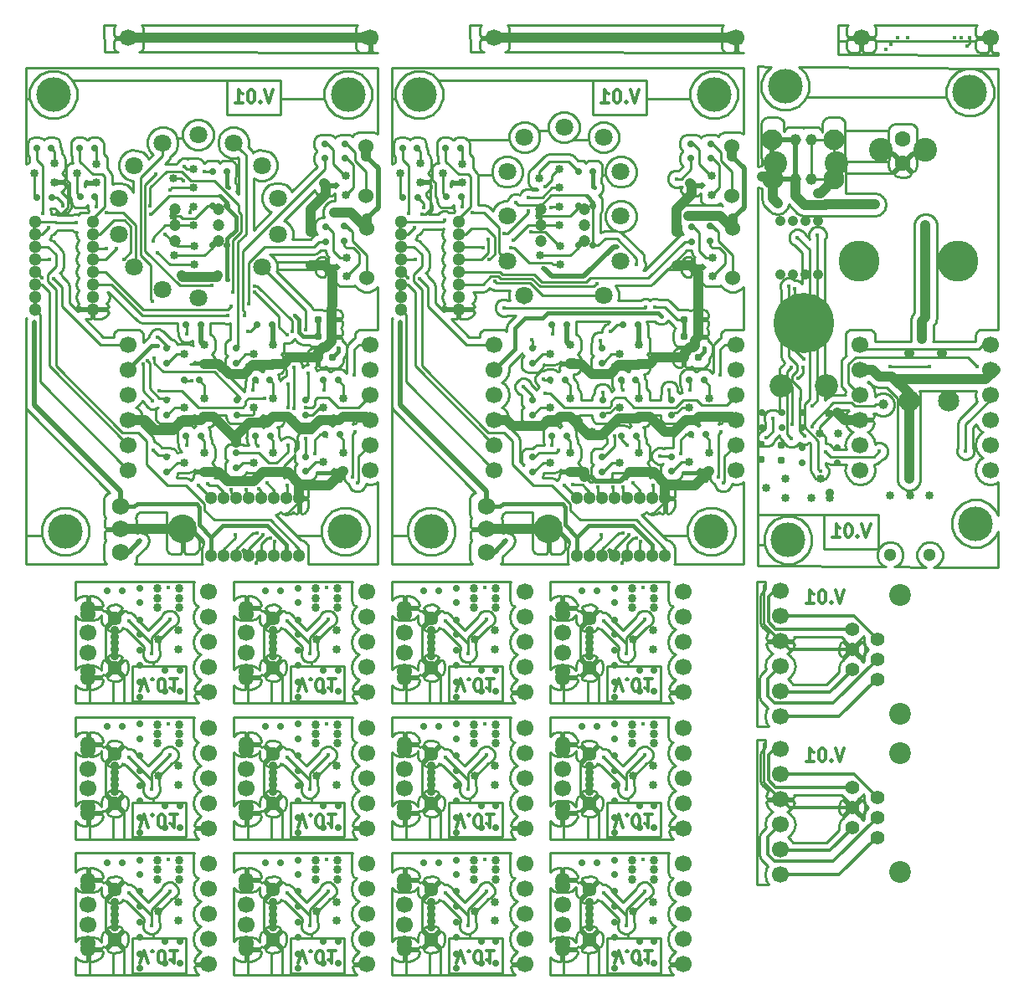
<source format=gbl>
%TF.GenerationSoftware,KiCad,Pcbnew,4.0.7*%
%TF.CreationDate,2017-11-16T22:38:46+08:00*%
%TF.ProjectId,nixie-tube-merged,6E697869652D747562652D6D65726765,rev?*%
%TF.FileFunction,Copper,L2,Bot,Signal*%
%FSLAX46Y46*%
G04 Gerber Fmt 4.6, Leading zero omitted, Abs format (unit mm)*
G04 Created by KiCad (PCBNEW 4.0.7) date 11/16/17 22:38:46*
%MOMM*%
%LPD*%
G01*
G04 APERTURE LIST*
%ADD10C,0.100000*%
%ADD11C,1.450000*%
%ADD12C,1.550000*%
%ADD13C,1.700000*%
%ADD14C,0.453000*%
%ADD15C,2.200000*%
%ADD16C,1.400000*%
%ADD17C,0.775000*%
%ADD18C,3.500000*%
%ADD19C,1.800000*%
%ADD20C,0.850000*%
%ADD21C,0.700000*%
%ADD22C,1.300000*%
%ADD23C,2.900000*%
%ADD24C,1.750000*%
%ADD25C,1.524000*%
%ADD26C,1.000000*%
%ADD27C,0.400000*%
%ADD28C,2.100000*%
%ADD29C,1.150000*%
%ADD30C,1.600000*%
%ADD31C,0.600000*%
%ADD32C,0.875000*%
%ADD33C,0.855000*%
%ADD34C,1.200000*%
%ADD35C,2.349500*%
%ADD36C,6.096000*%
%ADD37C,2.400000*%
%ADD38C,1.075000*%
%ADD39C,4.150000*%
%ADD40C,1.050000*%
%ADD41C,2.150000*%
%ADD42C,0.900000*%
%ADD43C,0.325000*%
%ADD44C,0.250000*%
%ADD45C,0.254000*%
%ADD46C,0.300000*%
%ADD47C,1.000000*%
%ADD48C,0.500000*%
%ADD49C,0.400000*%
G04 APERTURE END LIST*
D10*
D11*
X9709990Y39300000D03*
X9709990Y34299980D03*
D12*
X7009990Y40300000D03*
X7009990Y33299980D03*
D13*
X19199990Y41949980D03*
X19199990Y39409980D03*
X19199990Y36869980D03*
X19199990Y34329980D03*
X19199990Y31789980D03*
D14*
X15149980Y42379980D03*
X13419990Y35719990D03*
X11119990Y38979980D03*
X15270000Y39200000D03*
D11*
X9709990Y25549990D03*
X9709990Y20550000D03*
D12*
X7009990Y26549990D03*
X7009990Y19550000D03*
D13*
X19199990Y28199990D03*
X19199990Y25659990D03*
X19199990Y23119990D03*
X19199990Y20579990D03*
X19199990Y18039990D03*
D14*
X15149980Y28629990D03*
X13419990Y21969980D03*
X11119990Y25230000D03*
X15270000Y25449990D03*
D11*
X9709990Y11799980D03*
X9709990Y6799990D03*
D12*
X7009990Y12800000D03*
X7009990Y5799990D03*
D13*
X19199990Y14449980D03*
X19199990Y11909980D03*
X19199990Y9369980D03*
X19199990Y6829980D03*
X19199990Y4289980D03*
D14*
X15149980Y14879980D03*
X13419990Y8220000D03*
X11119990Y11479990D03*
X15270000Y11699980D03*
D11*
X25709980Y39300000D03*
X25709980Y34299980D03*
D12*
X23009990Y40300000D03*
X23009990Y33299980D03*
D13*
X35199980Y41949980D03*
X35199980Y39409980D03*
X35199980Y36869980D03*
X35199980Y34329980D03*
X35199980Y31789980D03*
D14*
X31149980Y42379980D03*
X29419980Y35719990D03*
X27119990Y38979980D03*
X31269990Y39200000D03*
D11*
X25709980Y25549990D03*
X25709980Y20550000D03*
D12*
X23009990Y26549990D03*
X23009990Y19550000D03*
D13*
X35199980Y28199990D03*
X35199980Y25659990D03*
X35199980Y23119990D03*
X35199980Y20579990D03*
X35199980Y18039990D03*
D14*
X31149980Y28629990D03*
X29419980Y21969980D03*
X27119990Y25230000D03*
X31269990Y25449990D03*
D11*
X25709980Y11799980D03*
X25709980Y6799990D03*
D12*
X23009990Y12800000D03*
X23009990Y5799990D03*
D13*
X35199980Y14449980D03*
X35199980Y11909980D03*
X35199980Y9369980D03*
X35199980Y6829980D03*
X35199980Y4289980D03*
D14*
X31149980Y14879980D03*
X29419980Y8220000D03*
X27119990Y11479990D03*
X31269990Y11699980D03*
D11*
X41709980Y39300000D03*
X41709980Y34299980D03*
D12*
X39009980Y40300000D03*
X39009980Y33299980D03*
D13*
X51200000Y41949980D03*
X51200000Y39409980D03*
X51200000Y36869980D03*
X51200000Y34329980D03*
X51200000Y31789980D03*
D14*
X47149990Y42379980D03*
X45419980Y35719990D03*
X43119980Y38979980D03*
X47269980Y39200000D03*
D11*
X41709980Y25549990D03*
X41709980Y20550000D03*
D12*
X39009980Y26549990D03*
X39009980Y19550000D03*
D13*
X51200000Y28199990D03*
X51200000Y25659990D03*
X51200000Y23119990D03*
X51200000Y20579990D03*
X51200000Y18039990D03*
D14*
X47149990Y28629990D03*
X45419980Y21969980D03*
X43119980Y25230000D03*
X47269980Y25449990D03*
D11*
X41709980Y11799980D03*
X41709980Y6799990D03*
D12*
X39009980Y12800000D03*
X39009980Y5799990D03*
D13*
X51200000Y14449980D03*
X51200000Y11909980D03*
X51200000Y9369980D03*
X51200000Y6829980D03*
X51200000Y4289980D03*
D14*
X47149990Y14879980D03*
X45419980Y8220000D03*
X43119980Y11479990D03*
X47269980Y11699980D03*
D11*
X57709990Y39300000D03*
X57709990Y34299980D03*
D12*
X55010000Y40300000D03*
X55010000Y33299980D03*
D13*
X67199990Y41949980D03*
X67199990Y39409980D03*
X67199990Y36869980D03*
X67199990Y34329980D03*
X67199990Y31789980D03*
D14*
X63149990Y42379980D03*
X61419990Y35719990D03*
X59120000Y38979980D03*
X63269980Y39200000D03*
D11*
X57709990Y25549990D03*
X57709990Y20550000D03*
D12*
X55010000Y26549990D03*
X55010000Y19550000D03*
D13*
X67199990Y28199990D03*
X67199990Y25659990D03*
X67199990Y23119990D03*
X67199990Y20579990D03*
X67199990Y18039990D03*
D14*
X63149990Y28629990D03*
X61419990Y21969980D03*
X59120000Y25230000D03*
X63269980Y25449990D03*
D11*
X57709990Y11799980D03*
X57709990Y6799990D03*
D12*
X55010000Y12800000D03*
X55010000Y5799990D03*
D13*
X67199990Y14449980D03*
X67199990Y11909980D03*
X67199990Y9369980D03*
X67199990Y6829980D03*
X67199990Y4289980D03*
D14*
X63149990Y14879980D03*
X61419990Y8220000D03*
X59120000Y11479990D03*
X63269980Y11699980D03*
D15*
X89109980Y13649990D03*
X89109980Y25649990D03*
D16*
X86809990Y17110000D03*
X84269990Y18124980D03*
X86809990Y19139990D03*
X84269990Y20154980D03*
X86809990Y21169990D03*
X84269990Y22184970D03*
D13*
X77000000Y26049990D03*
X77000000Y23509990D03*
X77000000Y20969990D03*
X77000000Y18429990D03*
X77000000Y15889990D03*
X77000000Y13349990D03*
D15*
X89109980Y29649980D03*
X89109980Y41649980D03*
D16*
X86809990Y33109990D03*
X84269990Y34124980D03*
X86809990Y35139990D03*
X84269990Y36155000D03*
X86809990Y37169980D03*
X84269990Y38184990D03*
D13*
X77000000Y42049980D03*
X77000000Y39509980D03*
X77000000Y36969980D03*
X77000000Y34429980D03*
X77000000Y31889980D03*
X77000000Y29349980D03*
D17*
X31750000Y69499990D03*
X30249980Y69499990D03*
D18*
X33299980Y92299990D03*
X3499990Y92299990D03*
X4699990Y48099980D03*
X33029980Y48099980D03*
D19*
X18143140Y88214200D03*
X14563600Y87397180D03*
X11693040Y85107980D03*
X10099980Y81799990D03*
X10099980Y78128390D03*
X11693040Y74820400D03*
X14563600Y72531200D03*
X18143140Y71714180D03*
X24593250Y74820400D03*
X26186310Y78128390D03*
X26186310Y81799990D03*
X24593250Y85107980D03*
X21722690Y87397180D03*
D20*
X3599990Y85299980D03*
X3599990Y83399990D03*
X1600000Y84350000D03*
D17*
X30249980Y65649980D03*
X31750000Y65649980D03*
D13*
X11099980Y97999980D03*
D20*
X7874990Y85274990D03*
X7874990Y83374990D03*
X5874990Y84324980D03*
X25749990Y66949980D03*
X25749990Y65049980D03*
X23749990Y66000000D03*
X18749980Y55999990D03*
X18749980Y54099990D03*
X16749980Y55049980D03*
X18749980Y61574980D03*
X18749980Y59674990D03*
X16749980Y60625000D03*
X32799990Y56075000D03*
X32799990Y54175000D03*
X30799990Y55124990D03*
X18749980Y66949980D03*
X18749980Y65049980D03*
X16749980Y66000000D03*
X25749990Y55999990D03*
X25749990Y54099990D03*
X23749990Y55049980D03*
X32799990Y61574980D03*
X32799990Y59674990D03*
X30799990Y60625000D03*
X25749990Y61574980D03*
X25749990Y59674990D03*
X23749990Y60625000D03*
X17749980Y76949990D03*
X17749980Y75049990D03*
X15749980Y75999980D03*
X17649980Y80949980D03*
X17649980Y79049980D03*
X15649980Y79999990D03*
X17649980Y84750000D03*
X17649980Y82850000D03*
X15649980Y83799980D03*
X33150000Y75799980D03*
X33150000Y73899980D03*
X31149980Y74849990D03*
D21*
X7724980Y81924980D03*
X6224980Y81924980D03*
X3349980Y81849980D03*
X1849980Y81849980D03*
X28999990Y55649980D03*
X28999990Y54149980D03*
X21949990Y66599990D03*
X21949990Y65100000D03*
X14949980Y55575000D03*
X14949980Y54075000D03*
X14949980Y61374990D03*
X14949980Y59874990D03*
X14949980Y66599990D03*
X14949980Y65100000D03*
X28999990Y61374990D03*
X28999990Y59874990D03*
X21099980Y77000000D03*
X19599990Y77000000D03*
X21099980Y81049980D03*
X19599990Y81049980D03*
X21099980Y84499980D03*
X19599990Y84499980D03*
X7674990Y86825000D03*
X6174990Y86825000D03*
X24099980Y68999990D03*
X25600000Y68999990D03*
X1800000Y86849990D03*
X3299990Y86849990D03*
X16949980Y57750000D03*
X18449980Y57750000D03*
X16749980Y63374980D03*
X18249980Y63374980D03*
X30999990Y57874990D03*
X32499990Y57874990D03*
X16949980Y68999990D03*
X18449980Y68999990D03*
X23949990Y57724980D03*
X25449990Y57724980D03*
X30799990Y63374980D03*
X32299990Y63374980D03*
X23899980Y63374980D03*
X25400000Y63374980D03*
X31049980Y77400000D03*
X31049980Y78899990D03*
X32950000Y78949980D03*
X32950000Y77449980D03*
D22*
X19489980Y51430000D03*
X20759980Y51430000D03*
X22029980Y51430000D03*
X23299980Y51430000D03*
X24569980Y51430000D03*
X25839980Y51430000D03*
X27109980Y51430000D03*
X27109980Y45580000D03*
X25839980Y45580000D03*
X24569980Y45580000D03*
X23299980Y45580000D03*
X22029980Y45580000D03*
X20759980Y45580000D03*
X19489980Y45580000D03*
X28379980Y51430000D03*
X28379980Y45580000D03*
X7499990Y79419980D03*
X7499990Y78149980D03*
X7499990Y76879980D03*
X7499990Y75609980D03*
X7499990Y74339980D03*
X7499990Y73069980D03*
X7499990Y71799980D03*
X1649980Y71799980D03*
X1649980Y73069980D03*
X1649980Y74339980D03*
X1649980Y75609980D03*
X1649980Y76879980D03*
X1649980Y78149980D03*
X1649980Y79419980D03*
X7499990Y70529980D03*
X1649980Y70529980D03*
D20*
X33050000Y84050000D03*
X33050000Y82149980D03*
X31049980Y83099990D03*
D21*
X30999990Y85799980D03*
X30999990Y87299980D03*
X32999980Y87299980D03*
X32999980Y85799980D03*
D13*
X11099980Y66999990D03*
X11099980Y64459990D03*
X11099980Y61919990D03*
X11099980Y59379990D03*
X11099980Y56839990D03*
X11099980Y54299990D03*
D17*
X31750000Y67799990D03*
X30249980Y67799990D03*
D21*
X21949990Y55999990D03*
X21949990Y54499990D03*
X22099980Y61374990D03*
X22099980Y59874990D03*
D23*
X16599990Y48299980D03*
D24*
X10299980Y48299980D03*
X10299980Y50599980D03*
X10299980Y45999980D03*
D13*
X35549990Y97999980D03*
X35499980Y66999990D03*
X35499980Y64459990D03*
X35499980Y61919990D03*
X35499980Y59379990D03*
X35499980Y56839990D03*
X35499980Y54299990D03*
D25*
X35199980Y78700000D03*
X35199980Y73699980D03*
X35149990Y87049990D03*
X35149990Y82049980D03*
D26*
X20094980Y59279990D03*
X21890000Y63989990D03*
X20199990Y54099990D03*
D14*
X27135020Y49864950D03*
X24725730Y47765670D03*
X3849980Y80249980D03*
X18610000Y47069980D03*
X22779990Y46131510D03*
X6159980Y70699990D03*
X3089990Y75619990D03*
D27*
X6924980Y83299990D03*
X4624980Y83399990D03*
X29524990Y75025000D03*
X29499990Y78349980D03*
X21999980Y57049970D03*
X21109990Y73539990D03*
X1649980Y71279990D03*
D14*
X5789980Y79279980D03*
X13330000Y80149980D03*
X1589990Y78876500D03*
X1600000Y69259980D03*
D27*
X21254030Y82840420D03*
X20424980Y82011370D03*
X27900000Y69924980D03*
X16775000Y84974990D03*
X14800000Y78174980D03*
X17375000Y80299990D03*
X24099980Y47949990D03*
X25916100Y47022180D03*
X34239990Y52949980D03*
X24849990Y61549990D03*
X14239980Y62339980D03*
X28999990Y60649990D03*
D26*
X16449980Y73949990D03*
X31909990Y80349980D03*
X20169990Y73949990D03*
D14*
X28840000Y98024980D03*
X30110000Y98024980D03*
X31380000Y98024980D03*
X32650000Y98024980D03*
X18680000Y98024980D03*
X13600000Y97999980D03*
X14870000Y97999980D03*
X16199990Y97999980D03*
X10620150Y75600480D03*
X14070000Y76279980D03*
X8829980Y76719990D03*
X13569980Y77489990D03*
X15298470Y82655310D03*
X9849990Y76700000D03*
X7850000Y80919980D03*
X8850000Y80319980D03*
D27*
X4475000Y81049980D03*
X21668460Y72269990D03*
X27849980Y60549990D03*
X27849980Y64700000D03*
X29044270Y57469960D03*
X23844990Y72302370D03*
X13273760Y80976220D03*
X27140260Y67945180D03*
X19539990Y72929980D03*
X27200000Y56799990D03*
X27200000Y62949990D03*
X27208000Y60574990D03*
X23844990Y72902390D03*
X27636370Y68298870D03*
X13849990Y84250000D03*
X13730000Y65639980D03*
X13559990Y71320000D03*
X12555500Y64972900D03*
X13600000Y56299990D03*
X13549990Y61299980D03*
X13053970Y65330910D03*
X14024990Y67700860D03*
X29299990Y64100000D03*
X29010640Y68483580D03*
X22998100Y52279980D03*
X23169980Y68310000D03*
D14*
X2424990Y80228870D03*
X3049980Y78849980D03*
D27*
X21481060Y52279980D03*
X16989980Y56769990D03*
X17489980Y63309980D03*
X19139990Y52879980D03*
X27179980Y52719990D03*
X29919980Y55949980D03*
X16999990Y68019980D03*
X18139990Y52770000D03*
X24225000Y56729990D03*
X25130000Y52970000D03*
X21911230Y47741230D03*
X30910000Y62409980D03*
X24242500Y52426690D03*
X23699980Y62349990D03*
D14*
X23229980Y71129980D03*
X21520000Y70859980D03*
X22849990Y69959980D03*
X21124620Y69937680D03*
D27*
X12279990Y47109990D03*
X14024990Y66909370D03*
X32350000Y66599990D03*
X25449990Y47399980D03*
D14*
X24026500Y44899990D03*
D27*
X3570000Y73639980D03*
X2361110Y73769910D03*
X33799980Y53569510D03*
X33969990Y63879980D03*
X34039990Y58139990D03*
X18799990Y84474990D03*
X16649980Y83550000D03*
D19*
X60893150Y84464190D03*
X60893150Y79964180D03*
X60893150Y75464190D03*
X49393140Y84464190D03*
X49393140Y79964180D03*
X49393140Y75464190D03*
X51143150Y87964190D03*
X59143140Y87964190D03*
X51143150Y71964190D03*
X59143140Y71964190D03*
X55143150Y88964190D03*
D23*
X53599990Y48299980D03*
D24*
X47299980Y48299980D03*
X47299980Y50599980D03*
X47299980Y45999980D03*
D17*
X68749980Y67799990D03*
X67249980Y67799990D03*
D21*
X69999990Y87299980D03*
X69999990Y85799980D03*
X67999990Y85799980D03*
X67999990Y87299980D03*
D20*
X70050000Y84050000D03*
X70050000Y82149980D03*
X68049980Y83099990D03*
D22*
X44499990Y79419980D03*
X44499990Y78149980D03*
X44499990Y76879980D03*
X44499990Y75609980D03*
X44499990Y74339980D03*
X44499990Y73069980D03*
X44499990Y71799980D03*
X38649990Y71799980D03*
X38649990Y73069980D03*
X38649990Y74339980D03*
X38649990Y75609980D03*
X38649990Y76879980D03*
X38649990Y78149980D03*
X38649990Y79419980D03*
X44499990Y70529980D03*
X38649990Y70529980D03*
X56489980Y51430000D03*
X57759980Y51430000D03*
X59029980Y51430000D03*
X60299980Y51430000D03*
X61569980Y51430000D03*
X62839980Y51430000D03*
X64109980Y51430000D03*
X64109980Y45580000D03*
X62839980Y45580000D03*
X61569980Y45580000D03*
X60299980Y45580000D03*
X59029980Y45580000D03*
X57759980Y45580000D03*
X56489980Y45580000D03*
X65379980Y51430000D03*
X65379980Y45580000D03*
D21*
X69950000Y78949980D03*
X69950000Y77449980D03*
X68049980Y77400000D03*
X68049980Y78899990D03*
X60899980Y63374980D03*
X62399980Y63374980D03*
X67799990Y63374980D03*
X69299990Y63374980D03*
X60949990Y57724980D03*
X62449990Y57724980D03*
X53949980Y68999990D03*
X55449980Y68999990D03*
X67999990Y57874990D03*
X69499990Y57874990D03*
X53749980Y63374980D03*
X55249980Y63374980D03*
X53949980Y57750000D03*
X55449980Y57750000D03*
X38800000Y86849990D03*
X40300000Y86849990D03*
X61099980Y68999990D03*
X62599980Y68999990D03*
X44674990Y86825000D03*
X43175000Y86825000D03*
X58099990Y84499980D03*
X56599990Y84499980D03*
X58099990Y81049980D03*
X56599990Y81049980D03*
X58099990Y77000000D03*
X56599990Y77000000D03*
X66000000Y61374990D03*
X66000000Y59874990D03*
X51949990Y66599990D03*
X51949990Y65100000D03*
X51949990Y61374990D03*
X51949990Y59874990D03*
X51949990Y55575000D03*
X51949990Y54075000D03*
X58950000Y66599990D03*
X58950000Y65100000D03*
X59099980Y61374990D03*
X59099980Y59874990D03*
X58950000Y55575000D03*
X58950000Y54075000D03*
X66000000Y55649980D03*
X66000000Y54149980D03*
X40349980Y81849980D03*
X38849990Y81849980D03*
X44724980Y81924980D03*
X43224980Y81924980D03*
D20*
X70150000Y75799980D03*
X70150000Y73899980D03*
X68149980Y74849990D03*
X54649980Y84750000D03*
X54649980Y82850000D03*
X52649980Y83799980D03*
X54649980Y80949980D03*
X54649980Y79049980D03*
X52649980Y79999990D03*
X54749980Y76949990D03*
X54749980Y75049990D03*
X52749980Y75999980D03*
X62749990Y61574980D03*
X62749990Y59674990D03*
X60749990Y60625000D03*
X69799990Y61574980D03*
X69799990Y59674990D03*
X67799990Y60625000D03*
X62749990Y55999990D03*
X62749990Y54099990D03*
X60749990Y55049980D03*
X55749980Y66949980D03*
X55749980Y65049980D03*
X53749980Y66000000D03*
X69799990Y56075000D03*
X69799990Y54175000D03*
X67799990Y55124990D03*
X55749980Y61574980D03*
X55749980Y59674990D03*
X53749980Y60625000D03*
X55749980Y55999990D03*
X55749980Y54099990D03*
X53749980Y55049980D03*
X62749990Y66949980D03*
X62749990Y65049980D03*
X60749990Y66000000D03*
X44874990Y85274990D03*
X44874990Y83374990D03*
X42875000Y84324980D03*
D17*
X67249980Y65649980D03*
X68749980Y65649980D03*
D20*
X40600000Y85299980D03*
X40600000Y83399990D03*
X38600000Y84350000D03*
D18*
X70029980Y48099980D03*
X41699990Y48099980D03*
X40500000Y92299990D03*
X70299990Y92299990D03*
D17*
X68749980Y69499990D03*
X67249980Y69499990D03*
D25*
X72150000Y87049990D03*
X72150000Y82049980D03*
X72199980Y78700000D03*
X72199980Y73699980D03*
D13*
X48099980Y66999990D03*
X48099980Y64459990D03*
X48099980Y61919990D03*
X48099980Y59379990D03*
X48099980Y56839990D03*
X48099980Y54299990D03*
X72499980Y66999990D03*
X72499980Y64459990D03*
X72499980Y61919990D03*
X72499980Y59379990D03*
X72499980Y56839990D03*
X72499980Y54299990D03*
X72549990Y97999980D03*
X48099980Y97999980D03*
D26*
X57950000Y58050000D03*
X57950000Y63989990D03*
X57230190Y53593370D03*
D14*
X40785010Y80185010D03*
X64135030Y49864950D03*
X61725730Y47765670D03*
X55610000Y47069980D03*
X59779990Y46131510D03*
X43159980Y70699990D03*
X40089990Y75619990D03*
D27*
X43924980Y83299990D03*
X41624990Y83399990D03*
X66524990Y75025000D03*
X66499990Y78349980D03*
D14*
X64349990Y70786500D03*
X38600000Y72343490D03*
X62499980Y75049990D03*
X43073500Y79606440D03*
X50299980Y81349980D03*
X38589990Y78876500D03*
X38600000Y69259980D03*
D27*
X58254040Y82840420D03*
X57424980Y82011370D03*
X53223490Y82939710D03*
X51774980Y78424990D03*
X53850010Y80824980D03*
X61099980Y47949990D03*
X62916100Y47022180D03*
X71239990Y52949980D03*
X53200000Y62079990D03*
D26*
X67699990Y79960140D03*
D14*
X60499980Y76900000D03*
D27*
X53083460Y74725000D03*
D14*
X65839980Y98024980D03*
X67109980Y98024980D03*
X68379980Y98024980D03*
X69649980Y98024980D03*
X55679980Y98024980D03*
X50599980Y97999980D03*
X51869980Y97999980D03*
X53200000Y97999980D03*
X49728930Y76769770D03*
X47599980Y75599980D03*
X49999980Y77500000D03*
X46946950Y76776200D03*
D27*
X51549990Y80524990D03*
D14*
X51549990Y81849980D03*
D27*
X49125020Y78200000D03*
D14*
X47498460Y77639010D03*
X44850000Y80919980D03*
X45850000Y80319980D03*
D27*
X48149990Y73364980D03*
X40949980Y80849980D03*
X64849980Y55699990D03*
X60282730Y57749950D03*
X59050000Y62149990D03*
X58799980Y67399990D03*
X54599990Y56299990D03*
X51044980Y62705010D03*
X51849990Y67449980D03*
X63399970Y70760010D03*
X65800000Y62399980D03*
X49049990Y70699990D03*
X59843140Y68310000D03*
X60101230Y52529970D03*
D14*
X39424990Y80228870D03*
X40049980Y78849980D03*
D27*
X53949980Y56799990D03*
X58609990Y52529970D03*
X53083410Y63466730D03*
X56036950Y52799560D03*
X64179980Y52719990D03*
X66919980Y55949980D03*
X53999990Y68019980D03*
X55140000Y52770000D03*
X61567750Y56783170D03*
X62129970Y52970000D03*
X58911240Y47741230D03*
X67910000Y62409980D03*
X61074990Y62349990D03*
X61139580Y52584070D03*
X58455180Y73174990D03*
X66499990Y83750000D03*
X64971220Y69871230D03*
X49279990Y47109990D03*
X69349980Y66599990D03*
X62449990Y47399980D03*
D14*
X61026500Y44899990D03*
D27*
X40570000Y73639980D03*
X39361080Y73769910D03*
X70799990Y53569510D03*
X70969990Y63879980D03*
X71039990Y58139990D03*
D28*
X76219990Y87699980D03*
X82419980Y87699980D03*
D29*
X78519990Y87699980D03*
X80119980Y87699980D03*
D28*
X76269980Y83680000D03*
X82469990Y83680000D03*
D29*
X78570000Y83680000D03*
X80169990Y83680000D03*
D18*
X96779990Y48879990D03*
X77800000Y47199980D03*
X96199990Y92499990D03*
X77500000Y93099990D03*
D30*
X89400000Y87825000D03*
X89400000Y85324980D03*
D22*
X88130000Y45689980D03*
X92129990Y45689980D03*
D13*
X85199980Y97999980D03*
X98249990Y66999990D03*
X98249990Y64459990D03*
X98249990Y61919990D03*
X98249990Y59379990D03*
X98249990Y56839990D03*
X98249990Y54299990D03*
X85099980Y66999990D03*
X85099980Y64459990D03*
X85099980Y61919990D03*
X85099980Y59379990D03*
X85099980Y56839990D03*
X85099980Y54299990D03*
X98249990Y97999980D03*
D14*
X78149980Y57450000D03*
X78161160Y64696520D03*
X79395420Y65534620D03*
X78495530Y72624490D03*
D31*
X82797830Y60088700D03*
D14*
X80249980Y60799980D03*
X80779980Y78049980D03*
X75619990Y57539990D03*
X76249990Y59499980D03*
D26*
X91699990Y79049980D03*
D27*
X80205960Y58655970D03*
X95874990Y97199980D03*
X94624980Y97999980D03*
X95350000Y97999980D03*
X96199990Y97999980D03*
X89924990Y97999980D03*
X88889990Y97999980D03*
X88225000Y97334980D03*
X87719990Y96829980D03*
D26*
X87409990Y60909990D03*
X91341450Y69351450D03*
X91349980Y67549980D03*
D27*
X79449980Y57750000D03*
X92099990Y64749980D03*
X88099980Y64749980D03*
D14*
X79048480Y61429980D03*
X77890500Y72870140D03*
D27*
X78200000Y58899980D03*
D14*
X78766420Y63580850D03*
D27*
X78220210Y62583950D03*
D14*
X79296080Y64682140D03*
D27*
X87049990Y56175000D03*
D14*
X96924980Y64749980D03*
D27*
X95759980Y56210000D03*
X81575000Y56153380D03*
X75125000Y83950000D03*
D31*
X86579990Y81149980D03*
X76730000Y81289980D03*
D27*
X90030000Y55249980D03*
D26*
X90030000Y53399990D03*
D27*
X81092240Y54134770D03*
X78749980Y77800000D03*
D14*
X80799990Y82289980D03*
D13*
X7009990Y35799980D03*
D32*
X9709990Y37449990D03*
X9709990Y38100000D03*
X9709990Y35499980D03*
X9709990Y36149990D03*
X9709990Y36799980D03*
D13*
X7009990Y37799980D03*
D12*
X7009990Y33899980D03*
X7009990Y39700000D03*
D20*
X16140000Y36179990D03*
X16140000Y38079980D03*
X14139980Y37129970D03*
D33*
X14070000Y42279980D03*
X14070000Y41329990D03*
X14070000Y40379980D03*
X16270000Y40379980D03*
X16270000Y42279980D03*
X16270000Y41329990D03*
D21*
X12219990Y42340000D03*
X12219990Y40840000D03*
X12219990Y37639980D03*
X12219990Y39139980D03*
X10479990Y42069990D03*
X8979990Y42069990D03*
X12219990Y34549990D03*
X12219990Y36049990D03*
X12219990Y32839990D03*
X12219990Y31339990D03*
X16279980Y31869990D03*
X14779980Y31869990D03*
X16279980Y34059980D03*
X14779980Y34059980D03*
D13*
X7009990Y22049990D03*
D32*
X9709990Y23699980D03*
X9709990Y24349990D03*
X9709990Y21749990D03*
X9709990Y22399980D03*
X9709990Y23049990D03*
D13*
X7009990Y24049990D03*
D12*
X7009990Y20150000D03*
X7009990Y25949990D03*
D20*
X16140000Y22429980D03*
X16140000Y24330000D03*
X14139980Y23379990D03*
D33*
X14070000Y28529990D03*
X14070000Y27579980D03*
X14070000Y26630000D03*
X16270000Y26630000D03*
X16270000Y28529990D03*
X16270000Y27579980D03*
D21*
X12219990Y28589990D03*
X12219990Y27089990D03*
X12219990Y23890000D03*
X12219990Y25389990D03*
X10479990Y28319980D03*
X8979990Y28319980D03*
X12219990Y20799980D03*
X12219990Y22299980D03*
X12219990Y19089980D03*
X12219990Y17589980D03*
X16279980Y18119980D03*
X14779980Y18119980D03*
X16279980Y20309990D03*
X14779980Y20309990D03*
D13*
X7009990Y8299980D03*
D32*
X9709990Y9949990D03*
X9709990Y10599980D03*
X9709990Y7999980D03*
X9709990Y8650000D03*
X9709990Y9299980D03*
D13*
X7009990Y10299980D03*
D12*
X7009990Y6399990D03*
X7009990Y12199980D03*
D20*
X16140000Y8679990D03*
X16140000Y10579990D03*
X14139980Y9629980D03*
D33*
X14070000Y14779980D03*
X14070000Y13830000D03*
X14070000Y12879980D03*
X16270000Y12879980D03*
X16270000Y14779980D03*
X16270000Y13830000D03*
D21*
X12219990Y14839980D03*
X12219990Y13339980D03*
X12219990Y10139980D03*
X12219990Y11639980D03*
X10479990Y14570000D03*
X8979990Y14570000D03*
X12219990Y7050000D03*
X12219990Y8550000D03*
X12219990Y5339990D03*
X12219990Y3840000D03*
X16279980Y4369990D03*
X14779980Y4369990D03*
X16279980Y6559980D03*
X14779980Y6559980D03*
D13*
X23009990Y35799980D03*
D32*
X25709980Y37449990D03*
X25709980Y38100000D03*
X25709980Y35499980D03*
X25709980Y36149990D03*
X25709980Y36799980D03*
D13*
X23009990Y37799980D03*
D12*
X23009990Y33899980D03*
X23009990Y39700000D03*
D20*
X32139990Y36179990D03*
X32139990Y38079980D03*
X30140000Y37129970D03*
D33*
X30069990Y42279980D03*
X30069990Y41329990D03*
X30069990Y40379980D03*
X32269990Y40379980D03*
X32269990Y42279980D03*
X32269990Y41329990D03*
D21*
X28219980Y42340000D03*
X28219980Y40840000D03*
X28219980Y37639980D03*
X28219980Y39139980D03*
X26479980Y42069990D03*
X24979990Y42069990D03*
X28219980Y34549990D03*
X28219980Y36049990D03*
X28219980Y32839990D03*
X28219980Y31339990D03*
X32280000Y31869990D03*
X30780000Y31869990D03*
X32280000Y34059980D03*
X30780000Y34059980D03*
D13*
X23009990Y22049990D03*
D32*
X25709980Y23699980D03*
X25709980Y24349990D03*
X25709980Y21749990D03*
X25709980Y22399980D03*
X25709980Y23049990D03*
D13*
X23009990Y24049990D03*
D12*
X23009990Y20150000D03*
X23009990Y25949990D03*
D20*
X32139990Y22429980D03*
X32139990Y24330000D03*
X30140000Y23379990D03*
D33*
X30069990Y28529990D03*
X30069990Y27579980D03*
X30069990Y26630000D03*
X32269990Y26630000D03*
X32269990Y28529990D03*
X32269990Y27579980D03*
D21*
X28219980Y28589990D03*
X28219980Y27089990D03*
X28219980Y23890000D03*
X28219980Y25389990D03*
X26479980Y28319980D03*
X24979990Y28319980D03*
X28219980Y20799980D03*
X28219980Y22299980D03*
X28219980Y19089980D03*
X28219980Y17589980D03*
X32280000Y18119980D03*
X30780000Y18119980D03*
X32280000Y20309990D03*
X30780000Y20309990D03*
D13*
X23009990Y8299980D03*
D32*
X25709980Y9949990D03*
X25709980Y10599980D03*
X25709980Y7999980D03*
X25709980Y8650000D03*
X25709980Y9299980D03*
D13*
X23009990Y10299980D03*
D12*
X23009990Y6399990D03*
X23009990Y12199980D03*
D20*
X32139990Y8679990D03*
X32139990Y10579990D03*
X30140000Y9629980D03*
D33*
X30069990Y14779980D03*
X30069990Y13830000D03*
X30069990Y12879980D03*
X32269990Y12879980D03*
X32269990Y14779980D03*
X32269990Y13830000D03*
D21*
X28219980Y14839980D03*
X28219980Y13339980D03*
X28219980Y10139980D03*
X28219980Y11639980D03*
X26479980Y14570000D03*
X24979990Y14570000D03*
X28219980Y7050000D03*
X28219980Y8550000D03*
X28219980Y5339990D03*
X28219980Y3840000D03*
X32280000Y4369990D03*
X30780000Y4369990D03*
X32280000Y6559980D03*
X30780000Y6559980D03*
D13*
X39009980Y35799980D03*
D32*
X41709980Y37449990D03*
X41709980Y38100000D03*
X41709980Y35499980D03*
X41709980Y36149990D03*
X41709980Y36799980D03*
D13*
X39009980Y37799980D03*
D12*
X39009980Y33899980D03*
X39009980Y39700000D03*
D20*
X48139990Y36179990D03*
X48139990Y38079980D03*
X46139990Y37129970D03*
D33*
X46069990Y42279980D03*
X46069990Y41329990D03*
X46069990Y40379980D03*
X48269980Y40379980D03*
X48269980Y42279980D03*
X48269980Y41329990D03*
D21*
X44219980Y42340000D03*
X44219980Y40840000D03*
X44219980Y37639980D03*
X44219980Y39139980D03*
X42479980Y42069990D03*
X40979980Y42069990D03*
X44219980Y34549990D03*
X44219980Y36049990D03*
X44219980Y32839990D03*
X44219980Y31339990D03*
X48279990Y31869990D03*
X46779990Y31869990D03*
X48279990Y34059980D03*
X46779990Y34059980D03*
D13*
X39009980Y22049990D03*
D32*
X41709980Y23699980D03*
X41709980Y24349990D03*
X41709980Y21749990D03*
X41709980Y22399980D03*
X41709980Y23049990D03*
D13*
X39009980Y24049990D03*
D12*
X39009980Y20150000D03*
X39009980Y25949990D03*
D20*
X48139990Y22429980D03*
X48139990Y24330000D03*
X46139990Y23379990D03*
D33*
X46069990Y28529990D03*
X46069990Y27579980D03*
X46069990Y26630000D03*
X48269980Y26630000D03*
X48269980Y28529990D03*
X48269980Y27579980D03*
D21*
X44219980Y28589990D03*
X44219980Y27089990D03*
X44219980Y23890000D03*
X44219980Y25389990D03*
X42479980Y28319980D03*
X40979980Y28319980D03*
X44219980Y20799980D03*
X44219980Y22299980D03*
X44219980Y19089980D03*
X44219980Y17589980D03*
X48279990Y18119980D03*
X46779990Y18119980D03*
X48279990Y20309990D03*
X46779990Y20309990D03*
D13*
X39009980Y8299980D03*
D32*
X41709980Y9949990D03*
X41709980Y10599980D03*
X41709980Y7999980D03*
X41709980Y8650000D03*
X41709980Y9299980D03*
D13*
X39009980Y10299980D03*
D12*
X39009980Y6399990D03*
X39009980Y12199980D03*
D20*
X48139990Y8679990D03*
X48139990Y10579990D03*
X46139990Y9629980D03*
D33*
X46069990Y14779980D03*
X46069990Y13830000D03*
X46069990Y12879980D03*
X48269980Y12879980D03*
X48269980Y14779980D03*
X48269980Y13830000D03*
D21*
X44219980Y14839980D03*
X44219980Y13339980D03*
X44219980Y10139980D03*
X44219980Y11639980D03*
X42479980Y14570000D03*
X40979980Y14570000D03*
X44219980Y7050000D03*
X44219980Y8550000D03*
X44219980Y5339990D03*
X44219980Y3840000D03*
X48279990Y4369990D03*
X46779990Y4369990D03*
X48279990Y6559980D03*
X46779990Y6559980D03*
D13*
X55010000Y35799980D03*
D32*
X57709990Y37449990D03*
X57709990Y38100000D03*
X57709990Y35499980D03*
X57709990Y36149990D03*
X57709990Y36799980D03*
D13*
X55010000Y37799980D03*
D12*
X55010000Y33899980D03*
X55010000Y39700000D03*
D20*
X64139980Y36179990D03*
X64139980Y38079980D03*
X62139980Y37129970D03*
D33*
X62069980Y42279980D03*
X62069980Y41329990D03*
X62069980Y40379980D03*
X64269980Y40379980D03*
X64269980Y42279980D03*
X64269980Y41329990D03*
D21*
X60220000Y42340000D03*
X60220000Y40840000D03*
X60220000Y37639980D03*
X60220000Y39139980D03*
X58479990Y42069990D03*
X56980000Y42069990D03*
X60220000Y34549990D03*
X60220000Y36049990D03*
X60220000Y32839990D03*
X60220000Y31339990D03*
X64279980Y31869990D03*
X62779990Y31869990D03*
X64279980Y34059980D03*
X62779990Y34059980D03*
D13*
X55010000Y22049990D03*
D32*
X57709990Y23699980D03*
X57709990Y24349990D03*
X57709990Y21749990D03*
X57709990Y22399980D03*
X57709990Y23049990D03*
D13*
X55010000Y24049990D03*
D12*
X55010000Y20150000D03*
X55010000Y25949990D03*
D20*
X64139980Y22429980D03*
X64139980Y24330000D03*
X62139980Y23379990D03*
D33*
X62069980Y28529990D03*
X62069980Y27579980D03*
X62069980Y26630000D03*
X64269980Y26630000D03*
X64269980Y28529990D03*
X64269980Y27579980D03*
D21*
X60220000Y28589990D03*
X60220000Y27089990D03*
X60220000Y23890000D03*
X60220000Y25389990D03*
X58479990Y28319980D03*
X56980000Y28319980D03*
X60220000Y20799980D03*
X60220000Y22299980D03*
X60220000Y19089980D03*
X60220000Y17589980D03*
X64279980Y18119980D03*
X62779990Y18119980D03*
X64279980Y20309990D03*
X62779990Y20309990D03*
D13*
X55010000Y8299980D03*
D32*
X57709990Y9949990D03*
X57709990Y10599980D03*
X57709990Y7999980D03*
X57709990Y8650000D03*
X57709990Y9299980D03*
D13*
X55010000Y10299980D03*
D12*
X55010000Y6399990D03*
X55010000Y12199980D03*
D20*
X64139980Y8679990D03*
X64139980Y10579990D03*
X62139980Y9629980D03*
D33*
X62069980Y14779980D03*
X62069980Y13830000D03*
X62069980Y12879980D03*
X64269980Y12879980D03*
X64269980Y14779980D03*
X64269980Y13830000D03*
D21*
X60220000Y14839980D03*
X60220000Y13339980D03*
X60220000Y10139980D03*
X60220000Y11639980D03*
X58479990Y14570000D03*
X56980000Y14570000D03*
X60220000Y7050000D03*
X60220000Y8550000D03*
X60220000Y5339990D03*
X60220000Y3840000D03*
X64279980Y4369990D03*
X62779990Y4369990D03*
X64279980Y6559980D03*
X62779990Y6559980D03*
D34*
X20250000Y80649980D03*
X20250000Y79049980D03*
X15849980Y80649980D03*
X15849980Y79049980D03*
X15849980Y77449980D03*
X20250000Y77449980D03*
X57250000Y80649980D03*
X57250000Y79049980D03*
X52849980Y80649980D03*
X52849980Y79049980D03*
X52849980Y77449980D03*
X57250000Y77449980D03*
D35*
X77127990Y62799980D03*
D36*
X79413990Y69149980D03*
D35*
X81699990Y62799980D03*
D37*
X87149990Y86699980D03*
X91649980Y86699980D03*
X76519990Y85299980D03*
X82719980Y85299980D03*
D20*
X90130000Y51689990D03*
X92129990Y51689990D03*
X88130000Y51689990D03*
D38*
X76994990Y74049990D03*
X78264990Y74049990D03*
X79534990Y74049990D03*
X80804990Y74049990D03*
X80804990Y79449980D03*
X79534990Y79449980D03*
X78264990Y79449980D03*
X76994990Y79449980D03*
D39*
X94959980Y75449990D03*
X84999980Y75449990D03*
D20*
X80999990Y57999990D03*
X82899990Y57999990D03*
X81949980Y59999980D03*
D40*
X90049990Y66099990D03*
X93349980Y66099990D03*
D41*
X90049990Y61299980D03*
X94049980Y61299980D03*
D17*
X77149990Y55299990D03*
X77149990Y56799990D03*
X75099980Y55349980D03*
X75099980Y56849980D03*
D21*
X75199980Y60074990D03*
X75199980Y58574990D03*
X79199990Y58574990D03*
X79199990Y60074990D03*
X77200000Y60074990D03*
X77200000Y58574990D03*
D20*
X77549980Y51500000D03*
X77549980Y53399990D03*
X75549990Y52449980D03*
D21*
X79199990Y55049980D03*
X79199990Y56549980D03*
X82799990Y56549980D03*
X82799990Y55049980D03*
D20*
X80149980Y51449990D03*
X82049980Y51449990D03*
X81099990Y53449980D03*
D42*
X82049980Y52000000D03*
D43*
X12219030Y31878090D02*
X12652380Y33178090D01*
X12652380Y33178090D02*
X13085700Y31878090D01*
X13519020Y33054260D02*
X13580950Y33116190D01*
X13580950Y33116190D02*
X13519020Y33178090D01*
X13519020Y33178090D02*
X13457120Y33116190D01*
X13457120Y33116190D02*
X13519020Y33054260D01*
X13519020Y33054260D02*
X13519020Y33178090D01*
X14385700Y31878090D02*
X14509520Y31878090D01*
X14509520Y31878090D02*
X14633320Y31939990D01*
X14633320Y31939990D02*
X14695220Y32001890D01*
X14695220Y32001890D02*
X14757120Y32125690D01*
X14757120Y32125690D02*
X14819050Y32373320D01*
X14819050Y32373320D02*
X14819050Y32682840D01*
X14819050Y32682840D02*
X14757120Y32930470D01*
X14757120Y32930470D02*
X14695220Y33054260D01*
X14695220Y33054260D02*
X14633320Y33116190D01*
X14633320Y33116190D02*
X14509520Y33178090D01*
X14509520Y33178090D02*
X14385700Y33178090D01*
X14385700Y33178090D02*
X14261900Y33116190D01*
X14261900Y33116190D02*
X14200000Y33054260D01*
X14200000Y33054260D02*
X14138070Y32930470D01*
X14138070Y32930470D02*
X14076170Y32682840D01*
X14076170Y32682840D02*
X14076170Y32373320D01*
X14076170Y32373320D02*
X14138070Y32125690D01*
X14138070Y32125690D02*
X14200000Y32001890D01*
X14200000Y32001890D02*
X14261900Y31939990D01*
X14261900Y31939990D02*
X14385700Y31878090D01*
X16057120Y33178090D02*
X15314270Y33178090D01*
X15685690Y33178090D02*
X15685690Y31878090D01*
X15685690Y31878090D02*
X15561890Y32063790D01*
X15561890Y32063790D02*
X15438090Y32187620D01*
X15438090Y32187620D02*
X15314270Y32249520D01*
D44*
X11119990Y38979980D02*
X11129980Y38979980D01*
X11129980Y38979980D02*
X13419990Y36690000D01*
X13419990Y36690000D02*
X13419990Y35719990D01*
X15270000Y39200000D02*
X13419990Y37349990D01*
X13419990Y37349990D02*
X13419990Y35719990D01*
X19069990Y36809980D02*
X18929990Y36669980D01*
D10*
X6070040Y32207610D02*
X6070040Y32207610D01*
D45*
X6070040Y32207610D02*
X6532980Y32064990D01*
X6532980Y32064990D02*
X6882990Y32064990D01*
X6882990Y32064990D02*
X6882990Y33172980D01*
X6882990Y33172980D02*
X6862980Y33172980D01*
X6862980Y33172980D02*
X6862980Y33426980D01*
X6862980Y33426980D02*
X6882990Y33426980D01*
X6882990Y33426980D02*
X6882990Y34534980D01*
X6882990Y34534980D02*
X6532980Y34534980D01*
X6532980Y34534980D02*
X6070040Y34392390D01*
X6070040Y34392390D02*
X5710000Y34094290D01*
X5710000Y34094290D02*
X5710000Y39505690D01*
X5710000Y39505690D02*
X6070040Y39207590D01*
X6070040Y39207590D02*
X6532980Y39065000D01*
X6532980Y39065000D02*
X6882990Y39065000D01*
X6882990Y39065000D02*
X6882990Y40173000D01*
X6882990Y40173000D02*
X6862980Y40173000D01*
X6862980Y40173000D02*
X6862980Y40427000D01*
X6862980Y40427000D02*
X6882990Y40427000D01*
X6882990Y40427000D02*
X6882990Y41534990D01*
X6882990Y41534990D02*
X6532980Y41534990D01*
X6532980Y41534990D02*
X6070040Y41392370D01*
X6070040Y41392370D02*
X5710000Y41094280D01*
X5710000Y41094280D02*
X5710000Y43029990D01*
X5710000Y43029990D02*
X17749110Y43029990D01*
X17749110Y43029990D02*
X17702560Y42799990D01*
X17702560Y42799990D02*
X17702560Y41099990D01*
X17702560Y41099990D02*
X17746830Y40864660D01*
X17746830Y40864660D02*
X17885890Y40648530D01*
X17885890Y40648530D02*
X18098110Y40503550D01*
X18098110Y40503550D02*
X18165520Y40489910D01*
X18165520Y40489910D02*
X18120840Y40460040D01*
X18120840Y40460040D02*
X17798920Y39978280D01*
X17798920Y39978280D02*
X17685890Y39409980D01*
X17685890Y39409980D02*
X17798920Y38841710D01*
X17798920Y38841710D02*
X18120840Y38359940D01*
X18120840Y38359940D02*
X18450000Y38139980D01*
X18450000Y38139980D02*
X18120840Y37920040D01*
X18120840Y37920040D02*
X17798920Y37438280D01*
X17798920Y37438280D02*
X17685890Y36869980D01*
X17685890Y36869980D02*
X17798920Y36301710D01*
X17798920Y36301710D02*
X18120840Y35819940D01*
X18120840Y35819940D02*
X18450000Y35599980D01*
X18450000Y35599980D02*
X18120840Y35380040D01*
X18120840Y35380040D02*
X17798920Y34898280D01*
X17798920Y34898280D02*
X17685890Y34329980D01*
X17685890Y34329980D02*
X17798920Y33761710D01*
X17798920Y33761710D02*
X18120840Y33279940D01*
X18120840Y33279940D02*
X18461530Y33052280D01*
X18461530Y33052280D02*
X18318630Y32985180D01*
X18318630Y32985180D02*
X17928340Y32556910D01*
X17928340Y32556910D02*
X17758510Y32146880D01*
X17758510Y32146880D02*
X17879820Y31916980D01*
X17879820Y31916980D02*
X19072990Y31916980D01*
X19072990Y31916980D02*
X19072990Y31936990D01*
X19072990Y31936990D02*
X19326990Y31936990D01*
X19326990Y31936990D02*
X19326990Y31916980D01*
X19326990Y31916980D02*
X19346980Y31916980D01*
X19346980Y31916980D02*
X19346980Y31662980D01*
X19346980Y31662980D02*
X19326990Y31662980D01*
X19326990Y31662980D02*
X19326990Y31642990D01*
X19326990Y31642990D02*
X19072990Y31642990D01*
X19072990Y31642990D02*
X19072990Y31662980D01*
X19072990Y31662980D02*
X17879820Y31662980D01*
X17879820Y31662980D02*
X17758510Y31433110D01*
X17758510Y31433110D02*
X17928340Y31023050D01*
X17928340Y31023050D02*
X18222770Y30699990D01*
X18222770Y30699990D02*
X11460230Y30699990D01*
X11460230Y30699990D02*
X11460230Y30882490D01*
X11460230Y30882490D02*
X16939740Y30882490D01*
X16939740Y30882490D02*
X16939740Y34427490D01*
X16939740Y34427490D02*
X13590600Y34427490D01*
X13590600Y34427490D02*
X13590600Y34858350D01*
X13590600Y34858350D02*
X13907340Y34989210D01*
X13907340Y34989210D02*
X14149910Y35231350D01*
X14149910Y35231350D02*
X14281330Y35547880D01*
X14281330Y35547880D02*
X14281630Y35890610D01*
X14281630Y35890610D02*
X14179980Y36136610D01*
X14179980Y36136610D02*
X14179980Y37035180D01*
X14179980Y37035180D02*
X15513100Y38368300D01*
X15513100Y38368300D02*
X15757350Y38469210D01*
X15757350Y38469210D02*
X15999920Y38711350D01*
X15999920Y38711350D02*
X16131340Y39027860D01*
X16131340Y39027860D02*
X16131640Y39370610D01*
X16131640Y39370610D02*
X16000760Y39687350D01*
X16000760Y39687350D02*
X15758620Y39929920D01*
X15758620Y39929920D02*
X15442110Y40061340D01*
X15442110Y40061340D02*
X15099390Y40061640D01*
X15099390Y40061640D02*
X14782620Y39930760D01*
X14782620Y39930760D02*
X14540080Y39688620D01*
X14540080Y39688620D02*
X14438000Y39442800D01*
X14438000Y39442800D02*
X13089990Y38094790D01*
X13089990Y38094790D02*
X11944650Y39240130D01*
X11944650Y39240130D02*
X11850750Y39467360D01*
X11850750Y39467360D02*
X11608640Y39709900D01*
X11608640Y39709900D02*
X11292100Y39841350D01*
X11292100Y39841350D02*
X10971020Y39841630D01*
X10971020Y39841630D02*
X10901730Y40008860D01*
X10901730Y40008860D02*
X10663380Y40073780D01*
X10663380Y40073780D02*
X9889590Y39300000D01*
X9889590Y39300000D02*
X9903740Y39285850D01*
X9903740Y39285850D02*
X9724140Y39106250D01*
X9724140Y39106250D02*
X9709990Y39120390D01*
X9709990Y39120390D02*
X9709990Y39479600D01*
X9709990Y39479600D02*
X10483770Y40253390D01*
X10483770Y40253390D02*
X10418880Y40491740D01*
X10418880Y40491740D02*
X9908840Y40672310D01*
X9908840Y40672310D02*
X9368540Y40643940D01*
X9368540Y40643940D02*
X9001100Y40491740D01*
X9001100Y40491740D02*
X8936200Y40253390D01*
X8936200Y40253390D02*
X9709990Y39479600D01*
X9709990Y39479600D02*
X9709990Y39120390D01*
X9709990Y39120390D02*
X8936200Y38346580D01*
X8936200Y38346580D02*
X9001100Y38108230D01*
X9001100Y38108230D02*
X9511130Y37927690D01*
X9511130Y37927690D02*
X10051440Y37956030D01*
X10051440Y37956030D02*
X10418880Y38108230D01*
X10418880Y38108230D02*
X10483770Y38346580D01*
X10483770Y38346580D02*
X10598940Y38231450D01*
X10598940Y38231450D02*
X10624460Y38256970D01*
X10624460Y38256970D02*
X10631350Y38250060D01*
X10631350Y38250060D02*
X10894290Y38140890D01*
X10894290Y38140890D02*
X12660000Y36375190D01*
X12660000Y36375190D02*
X12660000Y36136170D01*
X12660000Y36136170D02*
X12558650Y35892110D01*
X12558650Y35892110D02*
X12558340Y35549380D01*
X12558340Y35549380D02*
X12689210Y35232620D01*
X12689210Y35232620D02*
X12931340Y34990070D01*
X12931340Y34990070D02*
X13247880Y34858630D01*
X13247880Y34858630D02*
X13590600Y34858350D01*
X13590600Y34858350D02*
X13590600Y34427490D01*
X13590600Y34427490D02*
X11460230Y34427490D01*
X11460230Y34427490D02*
X11460230Y30882490D01*
X11460230Y30882490D02*
X11460230Y30699990D01*
X11460230Y30699990D02*
X10663380Y30699990D01*
X10663380Y30699990D02*
X10663380Y33526200D01*
X10663380Y33526200D02*
X10901730Y33591120D01*
X10901730Y33591120D02*
X11082300Y34101130D01*
X11082300Y34101130D02*
X11053930Y34641430D01*
X11053930Y34641430D02*
X10901730Y35008870D01*
X10901730Y35008870D02*
X10663380Y35073770D01*
X10663380Y35073770D02*
X9889590Y34299980D01*
X9889590Y34299980D02*
X10663380Y33526200D01*
X10663380Y33526200D02*
X10663380Y30699990D01*
X10663380Y30699990D02*
X9511130Y30699990D01*
X9511130Y30699990D02*
X9511130Y32927670D01*
X9511130Y32927670D02*
X10051440Y32956040D01*
X10051440Y32956040D02*
X10418880Y33108240D01*
X10418880Y33108240D02*
X10483770Y33346590D01*
X10483770Y33346590D02*
X9709990Y34120380D01*
X9709990Y34120380D02*
X9709990Y34479590D01*
X9709990Y34479590D02*
X10483770Y35253400D01*
X10483770Y35253400D02*
X10418880Y35491750D01*
X10418880Y35491750D02*
X9908840Y35672290D01*
X9908840Y35672290D02*
X9368540Y35643950D01*
X9368540Y35643950D02*
X9001100Y35491750D01*
X9001100Y35491750D02*
X8936200Y35253400D01*
X8936200Y35253400D02*
X9709990Y34479590D01*
X9709990Y34479590D02*
X9709990Y34120380D01*
X9709990Y34120380D02*
X8936200Y33346590D01*
X8936200Y33346590D02*
X9001100Y33108240D01*
X9001100Y33108240D02*
X9511130Y32927670D01*
X9511130Y32927670D02*
X9511130Y30699990D01*
X9511130Y30699990D02*
X7136990Y30699990D01*
X7136990Y30699990D02*
X7136990Y32064990D01*
X7136990Y32064990D02*
X7486980Y32064990D01*
X7486980Y32064990D02*
X7949950Y32207610D01*
X7949950Y32207610D02*
X8323070Y32516520D01*
X8323070Y32516520D02*
X8549590Y32944710D01*
X8549590Y32944710D02*
X8553450Y32982380D01*
X8553450Y32982380D02*
X8428710Y33172980D01*
X8428710Y33172980D02*
X7136990Y33172980D01*
X7136990Y33172980D02*
X7136990Y33426980D01*
X7136990Y33426980D02*
X8428710Y33426980D01*
X8428710Y33426980D02*
X8533410Y33586980D01*
X8533410Y33586980D02*
X8756600Y33526200D01*
X8756600Y33526200D02*
X9530380Y34299980D01*
X9530380Y34299980D02*
X8756600Y35073770D01*
X8756600Y35073770D02*
X8756600Y38526190D01*
X8756600Y38526190D02*
X9530380Y39300000D01*
X9530380Y39300000D02*
X8756600Y40073780D01*
X8756600Y40073780D02*
X8533410Y40013000D01*
X8533410Y40013000D02*
X8428710Y40173000D01*
X8428710Y40173000D02*
X7136990Y40173000D01*
X7136990Y40173000D02*
X7136990Y40427000D01*
X7136990Y40427000D02*
X8428710Y40427000D01*
X8428710Y40427000D02*
X8553450Y40617600D01*
X8553450Y40617600D02*
X8549590Y40655270D01*
X8549590Y40655270D02*
X8323070Y41083460D01*
X8323070Y41083460D02*
X7949950Y41392370D01*
X7949950Y41392370D02*
X7486980Y41534990D01*
X7486980Y41534990D02*
X7136990Y41534990D01*
X7136990Y41534990D02*
X7136990Y40427000D01*
X7136990Y40427000D02*
X7136990Y40173000D01*
X7136990Y40173000D02*
X7136990Y39065000D01*
X7136990Y39065000D02*
X7486980Y39065000D01*
X7486980Y39065000D02*
X7949950Y39207590D01*
X7949950Y39207590D02*
X8323070Y39516510D01*
X8323070Y39516510D02*
X8386140Y39635760D01*
X8386140Y39635760D02*
X8337680Y39498830D01*
X8337680Y39498830D02*
X8366050Y38958550D01*
X8366050Y38958550D02*
X8518250Y38591110D01*
X8518250Y38591110D02*
X8756600Y38526190D01*
X8756600Y38526190D02*
X8756600Y35073770D01*
X8756600Y35073770D02*
X8518250Y35008870D01*
X8518250Y35008870D02*
X8337680Y34498840D01*
X8337680Y34498840D02*
X8363480Y34007040D01*
X8363480Y34007040D02*
X8323070Y34083470D01*
X8323070Y34083470D02*
X7949950Y34392390D01*
X7949950Y34392390D02*
X7486980Y34534980D01*
X7486980Y34534980D02*
X7136990Y34534980D01*
X7136990Y34534980D02*
X7136990Y33426980D01*
X7136990Y33426980D02*
X7136990Y33172980D01*
X7136990Y33172980D02*
X7136990Y32064990D01*
X7136990Y32064990D02*
X7136990Y30699990D01*
X7136990Y30699990D02*
X5710000Y30699990D01*
X5710000Y30699990D02*
X5710000Y32505680D01*
X5710000Y32505680D02*
X6070040Y32207610D01*
D43*
X12219030Y18128080D02*
X12652380Y19428080D01*
X12652380Y19428080D02*
X13085700Y18128080D01*
X13519020Y19304280D02*
X13580950Y19366180D01*
X13580950Y19366180D02*
X13519020Y19428080D01*
X13519020Y19428080D02*
X13457120Y19366180D01*
X13457120Y19366180D02*
X13519020Y19304280D01*
X13519020Y19304280D02*
X13519020Y19428080D01*
X14385700Y18128080D02*
X14509520Y18128080D01*
X14509520Y18128080D02*
X14633320Y18189980D01*
X14633320Y18189980D02*
X14695220Y18251880D01*
X14695220Y18251880D02*
X14757120Y18375710D01*
X14757120Y18375710D02*
X14819050Y18623330D01*
X14819050Y18623330D02*
X14819050Y18932860D01*
X14819050Y18932860D02*
X14757120Y19180450D01*
X14757120Y19180450D02*
X14695220Y19304280D01*
X14695220Y19304280D02*
X14633320Y19366180D01*
X14633320Y19366180D02*
X14509520Y19428080D01*
X14509520Y19428080D02*
X14385700Y19428080D01*
X14385700Y19428080D02*
X14261900Y19366180D01*
X14261900Y19366180D02*
X14200000Y19304280D01*
X14200000Y19304280D02*
X14138070Y19180450D01*
X14138070Y19180450D02*
X14076170Y18932860D01*
X14076170Y18932860D02*
X14076170Y18623330D01*
X14076170Y18623330D02*
X14138070Y18375710D01*
X14138070Y18375710D02*
X14200000Y18251880D01*
X14200000Y18251880D02*
X14261900Y18189980D01*
X14261900Y18189980D02*
X14385700Y18128080D01*
X16057120Y19428080D02*
X15314270Y19428080D01*
X15685690Y19428080D02*
X15685690Y18128080D01*
X15685690Y18128080D02*
X15561890Y18313810D01*
X15561890Y18313810D02*
X15438090Y18437610D01*
X15438090Y18437610D02*
X15314270Y18499510D01*
D44*
X11119990Y25230000D02*
X11129980Y25230000D01*
X11129980Y25230000D02*
X13419990Y22939980D01*
X13419990Y22939980D02*
X13419990Y21969980D01*
X15270000Y25449990D02*
X13419990Y23599980D01*
X13419990Y23599980D02*
X13419990Y21969980D01*
X19069990Y23060000D02*
X18929990Y22919990D01*
D10*
X6070040Y18457600D02*
X6070040Y18457600D01*
D45*
X6070040Y18457600D02*
X6532980Y18314970D01*
X6532980Y18314970D02*
X6882990Y18314970D01*
X6882990Y18314970D02*
X6882990Y19423000D01*
X6882990Y19423000D02*
X6862980Y19423000D01*
X6862980Y19423000D02*
X6862980Y19677000D01*
X6862980Y19677000D02*
X6882990Y19677000D01*
X6882990Y19677000D02*
X6882990Y20785000D01*
X6882990Y20785000D02*
X6532980Y20785000D01*
X6532980Y20785000D02*
X6070040Y20642380D01*
X6070040Y20642380D02*
X5710000Y20344280D01*
X5710000Y20344280D02*
X5710000Y25755680D01*
X5710000Y25755680D02*
X6070040Y25457610D01*
X6070040Y25457610D02*
X6532980Y25314990D01*
X6532980Y25314990D02*
X6882990Y25314990D01*
X6882990Y25314990D02*
X6882990Y26422990D01*
X6882990Y26422990D02*
X6862980Y26422990D01*
X6862980Y26422990D02*
X6862980Y26676990D01*
X6862980Y26676990D02*
X6882990Y26676990D01*
X6882990Y26676990D02*
X6882990Y27784980D01*
X6882990Y27784980D02*
X6532980Y27784980D01*
X6532980Y27784980D02*
X6070040Y27642390D01*
X6070040Y27642390D02*
X5710000Y27344290D01*
X5710000Y27344290D02*
X5710000Y29279980D01*
X5710000Y29279980D02*
X17749110Y29279980D01*
X17749110Y29279980D02*
X17702560Y29049980D01*
X17702560Y29049980D02*
X17702560Y27349980D01*
X17702560Y27349980D02*
X17746830Y27114680D01*
X17746830Y27114680D02*
X17885890Y26898550D01*
X17885890Y26898550D02*
X18098110Y26753570D01*
X18098110Y26753570D02*
X18165520Y26739900D01*
X18165520Y26739900D02*
X18120840Y26710030D01*
X18120840Y26710030D02*
X17798920Y26228270D01*
X17798920Y26228270D02*
X17685890Y25659990D01*
X17685890Y25659990D02*
X17798920Y25091690D01*
X17798920Y25091690D02*
X18120840Y24609930D01*
X18120840Y24609930D02*
X18450000Y24389990D01*
X18450000Y24389990D02*
X18120840Y24170030D01*
X18120840Y24170030D02*
X17798920Y23688270D01*
X17798920Y23688270D02*
X17685890Y23119990D01*
X17685890Y23119990D02*
X17798920Y22551690D01*
X17798920Y22551690D02*
X18120840Y22069930D01*
X18120840Y22069930D02*
X18450000Y21849990D01*
X18450000Y21849990D02*
X18120840Y21630030D01*
X18120840Y21630030D02*
X17798920Y21148270D01*
X17798920Y21148270D02*
X17685890Y20579990D01*
X17685890Y20579990D02*
X17798920Y20011690D01*
X17798920Y20011690D02*
X18120840Y19529930D01*
X18120840Y19529930D02*
X18461530Y19302270D01*
X18461530Y19302270D02*
X18318630Y19235170D01*
X18318630Y19235170D02*
X17928340Y18806920D01*
X17928340Y18806920D02*
X17758510Y18396890D01*
X17758510Y18396890D02*
X17879820Y18166990D01*
X17879820Y18166990D02*
X19072990Y18166990D01*
X19072990Y18166990D02*
X19072990Y18186980D01*
X19072990Y18186980D02*
X19326990Y18186980D01*
X19326990Y18186980D02*
X19326990Y18166990D01*
X19326990Y18166990D02*
X19346980Y18166990D01*
X19346980Y18166990D02*
X19346980Y17912990D01*
X19346980Y17912990D02*
X19326990Y17912990D01*
X19326990Y17912990D02*
X19326990Y17892980D01*
X19326990Y17892980D02*
X19072990Y17892980D01*
X19072990Y17892980D02*
X19072990Y17912990D01*
X19072990Y17912990D02*
X17879820Y17912990D01*
X17879820Y17912990D02*
X17758510Y17683100D01*
X17758510Y17683100D02*
X17928340Y17273070D01*
X17928340Y17273070D02*
X18222770Y16949980D01*
X18222770Y16949980D02*
X11460230Y16949980D01*
X11460230Y16949980D02*
X11460230Y17132480D01*
X11460230Y17132480D02*
X16939740Y17132480D01*
X16939740Y17132480D02*
X16939740Y20677480D01*
X16939740Y20677480D02*
X13590600Y20677480D01*
X13590600Y20677480D02*
X13590600Y21108340D01*
X13590600Y21108340D02*
X13907340Y21239230D01*
X13907340Y21239230D02*
X14149910Y21481340D01*
X14149910Y21481340D02*
X14281330Y21797870D01*
X14281330Y21797870D02*
X14281630Y22140600D01*
X14281630Y22140600D02*
X14179980Y22386590D01*
X14179980Y22386590D02*
X14179980Y23285200D01*
X14179980Y23285200D02*
X15513100Y24618290D01*
X15513100Y24618290D02*
X15757350Y24719230D01*
X15757350Y24719230D02*
X15999920Y24961340D01*
X15999920Y24961340D02*
X16131340Y25277880D01*
X16131340Y25277880D02*
X16131640Y25620600D01*
X16131640Y25620600D02*
X16000760Y25937340D01*
X16000760Y25937340D02*
X15758620Y26179910D01*
X15758620Y26179910D02*
X15442110Y26311330D01*
X15442110Y26311330D02*
X15099390Y26311630D01*
X15099390Y26311630D02*
X14782620Y26180750D01*
X14782620Y26180750D02*
X14540080Y25938630D01*
X14540080Y25938630D02*
X14438000Y25692790D01*
X14438000Y25692790D02*
X13089990Y24344780D01*
X13089990Y24344780D02*
X11944650Y25490120D01*
X11944650Y25490120D02*
X11850750Y25717350D01*
X11850750Y25717350D02*
X11608640Y25959920D01*
X11608640Y25959920D02*
X11292100Y26091340D01*
X11292100Y26091340D02*
X10971020Y26091620D01*
X10971020Y26091620D02*
X10901730Y26258880D01*
X10901730Y26258880D02*
X10663380Y26323770D01*
X10663380Y26323770D02*
X9889590Y25549990D01*
X9889590Y25549990D02*
X9903740Y25535840D01*
X9903740Y25535840D02*
X9724140Y25356240D01*
X9724140Y25356240D02*
X9709990Y25370380D01*
X9709990Y25370380D02*
X9709990Y25729590D01*
X9709990Y25729590D02*
X10483770Y26503380D01*
X10483770Y26503380D02*
X10418880Y26741730D01*
X10418880Y26741730D02*
X9908840Y26922300D01*
X9908840Y26922300D02*
X9368540Y26893930D01*
X9368540Y26893930D02*
X9001100Y26741730D01*
X9001100Y26741730D02*
X8936200Y26503380D01*
X8936200Y26503380D02*
X9709990Y25729590D01*
X9709990Y25729590D02*
X9709990Y25370380D01*
X9709990Y25370380D02*
X8936200Y24596600D01*
X8936200Y24596600D02*
X9001100Y24358240D01*
X9001100Y24358240D02*
X9511130Y24177680D01*
X9511130Y24177680D02*
X10051440Y24206050D01*
X10051440Y24206050D02*
X10418880Y24358240D01*
X10418880Y24358240D02*
X10483770Y24596600D01*
X10483770Y24596600D02*
X10598940Y24481430D01*
X10598940Y24481430D02*
X10624460Y24506960D01*
X10624460Y24506960D02*
X10631350Y24500080D01*
X10631350Y24500080D02*
X10894290Y24390880D01*
X10894290Y24390880D02*
X12660000Y22625180D01*
X12660000Y22625180D02*
X12660000Y22386190D01*
X12660000Y22386190D02*
X12558650Y22142090D01*
X12558650Y22142090D02*
X12558340Y21799370D01*
X12558340Y21799370D02*
X12689210Y21482630D01*
X12689210Y21482630D02*
X12931340Y21240060D01*
X12931340Y21240060D02*
X13247880Y21108640D01*
X13247880Y21108640D02*
X13590600Y21108340D01*
X13590600Y21108340D02*
X13590600Y20677480D01*
X13590600Y20677480D02*
X11460230Y20677480D01*
X11460230Y20677480D02*
X11460230Y17132480D01*
X11460230Y17132480D02*
X11460230Y16949980D01*
X11460230Y16949980D02*
X10663380Y16949980D01*
X10663380Y16949980D02*
X10663380Y19776190D01*
X10663380Y19776190D02*
X10901730Y19841110D01*
X10901730Y19841110D02*
X11082300Y20351140D01*
X11082300Y20351140D02*
X11053930Y20891420D01*
X11053930Y20891420D02*
X10901730Y21258860D01*
X10901730Y21258860D02*
X10663380Y21323780D01*
X10663380Y21323780D02*
X9889590Y20550000D01*
X9889590Y20550000D02*
X10663380Y19776190D01*
X10663380Y19776190D02*
X10663380Y16949980D01*
X10663380Y16949980D02*
X9511130Y16949980D01*
X9511130Y16949980D02*
X9511130Y19177690D01*
X9511130Y19177690D02*
X10051440Y19206030D01*
X10051440Y19206030D02*
X10418880Y19358230D01*
X10418880Y19358230D02*
X10483770Y19596580D01*
X10483770Y19596580D02*
X9709990Y20370390D01*
X9709990Y20370390D02*
X9709990Y20729600D01*
X9709990Y20729600D02*
X10483770Y21503390D01*
X10483770Y21503390D02*
X10418880Y21741740D01*
X10418880Y21741740D02*
X9908840Y21922310D01*
X9908840Y21922310D02*
X9368540Y21893940D01*
X9368540Y21893940D02*
X9001100Y21741740D01*
X9001100Y21741740D02*
X8936200Y21503390D01*
X8936200Y21503390D02*
X9709990Y20729600D01*
X9709990Y20729600D02*
X9709990Y20370390D01*
X9709990Y20370390D02*
X8936200Y19596580D01*
X8936200Y19596580D02*
X9001100Y19358230D01*
X9001100Y19358230D02*
X9511130Y19177690D01*
X9511130Y19177690D02*
X9511130Y16949980D01*
X9511130Y16949980D02*
X7136990Y16949980D01*
X7136990Y16949980D02*
X7136990Y18314970D01*
X7136990Y18314970D02*
X7486980Y18314970D01*
X7486980Y18314970D02*
X7949950Y18457600D01*
X7949950Y18457600D02*
X8323070Y18766510D01*
X8323070Y18766510D02*
X8549590Y19194700D01*
X8549590Y19194700D02*
X8553450Y19232370D01*
X8553450Y19232370D02*
X8428710Y19423000D01*
X8428710Y19423000D02*
X7136990Y19423000D01*
X7136990Y19423000D02*
X7136990Y19677000D01*
X7136990Y19677000D02*
X8428710Y19677000D01*
X8428710Y19677000D02*
X8533410Y19836970D01*
X8533410Y19836970D02*
X8756600Y19776190D01*
X8756600Y19776190D02*
X9530380Y20550000D01*
X9530380Y20550000D02*
X8756600Y21323780D01*
X8756600Y21323780D02*
X8756600Y24776200D01*
X8756600Y24776200D02*
X9530380Y25549990D01*
X9530380Y25549990D02*
X8756600Y26323770D01*
X8756600Y26323770D02*
X8533410Y26262990D01*
X8533410Y26262990D02*
X8428710Y26422990D01*
X8428710Y26422990D02*
X7136990Y26422990D01*
X7136990Y26422990D02*
X7136990Y26676990D01*
X7136990Y26676990D02*
X8428710Y26676990D01*
X8428710Y26676990D02*
X8553450Y26867590D01*
X8553450Y26867590D02*
X8549590Y26905280D01*
X8549590Y26905280D02*
X8323070Y27333470D01*
X8323070Y27333470D02*
X7949950Y27642390D01*
X7949950Y27642390D02*
X7486980Y27784980D01*
X7486980Y27784980D02*
X7136990Y27784980D01*
X7136990Y27784980D02*
X7136990Y26676990D01*
X7136990Y26676990D02*
X7136990Y26422990D01*
X7136990Y26422990D02*
X7136990Y25314990D01*
X7136990Y25314990D02*
X7486980Y25314990D01*
X7486980Y25314990D02*
X7949950Y25457610D01*
X7949950Y25457610D02*
X8323070Y25766520D01*
X8323070Y25766520D02*
X8386140Y25885750D01*
X8386140Y25885750D02*
X8337680Y25748840D01*
X8337680Y25748840D02*
X8366050Y25208530D01*
X8366050Y25208530D02*
X8518250Y24841100D01*
X8518250Y24841100D02*
X8756600Y24776200D01*
X8756600Y24776200D02*
X8756600Y21323780D01*
X8756600Y21323780D02*
X8518250Y21258860D01*
X8518250Y21258860D02*
X8337680Y20748850D01*
X8337680Y20748850D02*
X8363480Y20257030D01*
X8363480Y20257030D02*
X8323070Y20333460D01*
X8323070Y20333460D02*
X7949950Y20642380D01*
X7949950Y20642380D02*
X7486980Y20785000D01*
X7486980Y20785000D02*
X7136990Y20785000D01*
X7136990Y20785000D02*
X7136990Y19677000D01*
X7136990Y19677000D02*
X7136990Y19423000D01*
X7136990Y19423000D02*
X7136990Y18314970D01*
X7136990Y18314970D02*
X7136990Y16949980D01*
X7136990Y16949980D02*
X5710000Y16949980D01*
X5710000Y16949980D02*
X5710000Y18755690D01*
X5710000Y18755690D02*
X6070040Y18457600D01*
D43*
X12219030Y4378070D02*
X12652380Y5678090D01*
X12652380Y5678090D02*
X13085700Y4378070D01*
X13519020Y5554270D02*
X13580950Y5616170D01*
X13580950Y5616170D02*
X13519020Y5678090D01*
X13519020Y5678090D02*
X13457120Y5616170D01*
X13457120Y5616170D02*
X13519020Y5554270D01*
X13519020Y5554270D02*
X13519020Y5678090D01*
X14385700Y4378070D02*
X14509520Y4378070D01*
X14509520Y4378070D02*
X14633320Y4440000D01*
X14633320Y4440000D02*
X14695220Y4501900D01*
X14695220Y4501900D02*
X14757120Y4625700D01*
X14757120Y4625700D02*
X14819050Y4873320D01*
X14819050Y4873320D02*
X14819050Y5182840D01*
X14819050Y5182840D02*
X14757120Y5430470D01*
X14757120Y5430470D02*
X14695220Y5554270D01*
X14695220Y5554270D02*
X14633320Y5616170D01*
X14633320Y5616170D02*
X14509520Y5678090D01*
X14509520Y5678090D02*
X14385700Y5678090D01*
X14385700Y5678090D02*
X14261900Y5616170D01*
X14261900Y5616170D02*
X14200000Y5554270D01*
X14200000Y5554270D02*
X14138070Y5430470D01*
X14138070Y5430470D02*
X14076170Y5182840D01*
X14076170Y5182840D02*
X14076170Y4873320D01*
X14076170Y4873320D02*
X14138070Y4625700D01*
X14138070Y4625700D02*
X14200000Y4501900D01*
X14200000Y4501900D02*
X14261900Y4440000D01*
X14261900Y4440000D02*
X14385700Y4378070D01*
X16057120Y5678090D02*
X15314270Y5678090D01*
X15685690Y5678090D02*
X15685690Y4378070D01*
X15685690Y4378070D02*
X15561890Y4563800D01*
X15561890Y4563800D02*
X15438090Y4687600D01*
X15438090Y4687600D02*
X15314270Y4749520D01*
D44*
X11119990Y11479990D02*
X11129980Y11479990D01*
X11129980Y11479990D02*
X13419990Y9190000D01*
X13419990Y9190000D02*
X13419990Y8220000D01*
X15270000Y11699980D02*
X13419990Y9849990D01*
X13419990Y9849990D02*
X13419990Y8220000D01*
X19069990Y9309990D02*
X18929990Y9169980D01*
D10*
X6070040Y4707590D02*
X6070040Y4707590D01*
D45*
X6070040Y4707590D02*
X6532980Y4564990D01*
X6532980Y4564990D02*
X6882990Y4564990D01*
X6882990Y4564990D02*
X6882990Y5672990D01*
X6882990Y5672990D02*
X6862980Y5672990D01*
X6862980Y5672990D02*
X6862980Y5926990D01*
X6862980Y5926990D02*
X6882990Y5926990D01*
X6882990Y5926990D02*
X6882990Y7034990D01*
X6882990Y7034990D02*
X6532980Y7034990D01*
X6532980Y7034990D02*
X6070040Y6892370D01*
X6070040Y6892370D02*
X5710000Y6594300D01*
X5710000Y6594300D02*
X5710000Y12005690D01*
X5710000Y12005690D02*
X6070040Y11707600D01*
X6070040Y11707600D02*
X6532980Y11564980D01*
X6532980Y11564980D02*
X6882990Y11564980D01*
X6882990Y11564980D02*
X6882990Y12673000D01*
X6882990Y12673000D02*
X6862980Y12673000D01*
X6862980Y12673000D02*
X6862980Y12927000D01*
X6862980Y12927000D02*
X6882990Y12927000D01*
X6882990Y12927000D02*
X6882990Y14035000D01*
X6882990Y14035000D02*
X6532980Y14035000D01*
X6532980Y14035000D02*
X6070040Y13892380D01*
X6070040Y13892380D02*
X5710000Y13594280D01*
X5710000Y13594280D02*
X5710000Y15529990D01*
X5710000Y15529990D02*
X17749110Y15529990D01*
X17749110Y15529990D02*
X17702560Y15299990D01*
X17702560Y15299990D02*
X17702560Y13600000D01*
X17702560Y13600000D02*
X17746830Y13364670D01*
X17746830Y13364670D02*
X17885890Y13148540D01*
X17885890Y13148540D02*
X18098110Y13003560D01*
X18098110Y13003560D02*
X18165520Y12989890D01*
X18165520Y12989890D02*
X18120840Y12960050D01*
X18120840Y12960050D02*
X17798920Y12478280D01*
X17798920Y12478280D02*
X17685890Y11909980D01*
X17685890Y11909980D02*
X17798920Y11341710D01*
X17798920Y11341710D02*
X18120840Y10859920D01*
X18120840Y10859920D02*
X18450000Y10639980D01*
X18450000Y10639980D02*
X18120840Y10420050D01*
X18120840Y10420050D02*
X17798920Y9938280D01*
X17798920Y9938280D02*
X17685890Y9369980D01*
X17685890Y9369980D02*
X17798920Y8801710D01*
X17798920Y8801710D02*
X18120840Y8319920D01*
X18120840Y8319920D02*
X18450000Y8099980D01*
X18450000Y8099980D02*
X18120840Y7880050D01*
X18120840Y7880050D02*
X17798920Y7398280D01*
X17798920Y7398280D02*
X17685890Y6829980D01*
X17685890Y6829980D02*
X17798920Y6261710D01*
X17798920Y6261710D02*
X18120840Y5779920D01*
X18120840Y5779920D02*
X18461530Y5552290D01*
X18461530Y5552290D02*
X18318630Y5485180D01*
X18318630Y5485180D02*
X17928340Y5056910D01*
X17928340Y5056910D02*
X17758510Y4646880D01*
X17758510Y4646880D02*
X17879820Y4416980D01*
X17879820Y4416980D02*
X19072990Y4416980D01*
X19072990Y4416980D02*
X19072990Y4437000D01*
X19072990Y4437000D02*
X19326990Y4437000D01*
X19326990Y4437000D02*
X19326990Y4416980D01*
X19326990Y4416980D02*
X19346980Y4416980D01*
X19346980Y4416980D02*
X19346980Y4162980D01*
X19346980Y4162980D02*
X19326990Y4162980D01*
X19326990Y4162980D02*
X19326990Y4142990D01*
X19326990Y4142990D02*
X19072990Y4142990D01*
X19072990Y4142990D02*
X19072990Y4162980D01*
X19072990Y4162980D02*
X17879820Y4162980D01*
X17879820Y4162980D02*
X17758510Y3933090D01*
X17758510Y3933090D02*
X17928340Y3523060D01*
X17928340Y3523060D02*
X18222770Y3199990D01*
X18222770Y3199990D02*
X11460230Y3199990D01*
X11460230Y3199990D02*
X11460230Y3382490D01*
X11460230Y3382490D02*
X16939740Y3382490D01*
X16939740Y3382490D02*
X16939740Y6927490D01*
X16939740Y6927490D02*
X13590600Y6927490D01*
X13590600Y6927490D02*
X13590600Y7358330D01*
X13590600Y7358330D02*
X13907340Y7489220D01*
X13907340Y7489220D02*
X14149910Y7731350D01*
X14149910Y7731350D02*
X14281330Y8047860D01*
X14281330Y8047860D02*
X14281630Y8390610D01*
X14281630Y8390610D02*
X14179980Y8636610D01*
X14179980Y8636610D02*
X14179980Y9535190D01*
X14179980Y9535190D02*
X15513100Y10868300D01*
X15513100Y10868300D02*
X15757350Y10969220D01*
X15757350Y10969220D02*
X15999920Y11211360D01*
X15999920Y11211360D02*
X16131340Y11527870D01*
X16131340Y11527870D02*
X16131640Y11870590D01*
X16131640Y11870590D02*
X16000760Y12187350D01*
X16000760Y12187350D02*
X15758620Y12429900D01*
X15758620Y12429900D02*
X15442110Y12561340D01*
X15442110Y12561340D02*
X15099390Y12561650D01*
X15099390Y12561650D02*
X14782620Y12430760D01*
X14782620Y12430760D02*
X14540080Y12188620D01*
X14540080Y12188620D02*
X14438000Y11942800D01*
X14438000Y11942800D02*
X13089990Y10594800D01*
X13089990Y10594800D02*
X11944650Y11740130D01*
X11944650Y11740130D02*
X11850750Y11967360D01*
X11850750Y11967360D02*
X11608640Y12209910D01*
X11608640Y12209910D02*
X11292100Y12341330D01*
X11292100Y12341330D02*
X10971020Y12341610D01*
X10971020Y12341610D02*
X10901730Y12508870D01*
X10901730Y12508870D02*
X10663380Y12573790D01*
X10663380Y12573790D02*
X9889590Y11799980D01*
X9889590Y11799980D02*
X9903740Y11785850D01*
X9903740Y11785850D02*
X9724140Y11606250D01*
X9724140Y11606250D02*
X9709990Y11620370D01*
X9709990Y11620370D02*
X9709990Y11979580D01*
X9709990Y11979580D02*
X10483770Y12753390D01*
X10483770Y12753390D02*
X10418880Y12991740D01*
X10418880Y12991740D02*
X9908840Y13172290D01*
X9908840Y13172290D02*
X9368540Y13143940D01*
X9368540Y13143940D02*
X9001100Y12991740D01*
X9001100Y12991740D02*
X8936200Y12753390D01*
X8936200Y12753390D02*
X9709990Y11979580D01*
X9709990Y11979580D02*
X9709990Y11620370D01*
X9709990Y11620370D02*
X8936200Y10846590D01*
X8936200Y10846590D02*
X9001100Y10608230D01*
X9001100Y10608230D02*
X9511130Y10427670D01*
X9511130Y10427670D02*
X10051440Y10456040D01*
X10051440Y10456040D02*
X10418880Y10608230D01*
X10418880Y10608230D02*
X10483770Y10846590D01*
X10483770Y10846590D02*
X10598940Y10731450D01*
X10598940Y10731450D02*
X10624460Y10756980D01*
X10624460Y10756980D02*
X10631350Y10750070D01*
X10631350Y10750070D02*
X10894290Y10640900D01*
X10894290Y10640900D02*
X12660000Y8875190D01*
X12660000Y8875190D02*
X12660000Y8636180D01*
X12660000Y8636180D02*
X12558650Y8392110D01*
X12558650Y8392110D02*
X12558340Y8049390D01*
X12558340Y8049390D02*
X12689210Y7732620D01*
X12689210Y7732620D02*
X12931340Y7490080D01*
X12931340Y7490080D02*
X13247880Y7358630D01*
X13247880Y7358630D02*
X13590600Y7358330D01*
X13590600Y7358330D02*
X13590600Y6927490D01*
X13590600Y6927490D02*
X11460230Y6927490D01*
X11460230Y6927490D02*
X11460230Y3382490D01*
X11460230Y3382490D02*
X11460230Y3199990D01*
X11460230Y3199990D02*
X10663380Y3199990D01*
X10663380Y3199990D02*
X10663380Y6026200D01*
X10663380Y6026200D02*
X10901730Y6091100D01*
X10901730Y6091100D02*
X11082300Y6601130D01*
X11082300Y6601130D02*
X11053930Y7141440D01*
X11053930Y7141440D02*
X10901730Y7508880D01*
X10901730Y7508880D02*
X10663380Y7573770D01*
X10663380Y7573770D02*
X9889590Y6799990D01*
X9889590Y6799990D02*
X10663380Y6026200D01*
X10663380Y6026200D02*
X10663380Y3199990D01*
X10663380Y3199990D02*
X9511130Y3199990D01*
X9511130Y3199990D02*
X9511130Y5427680D01*
X9511130Y5427680D02*
X10051440Y5456050D01*
X10051440Y5456050D02*
X10418880Y5608240D01*
X10418880Y5608240D02*
X10483770Y5846600D01*
X10483770Y5846600D02*
X9709990Y6620380D01*
X9709990Y6620380D02*
X9709990Y6979590D01*
X9709990Y6979590D02*
X10483770Y7753380D01*
X10483770Y7753380D02*
X10418880Y7991730D01*
X10418880Y7991730D02*
X9908840Y8172300D01*
X9908840Y8172300D02*
X9368540Y8143930D01*
X9368540Y8143930D02*
X9001100Y7991730D01*
X9001100Y7991730D02*
X8936200Y7753380D01*
X8936200Y7753380D02*
X9709990Y6979590D01*
X9709990Y6979590D02*
X9709990Y6620380D01*
X9709990Y6620380D02*
X8936200Y5846600D01*
X8936200Y5846600D02*
X9001100Y5608240D01*
X9001100Y5608240D02*
X9511130Y5427680D01*
X9511130Y5427680D02*
X9511130Y3199990D01*
X9511130Y3199990D02*
X7136990Y3199990D01*
X7136990Y3199990D02*
X7136990Y4564990D01*
X7136990Y4564990D02*
X7486980Y4564990D01*
X7486980Y4564990D02*
X7949950Y4707590D01*
X7949950Y4707590D02*
X8323070Y5016530D01*
X8323070Y5016530D02*
X8549590Y5444720D01*
X8549590Y5444720D02*
X8553450Y5482390D01*
X8553450Y5482390D02*
X8428710Y5672990D01*
X8428710Y5672990D02*
X7136990Y5672990D01*
X7136990Y5672990D02*
X7136990Y5926990D01*
X7136990Y5926990D02*
X8428710Y5926990D01*
X8428710Y5926990D02*
X8533410Y6086980D01*
X8533410Y6086980D02*
X8756600Y6026200D01*
X8756600Y6026200D02*
X9530380Y6799990D01*
X9530380Y6799990D02*
X8756600Y7573770D01*
X8756600Y7573770D02*
X8756600Y11026190D01*
X8756600Y11026190D02*
X9530380Y11799980D01*
X9530380Y11799980D02*
X8756600Y12573790D01*
X8756600Y12573790D02*
X8533410Y12513010D01*
X8533410Y12513010D02*
X8428710Y12673000D01*
X8428710Y12673000D02*
X7136990Y12673000D01*
X7136990Y12673000D02*
X7136990Y12927000D01*
X7136990Y12927000D02*
X8428710Y12927000D01*
X8428710Y12927000D02*
X8553450Y13117600D01*
X8553450Y13117600D02*
X8549590Y13155270D01*
X8549590Y13155270D02*
X8323070Y13583460D01*
X8323070Y13583460D02*
X7949950Y13892380D01*
X7949950Y13892380D02*
X7486980Y14035000D01*
X7486980Y14035000D02*
X7136990Y14035000D01*
X7136990Y14035000D02*
X7136990Y12927000D01*
X7136990Y12927000D02*
X7136990Y12673000D01*
X7136990Y12673000D02*
X7136990Y11564980D01*
X7136990Y11564980D02*
X7486980Y11564980D01*
X7486980Y11564980D02*
X7949950Y11707600D01*
X7949950Y11707600D02*
X8323070Y12016510D01*
X8323070Y12016510D02*
X8386140Y12135760D01*
X8386140Y12135760D02*
X8337680Y11998830D01*
X8337680Y11998830D02*
X8366050Y11458550D01*
X8366050Y11458550D02*
X8518250Y11091110D01*
X8518250Y11091110D02*
X8756600Y11026190D01*
X8756600Y11026190D02*
X8756600Y7573770D01*
X8756600Y7573770D02*
X8518250Y7508880D01*
X8518250Y7508880D02*
X8337680Y6998840D01*
X8337680Y6998840D02*
X8363480Y6507050D01*
X8363480Y6507050D02*
X8323070Y6583450D01*
X8323070Y6583450D02*
X7949950Y6892370D01*
X7949950Y6892370D02*
X7486980Y7034990D01*
X7486980Y7034990D02*
X7136990Y7034990D01*
X7136990Y7034990D02*
X7136990Y5926990D01*
X7136990Y5926990D02*
X7136990Y5672990D01*
X7136990Y5672990D02*
X7136990Y4564990D01*
X7136990Y4564990D02*
X7136990Y3199990D01*
X7136990Y3199990D02*
X5710000Y3199990D01*
X5710000Y3199990D02*
X5710000Y5005680D01*
X5710000Y5005680D02*
X6070040Y4707590D01*
D43*
X28219040Y31878090D02*
X28652370Y33178090D01*
X28652370Y33178090D02*
X29085690Y31878090D01*
X29519040Y33054260D02*
X29580940Y33116190D01*
X29580940Y33116190D02*
X29519040Y33178090D01*
X29519040Y33178090D02*
X29457140Y33116190D01*
X29457140Y33116190D02*
X29519040Y33054260D01*
X29519040Y33054260D02*
X29519040Y33178090D01*
X30385690Y31878090D02*
X30509510Y31878090D01*
X30509510Y31878090D02*
X30633310Y31939990D01*
X30633310Y31939990D02*
X30695210Y32001890D01*
X30695210Y32001890D02*
X30757140Y32125690D01*
X30757140Y32125690D02*
X30819040Y32373320D01*
X30819040Y32373320D02*
X30819040Y32682840D01*
X30819040Y32682840D02*
X30757140Y32930470D01*
X30757140Y32930470D02*
X30695210Y33054260D01*
X30695210Y33054260D02*
X30633310Y33116190D01*
X30633310Y33116190D02*
X30509510Y33178090D01*
X30509510Y33178090D02*
X30385690Y33178090D01*
X30385690Y33178090D02*
X30261890Y33116190D01*
X30261890Y33116190D02*
X30199990Y33054260D01*
X30199990Y33054260D02*
X30138090Y32930470D01*
X30138090Y32930470D02*
X30076190Y32682840D01*
X30076190Y32682840D02*
X30076190Y32373320D01*
X30076190Y32373320D02*
X30138090Y32125690D01*
X30138090Y32125690D02*
X30199990Y32001890D01*
X30199990Y32001890D02*
X30261890Y31939990D01*
X30261890Y31939990D02*
X30385690Y31878090D01*
X32057140Y33178090D02*
X31314260Y33178090D01*
X31685710Y33178090D02*
X31685710Y31878090D01*
X31685710Y31878090D02*
X31561890Y32063790D01*
X31561890Y32063790D02*
X31438090Y32187620D01*
X31438090Y32187620D02*
X31314260Y32249520D01*
D44*
X27119990Y38979980D02*
X27129990Y38979980D01*
X27129990Y38979980D02*
X29419980Y36690000D01*
X29419980Y36690000D02*
X29419980Y35719990D01*
X31269990Y39200000D02*
X29419980Y37349990D01*
X29419980Y37349990D02*
X29419980Y35719990D01*
X35069980Y36809980D02*
X34929980Y36669980D01*
D10*
X22070030Y32207610D02*
X22070030Y32207610D01*
D45*
X22070030Y32207610D02*
X22532980Y32064990D01*
X22532980Y32064990D02*
X22882990Y32064990D01*
X22882990Y32064990D02*
X22882990Y33172980D01*
X22882990Y33172980D02*
X22863000Y33172980D01*
X22863000Y33172980D02*
X22863000Y33426980D01*
X22863000Y33426980D02*
X22882990Y33426980D01*
X22882990Y33426980D02*
X22882990Y34534980D01*
X22882990Y34534980D02*
X22532980Y34534980D01*
X22532980Y34534980D02*
X22070030Y34392390D01*
X22070030Y34392390D02*
X21709990Y34094290D01*
X21709990Y34094290D02*
X21709990Y39505690D01*
X21709990Y39505690D02*
X22070030Y39207590D01*
X22070030Y39207590D02*
X22532980Y39065000D01*
X22532980Y39065000D02*
X22882990Y39065000D01*
X22882990Y39065000D02*
X22882990Y40173000D01*
X22882990Y40173000D02*
X22863000Y40173000D01*
X22863000Y40173000D02*
X22863000Y40427000D01*
X22863000Y40427000D02*
X22882990Y40427000D01*
X22882990Y40427000D02*
X22882990Y41534990D01*
X22882990Y41534990D02*
X22532980Y41534990D01*
X22532980Y41534990D02*
X22070030Y41392370D01*
X22070030Y41392370D02*
X21709990Y41094280D01*
X21709990Y41094280D02*
X21709990Y43029990D01*
X21709990Y43029990D02*
X33749130Y43029990D01*
X33749130Y43029990D02*
X33702550Y42799990D01*
X33702550Y42799990D02*
X33702550Y41099990D01*
X33702550Y41099990D02*
X33746820Y40864660D01*
X33746820Y40864660D02*
X33885890Y40648530D01*
X33885890Y40648530D02*
X34098100Y40503550D01*
X34098100Y40503550D02*
X34165540Y40489910D01*
X34165540Y40489910D02*
X34120840Y40460040D01*
X34120840Y40460040D02*
X33798940Y39978280D01*
X33798940Y39978280D02*
X33685890Y39409980D01*
X33685890Y39409980D02*
X33798940Y38841710D01*
X33798940Y38841710D02*
X34120840Y38359940D01*
X34120840Y38359940D02*
X34450020Y38139980D01*
X34450020Y38139980D02*
X34120840Y37920040D01*
X34120840Y37920040D02*
X33798940Y37438280D01*
X33798940Y37438280D02*
X33685890Y36869980D01*
X33685890Y36869980D02*
X33798940Y36301710D01*
X33798940Y36301710D02*
X34120840Y35819940D01*
X34120840Y35819940D02*
X34450020Y35599980D01*
X34450020Y35599980D02*
X34120840Y35380040D01*
X34120840Y35380040D02*
X33798940Y34898280D01*
X33798940Y34898280D02*
X33685890Y34329980D01*
X33685890Y34329980D02*
X33798940Y33761710D01*
X33798940Y33761710D02*
X34120840Y33279940D01*
X34120840Y33279940D02*
X34461550Y33052280D01*
X34461550Y33052280D02*
X34318630Y32985180D01*
X34318630Y32985180D02*
X33928330Y32556910D01*
X33928330Y32556910D02*
X33758510Y32146880D01*
X33758510Y32146880D02*
X33879840Y31916980D01*
X33879840Y31916980D02*
X35072980Y31916980D01*
X35072980Y31916980D02*
X35072980Y31936990D01*
X35072980Y31936990D02*
X35326980Y31936990D01*
X35326980Y31936990D02*
X35326980Y31916980D01*
X35326980Y31916980D02*
X35347000Y31916980D01*
X35347000Y31916980D02*
X35347000Y31662980D01*
X35347000Y31662980D02*
X35326980Y31662980D01*
X35326980Y31662980D02*
X35326980Y31642990D01*
X35326980Y31642990D02*
X35072980Y31642990D01*
X35072980Y31642990D02*
X35072980Y31662980D01*
X35072980Y31662980D02*
X33879840Y31662980D01*
X33879840Y31662980D02*
X33758510Y31433110D01*
X33758510Y31433110D02*
X33928330Y31023050D01*
X33928330Y31023050D02*
X34222770Y30699990D01*
X34222770Y30699990D02*
X27460220Y30699990D01*
X27460220Y30699990D02*
X27460220Y30882490D01*
X27460220Y30882490D02*
X32939760Y30882490D01*
X32939760Y30882490D02*
X32939760Y34427490D01*
X32939760Y34427490D02*
X29590590Y34427490D01*
X29590590Y34427490D02*
X29590590Y34858350D01*
X29590590Y34858350D02*
X29907360Y34989210D01*
X29907360Y34989210D02*
X30149900Y35231350D01*
X30149900Y35231350D02*
X30281350Y35547880D01*
X30281350Y35547880D02*
X30281630Y35890610D01*
X30281630Y35890610D02*
X30179980Y36136610D01*
X30179980Y36136610D02*
X30179980Y37035180D01*
X30179980Y37035180D02*
X31513090Y38368300D01*
X31513090Y38368300D02*
X31757340Y38469210D01*
X31757340Y38469210D02*
X31999910Y38711350D01*
X31999910Y38711350D02*
X32131330Y39027860D01*
X32131330Y39027860D02*
X32131640Y39370610D01*
X32131640Y39370610D02*
X32000750Y39687350D01*
X32000750Y39687350D02*
X31758640Y39929920D01*
X31758640Y39929920D02*
X31442100Y40061340D01*
X31442100Y40061340D02*
X31099380Y40061640D01*
X31099380Y40061640D02*
X30782620Y39930760D01*
X30782620Y39930760D02*
X30540070Y39688620D01*
X30540070Y39688620D02*
X30437990Y39442800D01*
X30437990Y39442800D02*
X29089990Y38094790D01*
X29089990Y38094790D02*
X27944650Y39240130D01*
X27944650Y39240130D02*
X27850770Y39467360D01*
X27850770Y39467360D02*
X27608630Y39709900D01*
X27608630Y39709900D02*
X27292100Y39841350D01*
X27292100Y39841350D02*
X26971020Y39841630D01*
X26971020Y39841630D02*
X26901750Y40008860D01*
X26901750Y40008860D02*
X26663400Y40073780D01*
X26663400Y40073780D02*
X25889590Y39300000D01*
X25889590Y39300000D02*
X25903730Y39285850D01*
X25903730Y39285850D02*
X25724130Y39106250D01*
X25724130Y39106250D02*
X25709980Y39120390D01*
X25709980Y39120390D02*
X25709980Y39479600D01*
X25709980Y39479600D02*
X26483790Y40253390D01*
X26483790Y40253390D02*
X26418870Y40491740D01*
X26418870Y40491740D02*
X25908840Y40672310D01*
X25908840Y40672310D02*
X25368550Y40643940D01*
X25368550Y40643940D02*
X25001120Y40491740D01*
X25001120Y40491740D02*
X24936200Y40253390D01*
X24936200Y40253390D02*
X25709980Y39479600D01*
X25709980Y39479600D02*
X25709980Y39120390D01*
X25709980Y39120390D02*
X24936200Y38346580D01*
X24936200Y38346580D02*
X25001120Y38108230D01*
X25001120Y38108230D02*
X25511130Y37927690D01*
X25511130Y37927690D02*
X26051430Y37956030D01*
X26051430Y37956030D02*
X26418870Y38108230D01*
X26418870Y38108230D02*
X26483770Y38346580D01*
X26483770Y38346580D02*
X26598930Y38231450D01*
X26598930Y38231450D02*
X26624460Y38256970D01*
X26624460Y38256970D02*
X26631340Y38250060D01*
X26631340Y38250060D02*
X26894280Y38140890D01*
X26894280Y38140890D02*
X28659990Y36375190D01*
X28659990Y36375190D02*
X28659990Y36136170D01*
X28659990Y36136170D02*
X28558640Y35892110D01*
X28558640Y35892110D02*
X28558340Y35549380D01*
X28558340Y35549380D02*
X28689220Y35232620D01*
X28689220Y35232620D02*
X28931360Y34990070D01*
X28931360Y34990070D02*
X29247870Y34858630D01*
X29247870Y34858630D02*
X29590590Y34858350D01*
X29590590Y34858350D02*
X29590590Y34427490D01*
X29590590Y34427490D02*
X27460220Y34427490D01*
X27460220Y34427490D02*
X27460220Y30882490D01*
X27460220Y30882490D02*
X27460220Y30699990D01*
X27460220Y30699990D02*
X26663400Y30699990D01*
X26663400Y30699990D02*
X26663400Y33526200D01*
X26663400Y33526200D02*
X26901750Y33591120D01*
X26901750Y33591120D02*
X27082290Y34101130D01*
X27082290Y34101130D02*
X27053950Y34641430D01*
X27053950Y34641430D02*
X26901750Y35008870D01*
X26901750Y35008870D02*
X26663400Y35073770D01*
X26663400Y35073770D02*
X25889590Y34299980D01*
X25889590Y34299980D02*
X26663400Y33526200D01*
X26663400Y33526200D02*
X26663400Y30699990D01*
X26663400Y30699990D02*
X25511130Y30699990D01*
X25511130Y30699990D02*
X25511130Y32927670D01*
X25511130Y32927670D02*
X26051430Y32956040D01*
X26051430Y32956040D02*
X26418870Y33108240D01*
X26418870Y33108240D02*
X26483790Y33346590D01*
X26483790Y33346590D02*
X25709980Y34120380D01*
X25709980Y34120380D02*
X25709980Y34479590D01*
X25709980Y34479590D02*
X26483790Y35253400D01*
X26483790Y35253400D02*
X26418870Y35491750D01*
X26418870Y35491750D02*
X25908840Y35672290D01*
X25908840Y35672290D02*
X25368550Y35643950D01*
X25368550Y35643950D02*
X25001120Y35491750D01*
X25001120Y35491750D02*
X24936200Y35253400D01*
X24936200Y35253400D02*
X25709980Y34479590D01*
X25709980Y34479590D02*
X25709980Y34120380D01*
X25709980Y34120380D02*
X24936200Y33346590D01*
X24936200Y33346590D02*
X25001120Y33108240D01*
X25001120Y33108240D02*
X25511130Y32927670D01*
X25511130Y32927670D02*
X25511130Y30699990D01*
X25511130Y30699990D02*
X23136990Y30699990D01*
X23136990Y30699990D02*
X23136990Y32064990D01*
X23136990Y32064990D02*
X23487000Y32064990D01*
X23487000Y32064990D02*
X23949940Y32207610D01*
X23949940Y32207610D02*
X24323070Y32516520D01*
X24323070Y32516520D02*
X24549580Y32944710D01*
X24549580Y32944710D02*
X24553440Y32982380D01*
X24553440Y32982380D02*
X24428730Y33172980D01*
X24428730Y33172980D02*
X23136990Y33172980D01*
X23136990Y33172980D02*
X23136990Y33426980D01*
X23136990Y33426980D02*
X24428730Y33426980D01*
X24428730Y33426980D02*
X24533400Y33586980D01*
X24533400Y33586980D02*
X24756590Y33526200D01*
X24756590Y33526200D02*
X25530380Y34299980D01*
X25530380Y34299980D02*
X24756590Y35073770D01*
X24756590Y35073770D02*
X24756590Y38526190D01*
X24756590Y38526190D02*
X25530380Y39300000D01*
X25530380Y39300000D02*
X24756590Y40073780D01*
X24756590Y40073780D02*
X24533400Y40013000D01*
X24533400Y40013000D02*
X24428730Y40173000D01*
X24428730Y40173000D02*
X23136990Y40173000D01*
X23136990Y40173000D02*
X23136990Y40427000D01*
X23136990Y40427000D02*
X24428730Y40427000D01*
X24428730Y40427000D02*
X24553440Y40617600D01*
X24553440Y40617600D02*
X24549580Y40655270D01*
X24549580Y40655270D02*
X24323070Y41083460D01*
X24323070Y41083460D02*
X23949940Y41392370D01*
X23949940Y41392370D02*
X23487000Y41534990D01*
X23487000Y41534990D02*
X23136990Y41534990D01*
X23136990Y41534990D02*
X23136990Y40427000D01*
X23136990Y40427000D02*
X23136990Y40173000D01*
X23136990Y40173000D02*
X23136990Y39065000D01*
X23136990Y39065000D02*
X23487000Y39065000D01*
X23487000Y39065000D02*
X23949940Y39207590D01*
X23949940Y39207590D02*
X24323070Y39516510D01*
X24323070Y39516510D02*
X24386130Y39635760D01*
X24386130Y39635760D02*
X24337670Y39498830D01*
X24337670Y39498830D02*
X24366040Y38958550D01*
X24366040Y38958550D02*
X24518240Y38591110D01*
X24518240Y38591110D02*
X24756590Y38526190D01*
X24756590Y38526190D02*
X24756590Y35073770D01*
X24756590Y35073770D02*
X24518240Y35008870D01*
X24518240Y35008870D02*
X24337670Y34498840D01*
X24337670Y34498840D02*
X24363500Y34007040D01*
X24363500Y34007040D02*
X24323070Y34083470D01*
X24323070Y34083470D02*
X23949940Y34392390D01*
X23949940Y34392390D02*
X23487000Y34534980D01*
X23487000Y34534980D02*
X23136990Y34534980D01*
X23136990Y34534980D02*
X23136990Y33426980D01*
X23136990Y33426980D02*
X23136990Y33172980D01*
X23136990Y33172980D02*
X23136990Y32064990D01*
X23136990Y32064990D02*
X23136990Y30699990D01*
X23136990Y30699990D02*
X21709990Y30699990D01*
X21709990Y30699990D02*
X21709990Y32505680D01*
X21709990Y32505680D02*
X22070030Y32207610D01*
D43*
X28219040Y18128080D02*
X28652370Y19428080D01*
X28652370Y19428080D02*
X29085690Y18128080D01*
X29519040Y19304280D02*
X29580940Y19366180D01*
X29580940Y19366180D02*
X29519040Y19428080D01*
X29519040Y19428080D02*
X29457140Y19366180D01*
X29457140Y19366180D02*
X29519040Y19304280D01*
X29519040Y19304280D02*
X29519040Y19428080D01*
X30385690Y18128080D02*
X30509510Y18128080D01*
X30509510Y18128080D02*
X30633310Y18189980D01*
X30633310Y18189980D02*
X30695210Y18251880D01*
X30695210Y18251880D02*
X30757140Y18375710D01*
X30757140Y18375710D02*
X30819040Y18623330D01*
X30819040Y18623330D02*
X30819040Y18932860D01*
X30819040Y18932860D02*
X30757140Y19180450D01*
X30757140Y19180450D02*
X30695210Y19304280D01*
X30695210Y19304280D02*
X30633310Y19366180D01*
X30633310Y19366180D02*
X30509510Y19428080D01*
X30509510Y19428080D02*
X30385690Y19428080D01*
X30385690Y19428080D02*
X30261890Y19366180D01*
X30261890Y19366180D02*
X30199990Y19304280D01*
X30199990Y19304280D02*
X30138090Y19180450D01*
X30138090Y19180450D02*
X30076190Y18932860D01*
X30076190Y18932860D02*
X30076190Y18623330D01*
X30076190Y18623330D02*
X30138090Y18375710D01*
X30138090Y18375710D02*
X30199990Y18251880D01*
X30199990Y18251880D02*
X30261890Y18189980D01*
X30261890Y18189980D02*
X30385690Y18128080D01*
X32057140Y19428080D02*
X31314260Y19428080D01*
X31685710Y19428080D02*
X31685710Y18128080D01*
X31685710Y18128080D02*
X31561890Y18313810D01*
X31561890Y18313810D02*
X31438090Y18437610D01*
X31438090Y18437610D02*
X31314260Y18499510D01*
D44*
X27119990Y25230000D02*
X27129990Y25230000D01*
X27129990Y25230000D02*
X29419980Y22939980D01*
X29419980Y22939980D02*
X29419980Y21969980D01*
X31269990Y25449990D02*
X29419980Y23599980D01*
X29419980Y23599980D02*
X29419980Y21969980D01*
X35069980Y23060000D02*
X34929980Y22919990D01*
D10*
X22070030Y18457600D02*
X22070030Y18457600D01*
D45*
X22070030Y18457600D02*
X22532980Y18314970D01*
X22532980Y18314970D02*
X22882990Y18314970D01*
X22882990Y18314970D02*
X22882990Y19423000D01*
X22882990Y19423000D02*
X22863000Y19423000D01*
X22863000Y19423000D02*
X22863000Y19677000D01*
X22863000Y19677000D02*
X22882990Y19677000D01*
X22882990Y19677000D02*
X22882990Y20785000D01*
X22882990Y20785000D02*
X22532980Y20785000D01*
X22532980Y20785000D02*
X22070030Y20642380D01*
X22070030Y20642380D02*
X21709990Y20344280D01*
X21709990Y20344280D02*
X21709990Y25755680D01*
X21709990Y25755680D02*
X22070030Y25457610D01*
X22070030Y25457610D02*
X22532980Y25314990D01*
X22532980Y25314990D02*
X22882990Y25314990D01*
X22882990Y25314990D02*
X22882990Y26422990D01*
X22882990Y26422990D02*
X22863000Y26422990D01*
X22863000Y26422990D02*
X22863000Y26676990D01*
X22863000Y26676990D02*
X22882990Y26676990D01*
X22882990Y26676990D02*
X22882990Y27784980D01*
X22882990Y27784980D02*
X22532980Y27784980D01*
X22532980Y27784980D02*
X22070030Y27642390D01*
X22070030Y27642390D02*
X21709990Y27344290D01*
X21709990Y27344290D02*
X21709990Y29279980D01*
X21709990Y29279980D02*
X33749130Y29279980D01*
X33749130Y29279980D02*
X33702550Y29049980D01*
X33702550Y29049980D02*
X33702550Y27349980D01*
X33702550Y27349980D02*
X33746820Y27114680D01*
X33746820Y27114680D02*
X33885890Y26898550D01*
X33885890Y26898550D02*
X34098100Y26753570D01*
X34098100Y26753570D02*
X34165540Y26739900D01*
X34165540Y26739900D02*
X34120840Y26710030D01*
X34120840Y26710030D02*
X33798940Y26228270D01*
X33798940Y26228270D02*
X33685890Y25659990D01*
X33685890Y25659990D02*
X33798940Y25091690D01*
X33798940Y25091690D02*
X34120840Y24609930D01*
X34120840Y24609930D02*
X34450020Y24389990D01*
X34450020Y24389990D02*
X34120840Y24170030D01*
X34120840Y24170030D02*
X33798940Y23688270D01*
X33798940Y23688270D02*
X33685890Y23119990D01*
X33685890Y23119990D02*
X33798940Y22551690D01*
X33798940Y22551690D02*
X34120840Y22069930D01*
X34120840Y22069930D02*
X34450020Y21849990D01*
X34450020Y21849990D02*
X34120840Y21630030D01*
X34120840Y21630030D02*
X33798940Y21148270D01*
X33798940Y21148270D02*
X33685890Y20579990D01*
X33685890Y20579990D02*
X33798940Y20011690D01*
X33798940Y20011690D02*
X34120840Y19529930D01*
X34120840Y19529930D02*
X34461550Y19302270D01*
X34461550Y19302270D02*
X34318630Y19235170D01*
X34318630Y19235170D02*
X33928330Y18806920D01*
X33928330Y18806920D02*
X33758510Y18396890D01*
X33758510Y18396890D02*
X33879840Y18166990D01*
X33879840Y18166990D02*
X35072980Y18166990D01*
X35072980Y18166990D02*
X35072980Y18186980D01*
X35072980Y18186980D02*
X35326980Y18186980D01*
X35326980Y18186980D02*
X35326980Y18166990D01*
X35326980Y18166990D02*
X35347000Y18166990D01*
X35347000Y18166990D02*
X35347000Y17912990D01*
X35347000Y17912990D02*
X35326980Y17912990D01*
X35326980Y17912990D02*
X35326980Y17892980D01*
X35326980Y17892980D02*
X35072980Y17892980D01*
X35072980Y17892980D02*
X35072980Y17912990D01*
X35072980Y17912990D02*
X33879840Y17912990D01*
X33879840Y17912990D02*
X33758510Y17683100D01*
X33758510Y17683100D02*
X33928330Y17273070D01*
X33928330Y17273070D02*
X34222770Y16949980D01*
X34222770Y16949980D02*
X27460220Y16949980D01*
X27460220Y16949980D02*
X27460220Y17132480D01*
X27460220Y17132480D02*
X32939760Y17132480D01*
X32939760Y17132480D02*
X32939760Y20677480D01*
X32939760Y20677480D02*
X29590590Y20677480D01*
X29590590Y20677480D02*
X29590590Y21108340D01*
X29590590Y21108340D02*
X29907360Y21239230D01*
X29907360Y21239230D02*
X30149900Y21481340D01*
X30149900Y21481340D02*
X30281350Y21797870D01*
X30281350Y21797870D02*
X30281630Y22140600D01*
X30281630Y22140600D02*
X30179980Y22386590D01*
X30179980Y22386590D02*
X30179980Y23285200D01*
X30179980Y23285200D02*
X31513090Y24618290D01*
X31513090Y24618290D02*
X31757340Y24719230D01*
X31757340Y24719230D02*
X31999910Y24961340D01*
X31999910Y24961340D02*
X32131330Y25277880D01*
X32131330Y25277880D02*
X32131640Y25620600D01*
X32131640Y25620600D02*
X32000750Y25937340D01*
X32000750Y25937340D02*
X31758640Y26179910D01*
X31758640Y26179910D02*
X31442100Y26311330D01*
X31442100Y26311330D02*
X31099380Y26311630D01*
X31099380Y26311630D02*
X30782620Y26180750D01*
X30782620Y26180750D02*
X30540070Y25938630D01*
X30540070Y25938630D02*
X30437990Y25692790D01*
X30437990Y25692790D02*
X29089990Y24344780D01*
X29089990Y24344780D02*
X27944650Y25490120D01*
X27944650Y25490120D02*
X27850770Y25717350D01*
X27850770Y25717350D02*
X27608630Y25959920D01*
X27608630Y25959920D02*
X27292100Y26091340D01*
X27292100Y26091340D02*
X26971020Y26091620D01*
X26971020Y26091620D02*
X26901750Y26258880D01*
X26901750Y26258880D02*
X26663400Y26323770D01*
X26663400Y26323770D02*
X25889590Y25549990D01*
X25889590Y25549990D02*
X25903730Y25535840D01*
X25903730Y25535840D02*
X25724130Y25356240D01*
X25724130Y25356240D02*
X25709980Y25370380D01*
X25709980Y25370380D02*
X25709980Y25729590D01*
X25709980Y25729590D02*
X26483790Y26503380D01*
X26483790Y26503380D02*
X26418870Y26741730D01*
X26418870Y26741730D02*
X25908840Y26922300D01*
X25908840Y26922300D02*
X25368550Y26893930D01*
X25368550Y26893930D02*
X25001120Y26741730D01*
X25001120Y26741730D02*
X24936200Y26503380D01*
X24936200Y26503380D02*
X25709980Y25729590D01*
X25709980Y25729590D02*
X25709980Y25370380D01*
X25709980Y25370380D02*
X24936200Y24596600D01*
X24936200Y24596600D02*
X25001120Y24358240D01*
X25001120Y24358240D02*
X25511130Y24177680D01*
X25511130Y24177680D02*
X26051430Y24206050D01*
X26051430Y24206050D02*
X26418870Y24358240D01*
X26418870Y24358240D02*
X26483770Y24596600D01*
X26483770Y24596600D02*
X26598930Y24481430D01*
X26598930Y24481430D02*
X26624460Y24506960D01*
X26624460Y24506960D02*
X26631340Y24500080D01*
X26631340Y24500080D02*
X26894280Y24390880D01*
X26894280Y24390880D02*
X28659990Y22625180D01*
X28659990Y22625180D02*
X28659990Y22386190D01*
X28659990Y22386190D02*
X28558640Y22142090D01*
X28558640Y22142090D02*
X28558340Y21799370D01*
X28558340Y21799370D02*
X28689220Y21482630D01*
X28689220Y21482630D02*
X28931360Y21240060D01*
X28931360Y21240060D02*
X29247870Y21108640D01*
X29247870Y21108640D02*
X29590590Y21108340D01*
X29590590Y21108340D02*
X29590590Y20677480D01*
X29590590Y20677480D02*
X27460220Y20677480D01*
X27460220Y20677480D02*
X27460220Y17132480D01*
X27460220Y17132480D02*
X27460220Y16949980D01*
X27460220Y16949980D02*
X26663400Y16949980D01*
X26663400Y16949980D02*
X26663400Y19776190D01*
X26663400Y19776190D02*
X26901750Y19841110D01*
X26901750Y19841110D02*
X27082290Y20351140D01*
X27082290Y20351140D02*
X27053950Y20891420D01*
X27053950Y20891420D02*
X26901750Y21258860D01*
X26901750Y21258860D02*
X26663400Y21323780D01*
X26663400Y21323780D02*
X25889590Y20550000D01*
X25889590Y20550000D02*
X26663400Y19776190D01*
X26663400Y19776190D02*
X26663400Y16949980D01*
X26663400Y16949980D02*
X25511130Y16949980D01*
X25511130Y16949980D02*
X25511130Y19177690D01*
X25511130Y19177690D02*
X26051430Y19206030D01*
X26051430Y19206030D02*
X26418870Y19358230D01*
X26418870Y19358230D02*
X26483790Y19596580D01*
X26483790Y19596580D02*
X25709980Y20370390D01*
X25709980Y20370390D02*
X25709980Y20729600D01*
X25709980Y20729600D02*
X26483790Y21503390D01*
X26483790Y21503390D02*
X26418870Y21741740D01*
X26418870Y21741740D02*
X25908840Y21922310D01*
X25908840Y21922310D02*
X25368550Y21893940D01*
X25368550Y21893940D02*
X25001120Y21741740D01*
X25001120Y21741740D02*
X24936200Y21503390D01*
X24936200Y21503390D02*
X25709980Y20729600D01*
X25709980Y20729600D02*
X25709980Y20370390D01*
X25709980Y20370390D02*
X24936200Y19596580D01*
X24936200Y19596580D02*
X25001120Y19358230D01*
X25001120Y19358230D02*
X25511130Y19177690D01*
X25511130Y19177690D02*
X25511130Y16949980D01*
X25511130Y16949980D02*
X23136990Y16949980D01*
X23136990Y16949980D02*
X23136990Y18314970D01*
X23136990Y18314970D02*
X23487000Y18314970D01*
X23487000Y18314970D02*
X23949940Y18457600D01*
X23949940Y18457600D02*
X24323070Y18766510D01*
X24323070Y18766510D02*
X24549580Y19194700D01*
X24549580Y19194700D02*
X24553440Y19232370D01*
X24553440Y19232370D02*
X24428730Y19423000D01*
X24428730Y19423000D02*
X23136990Y19423000D01*
X23136990Y19423000D02*
X23136990Y19677000D01*
X23136990Y19677000D02*
X24428730Y19677000D01*
X24428730Y19677000D02*
X24533400Y19836970D01*
X24533400Y19836970D02*
X24756590Y19776190D01*
X24756590Y19776190D02*
X25530380Y20550000D01*
X25530380Y20550000D02*
X24756590Y21323780D01*
X24756590Y21323780D02*
X24756590Y24776200D01*
X24756590Y24776200D02*
X25530380Y25549990D01*
X25530380Y25549990D02*
X24756590Y26323770D01*
X24756590Y26323770D02*
X24533400Y26262990D01*
X24533400Y26262990D02*
X24428730Y26422990D01*
X24428730Y26422990D02*
X23136990Y26422990D01*
X23136990Y26422990D02*
X23136990Y26676990D01*
X23136990Y26676990D02*
X24428730Y26676990D01*
X24428730Y26676990D02*
X24553440Y26867590D01*
X24553440Y26867590D02*
X24549580Y26905280D01*
X24549580Y26905280D02*
X24323070Y27333470D01*
X24323070Y27333470D02*
X23949940Y27642390D01*
X23949940Y27642390D02*
X23487000Y27784980D01*
X23487000Y27784980D02*
X23136990Y27784980D01*
X23136990Y27784980D02*
X23136990Y26676990D01*
X23136990Y26676990D02*
X23136990Y26422990D01*
X23136990Y26422990D02*
X23136990Y25314990D01*
X23136990Y25314990D02*
X23487000Y25314990D01*
X23487000Y25314990D02*
X23949940Y25457610D01*
X23949940Y25457610D02*
X24323070Y25766520D01*
X24323070Y25766520D02*
X24386130Y25885750D01*
X24386130Y25885750D02*
X24337670Y25748840D01*
X24337670Y25748840D02*
X24366040Y25208530D01*
X24366040Y25208530D02*
X24518240Y24841100D01*
X24518240Y24841100D02*
X24756590Y24776200D01*
X24756590Y24776200D02*
X24756590Y21323780D01*
X24756590Y21323780D02*
X24518240Y21258860D01*
X24518240Y21258860D02*
X24337670Y20748850D01*
X24337670Y20748850D02*
X24363500Y20257030D01*
X24363500Y20257030D02*
X24323070Y20333460D01*
X24323070Y20333460D02*
X23949940Y20642380D01*
X23949940Y20642380D02*
X23487000Y20785000D01*
X23487000Y20785000D02*
X23136990Y20785000D01*
X23136990Y20785000D02*
X23136990Y19677000D01*
X23136990Y19677000D02*
X23136990Y19423000D01*
X23136990Y19423000D02*
X23136990Y18314970D01*
X23136990Y18314970D02*
X23136990Y16949980D01*
X23136990Y16949980D02*
X21709990Y16949980D01*
X21709990Y16949980D02*
X21709990Y18755690D01*
X21709990Y18755690D02*
X22070030Y18457600D01*
D43*
X28219040Y4378070D02*
X28652370Y5678090D01*
X28652370Y5678090D02*
X29085690Y4378070D01*
X29519040Y5554270D02*
X29580940Y5616170D01*
X29580940Y5616170D02*
X29519040Y5678090D01*
X29519040Y5678090D02*
X29457140Y5616170D01*
X29457140Y5616170D02*
X29519040Y5554270D01*
X29519040Y5554270D02*
X29519040Y5678090D01*
X30385690Y4378070D02*
X30509510Y4378070D01*
X30509510Y4378070D02*
X30633310Y4440000D01*
X30633310Y4440000D02*
X30695210Y4501900D01*
X30695210Y4501900D02*
X30757140Y4625700D01*
X30757140Y4625700D02*
X30819040Y4873320D01*
X30819040Y4873320D02*
X30819040Y5182840D01*
X30819040Y5182840D02*
X30757140Y5430470D01*
X30757140Y5430470D02*
X30695210Y5554270D01*
X30695210Y5554270D02*
X30633310Y5616170D01*
X30633310Y5616170D02*
X30509510Y5678090D01*
X30509510Y5678090D02*
X30385690Y5678090D01*
X30385690Y5678090D02*
X30261890Y5616170D01*
X30261890Y5616170D02*
X30199990Y5554270D01*
X30199990Y5554270D02*
X30138090Y5430470D01*
X30138090Y5430470D02*
X30076190Y5182840D01*
X30076190Y5182840D02*
X30076190Y4873320D01*
X30076190Y4873320D02*
X30138090Y4625700D01*
X30138090Y4625700D02*
X30199990Y4501900D01*
X30199990Y4501900D02*
X30261890Y4440000D01*
X30261890Y4440000D02*
X30385690Y4378070D01*
X32057140Y5678090D02*
X31314260Y5678090D01*
X31685710Y5678090D02*
X31685710Y4378070D01*
X31685710Y4378070D02*
X31561890Y4563800D01*
X31561890Y4563800D02*
X31438090Y4687600D01*
X31438090Y4687600D02*
X31314260Y4749520D01*
D44*
X27119990Y11479990D02*
X27129990Y11479990D01*
X27129990Y11479990D02*
X29419980Y9190000D01*
X29419980Y9190000D02*
X29419980Y8220000D01*
X31269990Y11699980D02*
X29419980Y9849990D01*
X29419980Y9849990D02*
X29419980Y8220000D01*
X35069980Y9309990D02*
X34929980Y9169980D01*
D10*
X22070030Y4707590D02*
X22070030Y4707590D01*
D45*
X22070030Y4707590D02*
X22532980Y4564990D01*
X22532980Y4564990D02*
X22882990Y4564990D01*
X22882990Y4564990D02*
X22882990Y5672990D01*
X22882990Y5672990D02*
X22863000Y5672990D01*
X22863000Y5672990D02*
X22863000Y5926990D01*
X22863000Y5926990D02*
X22882990Y5926990D01*
X22882990Y5926990D02*
X22882990Y7034990D01*
X22882990Y7034990D02*
X22532980Y7034990D01*
X22532980Y7034990D02*
X22070030Y6892370D01*
X22070030Y6892370D02*
X21709990Y6594300D01*
X21709990Y6594300D02*
X21709990Y12005690D01*
X21709990Y12005690D02*
X22070030Y11707600D01*
X22070030Y11707600D02*
X22532980Y11564980D01*
X22532980Y11564980D02*
X22882990Y11564980D01*
X22882990Y11564980D02*
X22882990Y12673000D01*
X22882990Y12673000D02*
X22863000Y12673000D01*
X22863000Y12673000D02*
X22863000Y12927000D01*
X22863000Y12927000D02*
X22882990Y12927000D01*
X22882990Y12927000D02*
X22882990Y14035000D01*
X22882990Y14035000D02*
X22532980Y14035000D01*
X22532980Y14035000D02*
X22070030Y13892380D01*
X22070030Y13892380D02*
X21709990Y13594280D01*
X21709990Y13594280D02*
X21709990Y15529990D01*
X21709990Y15529990D02*
X33749130Y15529990D01*
X33749130Y15529990D02*
X33702550Y15299990D01*
X33702550Y15299990D02*
X33702550Y13600000D01*
X33702550Y13600000D02*
X33746820Y13364670D01*
X33746820Y13364670D02*
X33885890Y13148540D01*
X33885890Y13148540D02*
X34098100Y13003560D01*
X34098100Y13003560D02*
X34165540Y12989890D01*
X34165540Y12989890D02*
X34120840Y12960050D01*
X34120840Y12960050D02*
X33798940Y12478280D01*
X33798940Y12478280D02*
X33685890Y11909980D01*
X33685890Y11909980D02*
X33798940Y11341710D01*
X33798940Y11341710D02*
X34120840Y10859920D01*
X34120840Y10859920D02*
X34450020Y10639980D01*
X34450020Y10639980D02*
X34120840Y10420050D01*
X34120840Y10420050D02*
X33798940Y9938280D01*
X33798940Y9938280D02*
X33685890Y9369980D01*
X33685890Y9369980D02*
X33798940Y8801710D01*
X33798940Y8801710D02*
X34120840Y8319920D01*
X34120840Y8319920D02*
X34450020Y8099980D01*
X34450020Y8099980D02*
X34120840Y7880050D01*
X34120840Y7880050D02*
X33798940Y7398280D01*
X33798940Y7398280D02*
X33685890Y6829980D01*
X33685890Y6829980D02*
X33798940Y6261710D01*
X33798940Y6261710D02*
X34120840Y5779920D01*
X34120840Y5779920D02*
X34461550Y5552290D01*
X34461550Y5552290D02*
X34318630Y5485180D01*
X34318630Y5485180D02*
X33928330Y5056910D01*
X33928330Y5056910D02*
X33758510Y4646880D01*
X33758510Y4646880D02*
X33879840Y4416980D01*
X33879840Y4416980D02*
X35072980Y4416980D01*
X35072980Y4416980D02*
X35072980Y4437000D01*
X35072980Y4437000D02*
X35326980Y4437000D01*
X35326980Y4437000D02*
X35326980Y4416980D01*
X35326980Y4416980D02*
X35347000Y4416980D01*
X35347000Y4416980D02*
X35347000Y4162980D01*
X35347000Y4162980D02*
X35326980Y4162980D01*
X35326980Y4162980D02*
X35326980Y4142990D01*
X35326980Y4142990D02*
X35072980Y4142990D01*
X35072980Y4142990D02*
X35072980Y4162980D01*
X35072980Y4162980D02*
X33879840Y4162980D01*
X33879840Y4162980D02*
X33758510Y3933090D01*
X33758510Y3933090D02*
X33928330Y3523060D01*
X33928330Y3523060D02*
X34222770Y3199990D01*
X34222770Y3199990D02*
X27460220Y3199990D01*
X27460220Y3199990D02*
X27460220Y3382490D01*
X27460220Y3382490D02*
X32939760Y3382490D01*
X32939760Y3382490D02*
X32939760Y6927490D01*
X32939760Y6927490D02*
X29590590Y6927490D01*
X29590590Y6927490D02*
X29590590Y7358330D01*
X29590590Y7358330D02*
X29907360Y7489220D01*
X29907360Y7489220D02*
X30149900Y7731350D01*
X30149900Y7731350D02*
X30281350Y8047860D01*
X30281350Y8047860D02*
X30281630Y8390610D01*
X30281630Y8390610D02*
X30179980Y8636610D01*
X30179980Y8636610D02*
X30179980Y9535190D01*
X30179980Y9535190D02*
X31513090Y10868300D01*
X31513090Y10868300D02*
X31757340Y10969220D01*
X31757340Y10969220D02*
X31999910Y11211360D01*
X31999910Y11211360D02*
X32131330Y11527870D01*
X32131330Y11527870D02*
X32131640Y11870590D01*
X32131640Y11870590D02*
X32000750Y12187350D01*
X32000750Y12187350D02*
X31758640Y12429900D01*
X31758640Y12429900D02*
X31442100Y12561340D01*
X31442100Y12561340D02*
X31099380Y12561650D01*
X31099380Y12561650D02*
X30782620Y12430760D01*
X30782620Y12430760D02*
X30540070Y12188620D01*
X30540070Y12188620D02*
X30437990Y11942800D01*
X30437990Y11942800D02*
X29089990Y10594800D01*
X29089990Y10594800D02*
X27944650Y11740130D01*
X27944650Y11740130D02*
X27850770Y11967360D01*
X27850770Y11967360D02*
X27608630Y12209910D01*
X27608630Y12209910D02*
X27292100Y12341330D01*
X27292100Y12341330D02*
X26971020Y12341610D01*
X26971020Y12341610D02*
X26901750Y12508870D01*
X26901750Y12508870D02*
X26663400Y12573790D01*
X26663400Y12573790D02*
X25889590Y11799980D01*
X25889590Y11799980D02*
X25903730Y11785850D01*
X25903730Y11785850D02*
X25724130Y11606250D01*
X25724130Y11606250D02*
X25709980Y11620370D01*
X25709980Y11620370D02*
X25709980Y11979580D01*
X25709980Y11979580D02*
X26483790Y12753390D01*
X26483790Y12753390D02*
X26418870Y12991740D01*
X26418870Y12991740D02*
X25908840Y13172290D01*
X25908840Y13172290D02*
X25368550Y13143940D01*
X25368550Y13143940D02*
X25001120Y12991740D01*
X25001120Y12991740D02*
X24936200Y12753390D01*
X24936200Y12753390D02*
X25709980Y11979580D01*
X25709980Y11979580D02*
X25709980Y11620370D01*
X25709980Y11620370D02*
X24936200Y10846590D01*
X24936200Y10846590D02*
X25001120Y10608230D01*
X25001120Y10608230D02*
X25511130Y10427670D01*
X25511130Y10427670D02*
X26051430Y10456040D01*
X26051430Y10456040D02*
X26418870Y10608230D01*
X26418870Y10608230D02*
X26483770Y10846590D01*
X26483770Y10846590D02*
X26598930Y10731450D01*
X26598930Y10731450D02*
X26624460Y10756980D01*
X26624460Y10756980D02*
X26631340Y10750070D01*
X26631340Y10750070D02*
X26894280Y10640900D01*
X26894280Y10640900D02*
X28659990Y8875190D01*
X28659990Y8875190D02*
X28659990Y8636180D01*
X28659990Y8636180D02*
X28558640Y8392110D01*
X28558640Y8392110D02*
X28558340Y8049390D01*
X28558340Y8049390D02*
X28689220Y7732620D01*
X28689220Y7732620D02*
X28931360Y7490080D01*
X28931360Y7490080D02*
X29247870Y7358630D01*
X29247870Y7358630D02*
X29590590Y7358330D01*
X29590590Y7358330D02*
X29590590Y6927490D01*
X29590590Y6927490D02*
X27460220Y6927490D01*
X27460220Y6927490D02*
X27460220Y3382490D01*
X27460220Y3382490D02*
X27460220Y3199990D01*
X27460220Y3199990D02*
X26663400Y3199990D01*
X26663400Y3199990D02*
X26663400Y6026200D01*
X26663400Y6026200D02*
X26901750Y6091100D01*
X26901750Y6091100D02*
X27082290Y6601130D01*
X27082290Y6601130D02*
X27053950Y7141440D01*
X27053950Y7141440D02*
X26901750Y7508880D01*
X26901750Y7508880D02*
X26663400Y7573770D01*
X26663400Y7573770D02*
X25889590Y6799990D01*
X25889590Y6799990D02*
X26663400Y6026200D01*
X26663400Y6026200D02*
X26663400Y3199990D01*
X26663400Y3199990D02*
X25511130Y3199990D01*
X25511130Y3199990D02*
X25511130Y5427680D01*
X25511130Y5427680D02*
X26051430Y5456050D01*
X26051430Y5456050D02*
X26418870Y5608240D01*
X26418870Y5608240D02*
X26483790Y5846600D01*
X26483790Y5846600D02*
X25709980Y6620380D01*
X25709980Y6620380D02*
X25709980Y6979590D01*
X25709980Y6979590D02*
X26483790Y7753380D01*
X26483790Y7753380D02*
X26418870Y7991730D01*
X26418870Y7991730D02*
X25908840Y8172300D01*
X25908840Y8172300D02*
X25368550Y8143930D01*
X25368550Y8143930D02*
X25001120Y7991730D01*
X25001120Y7991730D02*
X24936200Y7753380D01*
X24936200Y7753380D02*
X25709980Y6979590D01*
X25709980Y6979590D02*
X25709980Y6620380D01*
X25709980Y6620380D02*
X24936200Y5846600D01*
X24936200Y5846600D02*
X25001120Y5608240D01*
X25001120Y5608240D02*
X25511130Y5427680D01*
X25511130Y5427680D02*
X25511130Y3199990D01*
X25511130Y3199990D02*
X23136990Y3199990D01*
X23136990Y3199990D02*
X23136990Y4564990D01*
X23136990Y4564990D02*
X23487000Y4564990D01*
X23487000Y4564990D02*
X23949940Y4707590D01*
X23949940Y4707590D02*
X24323070Y5016530D01*
X24323070Y5016530D02*
X24549580Y5444720D01*
X24549580Y5444720D02*
X24553440Y5482390D01*
X24553440Y5482390D02*
X24428730Y5672990D01*
X24428730Y5672990D02*
X23136990Y5672990D01*
X23136990Y5672990D02*
X23136990Y5926990D01*
X23136990Y5926990D02*
X24428730Y5926990D01*
X24428730Y5926990D02*
X24533400Y6086980D01*
X24533400Y6086980D02*
X24756590Y6026200D01*
X24756590Y6026200D02*
X25530380Y6799990D01*
X25530380Y6799990D02*
X24756590Y7573770D01*
X24756590Y7573770D02*
X24756590Y11026190D01*
X24756590Y11026190D02*
X25530380Y11799980D01*
X25530380Y11799980D02*
X24756590Y12573790D01*
X24756590Y12573790D02*
X24533400Y12513010D01*
X24533400Y12513010D02*
X24428730Y12673000D01*
X24428730Y12673000D02*
X23136990Y12673000D01*
X23136990Y12673000D02*
X23136990Y12927000D01*
X23136990Y12927000D02*
X24428730Y12927000D01*
X24428730Y12927000D02*
X24553440Y13117600D01*
X24553440Y13117600D02*
X24549580Y13155270D01*
X24549580Y13155270D02*
X24323070Y13583460D01*
X24323070Y13583460D02*
X23949940Y13892380D01*
X23949940Y13892380D02*
X23487000Y14035000D01*
X23487000Y14035000D02*
X23136990Y14035000D01*
X23136990Y14035000D02*
X23136990Y12927000D01*
X23136990Y12927000D02*
X23136990Y12673000D01*
X23136990Y12673000D02*
X23136990Y11564980D01*
X23136990Y11564980D02*
X23487000Y11564980D01*
X23487000Y11564980D02*
X23949940Y11707600D01*
X23949940Y11707600D02*
X24323070Y12016510D01*
X24323070Y12016510D02*
X24386130Y12135760D01*
X24386130Y12135760D02*
X24337670Y11998830D01*
X24337670Y11998830D02*
X24366040Y11458550D01*
X24366040Y11458550D02*
X24518240Y11091110D01*
X24518240Y11091110D02*
X24756590Y11026190D01*
X24756590Y11026190D02*
X24756590Y7573770D01*
X24756590Y7573770D02*
X24518240Y7508880D01*
X24518240Y7508880D02*
X24337670Y6998840D01*
X24337670Y6998840D02*
X24363500Y6507050D01*
X24363500Y6507050D02*
X24323070Y6583450D01*
X24323070Y6583450D02*
X23949940Y6892370D01*
X23949940Y6892370D02*
X23487000Y7034990D01*
X23487000Y7034990D02*
X23136990Y7034990D01*
X23136990Y7034990D02*
X23136990Y5926990D01*
X23136990Y5926990D02*
X23136990Y5672990D01*
X23136990Y5672990D02*
X23136990Y4564990D01*
X23136990Y4564990D02*
X23136990Y3199990D01*
X23136990Y3199990D02*
X21709990Y3199990D01*
X21709990Y3199990D02*
X21709990Y5005680D01*
X21709990Y5005680D02*
X22070030Y4707590D01*
D43*
X44219040Y31878090D02*
X44652360Y33178090D01*
X44652360Y33178090D02*
X45085710Y31878090D01*
X45519040Y33054260D02*
X45580940Y33116190D01*
X45580940Y33116190D02*
X45519040Y33178090D01*
X45519040Y33178090D02*
X45457140Y33116190D01*
X45457140Y33116190D02*
X45519040Y33054260D01*
X45519040Y33054260D02*
X45519040Y33178090D01*
X46385710Y31878090D02*
X46509510Y31878090D01*
X46509510Y31878090D02*
X46633330Y31939990D01*
X46633330Y31939990D02*
X46695230Y32001890D01*
X46695230Y32001890D02*
X46757130Y32125690D01*
X46757130Y32125690D02*
X46819030Y32373320D01*
X46819030Y32373320D02*
X46819030Y32682840D01*
X46819030Y32682840D02*
X46757130Y32930470D01*
X46757130Y32930470D02*
X46695230Y33054260D01*
X46695230Y33054260D02*
X46633330Y33116190D01*
X46633330Y33116190D02*
X46509510Y33178090D01*
X46509510Y33178090D02*
X46385710Y33178090D01*
X46385710Y33178090D02*
X46261880Y33116190D01*
X46261880Y33116190D02*
X46199980Y33054260D01*
X46199980Y33054260D02*
X46138080Y32930470D01*
X46138080Y32930470D02*
X46076180Y32682840D01*
X46076180Y32682840D02*
X46076180Y32373320D01*
X46076180Y32373320D02*
X46138080Y32125690D01*
X46138080Y32125690D02*
X46199980Y32001890D01*
X46199980Y32001890D02*
X46261880Y31939990D01*
X46261880Y31939990D02*
X46385710Y31878090D01*
X48057130Y33178090D02*
X47314280Y33178090D01*
X47685710Y33178090D02*
X47685710Y31878090D01*
X47685710Y31878090D02*
X47561880Y32063790D01*
X47561880Y32063790D02*
X47438080Y32187620D01*
X47438080Y32187620D02*
X47314280Y32249520D01*
D44*
X43119980Y38979980D02*
X43129990Y38979980D01*
X43129990Y38979980D02*
X45419980Y36690000D01*
X45419980Y36690000D02*
X45419980Y35719990D01*
X47269980Y39200000D02*
X45419980Y37349990D01*
X45419980Y37349990D02*
X45419980Y35719990D01*
X51069980Y36809980D02*
X50930000Y36669980D01*
D10*
X38070030Y32207610D02*
X38070030Y32207610D01*
D45*
X38070030Y32207610D02*
X38532990Y32064990D01*
X38532990Y32064990D02*
X38882980Y32064990D01*
X38882980Y32064990D02*
X38882980Y33172980D01*
X38882980Y33172980D02*
X38862990Y33172980D01*
X38862990Y33172980D02*
X38862990Y33426980D01*
X38862990Y33426980D02*
X38882980Y33426980D01*
X38882980Y33426980D02*
X38882980Y34534980D01*
X38882980Y34534980D02*
X38532990Y34534980D01*
X38532990Y34534980D02*
X38070030Y34392390D01*
X38070030Y34392390D02*
X37709980Y34094290D01*
X37709980Y34094290D02*
X37709980Y39505690D01*
X37709980Y39505690D02*
X38070030Y39207590D01*
X38070030Y39207590D02*
X38532990Y39065000D01*
X38532990Y39065000D02*
X38882980Y39065000D01*
X38882980Y39065000D02*
X38882980Y40173000D01*
X38882980Y40173000D02*
X38862990Y40173000D01*
X38862990Y40173000D02*
X38862990Y40427000D01*
X38862990Y40427000D02*
X38882980Y40427000D01*
X38882980Y40427000D02*
X38882980Y41534990D01*
X38882980Y41534990D02*
X38532990Y41534990D01*
X38532990Y41534990D02*
X38070030Y41392370D01*
X38070030Y41392370D02*
X37709980Y41094280D01*
X37709980Y41094280D02*
X37709980Y43029990D01*
X37709980Y43029990D02*
X49749130Y43029990D01*
X49749130Y43029990D02*
X49702540Y42799990D01*
X49702540Y42799990D02*
X49702540Y41099990D01*
X49702540Y41099990D02*
X49746810Y40864660D01*
X49746810Y40864660D02*
X49885900Y40648530D01*
X49885900Y40648530D02*
X50098100Y40503550D01*
X50098100Y40503550D02*
X50165530Y40489910D01*
X50165530Y40489910D02*
X50120830Y40460040D01*
X50120830Y40460040D02*
X49798940Y39978280D01*
X49798940Y39978280D02*
X49685910Y39409980D01*
X49685910Y39409980D02*
X49798940Y38841710D01*
X49798940Y38841710D02*
X50120830Y38359940D01*
X50120830Y38359940D02*
X50450010Y38139980D01*
X50450010Y38139980D02*
X50120830Y37920040D01*
X50120830Y37920040D02*
X49798940Y37438280D01*
X49798940Y37438280D02*
X49685910Y36869980D01*
X49685910Y36869980D02*
X49798940Y36301710D01*
X49798940Y36301710D02*
X50120830Y35819940D01*
X50120830Y35819940D02*
X50450010Y35599980D01*
X50450010Y35599980D02*
X50120830Y35380040D01*
X50120830Y35380040D02*
X49798940Y34898280D01*
X49798940Y34898280D02*
X49685910Y34329980D01*
X49685910Y34329980D02*
X49798940Y33761710D01*
X49798940Y33761710D02*
X50120830Y33279940D01*
X50120830Y33279940D02*
X50461550Y33052280D01*
X50461550Y33052280D02*
X50318620Y32985180D01*
X50318620Y32985180D02*
X49928350Y32556910D01*
X49928350Y32556910D02*
X49758520Y32146880D01*
X49758520Y32146880D02*
X49879830Y31916980D01*
X49879830Y31916980D02*
X51073000Y31916980D01*
X51073000Y31916980D02*
X51073000Y31936990D01*
X51073000Y31936990D02*
X51327000Y31936990D01*
X51327000Y31936990D02*
X51327000Y31916980D01*
X51327000Y31916980D02*
X51346990Y31916980D01*
X51346990Y31916980D02*
X51346990Y31662980D01*
X51346990Y31662980D02*
X51327000Y31662980D01*
X51327000Y31662980D02*
X51327000Y31642990D01*
X51327000Y31642990D02*
X51073000Y31642990D01*
X51073000Y31642990D02*
X51073000Y31662980D01*
X51073000Y31662980D02*
X49879830Y31662980D01*
X49879830Y31662980D02*
X49758520Y31433110D01*
X49758520Y31433110D02*
X49928350Y31023050D01*
X49928350Y31023050D02*
X50222790Y30699990D01*
X50222790Y30699990D02*
X43460210Y30699990D01*
X43460210Y30699990D02*
X43460210Y30882490D01*
X43460210Y30882490D02*
X48939750Y30882490D01*
X48939750Y30882490D02*
X48939750Y34427490D01*
X48939750Y34427490D02*
X45590590Y34427490D01*
X45590590Y34427490D02*
X45590590Y34858350D01*
X45590590Y34858350D02*
X45907350Y34989210D01*
X45907350Y34989210D02*
X46149900Y35231350D01*
X46149900Y35231350D02*
X46281340Y35547880D01*
X46281340Y35547880D02*
X46281640Y35890610D01*
X46281640Y35890610D02*
X46179990Y36136610D01*
X46179990Y36136610D02*
X46179990Y37035180D01*
X46179990Y37035180D02*
X47513090Y38368300D01*
X47513090Y38368300D02*
X47757360Y38469210D01*
X47757360Y38469210D02*
X47999900Y38711350D01*
X47999900Y38711350D02*
X48131350Y39027860D01*
X48131350Y39027860D02*
X48131630Y39370610D01*
X48131630Y39370610D02*
X48000770Y39687350D01*
X48000770Y39687350D02*
X47758630Y39929920D01*
X47758630Y39929920D02*
X47442090Y40061340D01*
X47442090Y40061340D02*
X47099370Y40061640D01*
X47099370Y40061640D02*
X46782630Y39930760D01*
X46782630Y39930760D02*
X46540060Y39688620D01*
X46540060Y39688620D02*
X46437980Y39442800D01*
X46437980Y39442800D02*
X45089980Y38094790D01*
X45089980Y38094790D02*
X43944640Y39240130D01*
X43944640Y39240130D02*
X43850760Y39467360D01*
X43850760Y39467360D02*
X43608630Y39709900D01*
X43608630Y39709900D02*
X43292120Y39841350D01*
X43292120Y39841350D02*
X42971010Y39841630D01*
X42971010Y39841630D02*
X42901740Y40008860D01*
X42901740Y40008860D02*
X42663390Y40073780D01*
X42663390Y40073780D02*
X41889600Y39300000D01*
X41889600Y39300000D02*
X41903730Y39285850D01*
X41903730Y39285850D02*
X41724120Y39106250D01*
X41724120Y39106250D02*
X41709980Y39120390D01*
X41709980Y39120390D02*
X41709980Y39479600D01*
X41709980Y39479600D02*
X42483790Y40253390D01*
X42483790Y40253390D02*
X42418860Y40491740D01*
X42418860Y40491740D02*
X41908830Y40672310D01*
X41908830Y40672310D02*
X41368550Y40643940D01*
X41368550Y40643940D02*
X41001110Y40491740D01*
X41001110Y40491740D02*
X40936190Y40253390D01*
X40936190Y40253390D02*
X41709980Y39479600D01*
X41709980Y39479600D02*
X41709980Y39120390D01*
X41709980Y39120390D02*
X40936190Y38346580D01*
X40936190Y38346580D02*
X41001110Y38108230D01*
X41001110Y38108230D02*
X41511140Y37927690D01*
X41511140Y37927690D02*
X42051430Y37956030D01*
X42051430Y37956030D02*
X42418860Y38108230D01*
X42418860Y38108230D02*
X42483790Y38346580D01*
X42483790Y38346580D02*
X42598920Y38231450D01*
X42598920Y38231450D02*
X42624450Y38256970D01*
X42624450Y38256970D02*
X42631360Y38250060D01*
X42631360Y38250060D02*
X42894280Y38140890D01*
X42894280Y38140890D02*
X44659980Y36375190D01*
X44659980Y36375190D02*
X44659980Y36136170D01*
X44659980Y36136170D02*
X44558640Y35892110D01*
X44558640Y35892110D02*
X44558330Y35549380D01*
X44558330Y35549380D02*
X44689220Y35232620D01*
X44689220Y35232620D02*
X44931360Y34990070D01*
X44931360Y34990070D02*
X45247860Y34858630D01*
X45247860Y34858630D02*
X45590590Y34858350D01*
X45590590Y34858350D02*
X45590590Y34427490D01*
X45590590Y34427490D02*
X43460210Y34427490D01*
X43460210Y34427490D02*
X43460210Y30882490D01*
X43460210Y30882490D02*
X43460210Y30699990D01*
X43460210Y30699990D02*
X42663390Y30699990D01*
X42663390Y30699990D02*
X42663390Y33526200D01*
X42663390Y33526200D02*
X42901740Y33591120D01*
X42901740Y33591120D02*
X43082310Y34101130D01*
X43082310Y34101130D02*
X43053940Y34641430D01*
X43053940Y34641430D02*
X42901740Y35008870D01*
X42901740Y35008870D02*
X42663390Y35073770D01*
X42663390Y35073770D02*
X41889600Y34299980D01*
X41889600Y34299980D02*
X42663390Y33526200D01*
X42663390Y33526200D02*
X42663390Y30699990D01*
X42663390Y30699990D02*
X41511140Y30699990D01*
X41511140Y30699990D02*
X41511140Y32927670D01*
X41511140Y32927670D02*
X42051430Y32956040D01*
X42051430Y32956040D02*
X42418860Y33108240D01*
X42418860Y33108240D02*
X42483790Y33346590D01*
X42483790Y33346590D02*
X41709980Y34120380D01*
X41709980Y34120380D02*
X41709980Y34479590D01*
X41709980Y34479590D02*
X42483790Y35253400D01*
X42483790Y35253400D02*
X42418860Y35491750D01*
X42418860Y35491750D02*
X41908830Y35672290D01*
X41908830Y35672290D02*
X41368550Y35643950D01*
X41368550Y35643950D02*
X41001110Y35491750D01*
X41001110Y35491750D02*
X40936190Y35253400D01*
X40936190Y35253400D02*
X41709980Y34479590D01*
X41709980Y34479590D02*
X41709980Y34120380D01*
X41709980Y34120380D02*
X40936190Y33346590D01*
X40936190Y33346590D02*
X41001110Y33108240D01*
X41001110Y33108240D02*
X41511140Y32927670D01*
X41511140Y32927670D02*
X41511140Y30699990D01*
X41511140Y30699990D02*
X39136980Y30699990D01*
X39136980Y30699990D02*
X39136980Y32064990D01*
X39136980Y32064990D02*
X39486990Y32064990D01*
X39486990Y32064990D02*
X39949930Y32207610D01*
X39949930Y32207610D02*
X40323060Y32516520D01*
X40323060Y32516520D02*
X40549580Y32944710D01*
X40549580Y32944710D02*
X40553440Y32982380D01*
X40553440Y32982380D02*
X40428720Y33172980D01*
X40428720Y33172980D02*
X39136980Y33172980D01*
X39136980Y33172980D02*
X39136980Y33426980D01*
X39136980Y33426980D02*
X40428720Y33426980D01*
X40428720Y33426980D02*
X40533420Y33586980D01*
X40533420Y33586980D02*
X40756590Y33526200D01*
X40756590Y33526200D02*
X41530370Y34299980D01*
X41530370Y34299980D02*
X40756590Y35073770D01*
X40756590Y35073770D02*
X40756590Y38526190D01*
X40756590Y38526190D02*
X41530370Y39300000D01*
X41530370Y39300000D02*
X40756590Y40073780D01*
X40756590Y40073780D02*
X40533420Y40013000D01*
X40533420Y40013000D02*
X40428720Y40173000D01*
X40428720Y40173000D02*
X39136980Y40173000D01*
X39136980Y40173000D02*
X39136980Y40427000D01*
X39136980Y40427000D02*
X40428720Y40427000D01*
X40428720Y40427000D02*
X40553440Y40617600D01*
X40553440Y40617600D02*
X40549580Y40655270D01*
X40549580Y40655270D02*
X40323060Y41083460D01*
X40323060Y41083460D02*
X39949930Y41392370D01*
X39949930Y41392370D02*
X39486990Y41534990D01*
X39486990Y41534990D02*
X39136980Y41534990D01*
X39136980Y41534990D02*
X39136980Y40427000D01*
X39136980Y40427000D02*
X39136980Y40173000D01*
X39136980Y40173000D02*
X39136980Y39065000D01*
X39136980Y39065000D02*
X39486990Y39065000D01*
X39486990Y39065000D02*
X39949930Y39207590D01*
X39949930Y39207590D02*
X40323060Y39516510D01*
X40323060Y39516510D02*
X40386150Y39635760D01*
X40386150Y39635760D02*
X40337660Y39498830D01*
X40337660Y39498830D02*
X40366040Y38958550D01*
X40366040Y38958550D02*
X40518230Y38591110D01*
X40518230Y38591110D02*
X40756590Y38526190D01*
X40756590Y38526190D02*
X40756590Y35073770D01*
X40756590Y35073770D02*
X40518230Y35008870D01*
X40518230Y35008870D02*
X40337660Y34498840D01*
X40337660Y34498840D02*
X40363500Y34007040D01*
X40363500Y34007040D02*
X40323060Y34083470D01*
X40323060Y34083470D02*
X39949930Y34392390D01*
X39949930Y34392390D02*
X39486990Y34534980D01*
X39486990Y34534980D02*
X39136980Y34534980D01*
X39136980Y34534980D02*
X39136980Y33426980D01*
X39136980Y33426980D02*
X39136980Y33172980D01*
X39136980Y33172980D02*
X39136980Y32064990D01*
X39136980Y32064990D02*
X39136980Y30699990D01*
X39136980Y30699990D02*
X37709980Y30699990D01*
X37709980Y30699990D02*
X37709980Y32505680D01*
X37709980Y32505680D02*
X38070030Y32207610D01*
D43*
X44219040Y18128080D02*
X44652360Y19428080D01*
X44652360Y19428080D02*
X45085710Y18128080D01*
X45519040Y19304280D02*
X45580940Y19366180D01*
X45580940Y19366180D02*
X45519040Y19428080D01*
X45519040Y19428080D02*
X45457140Y19366180D01*
X45457140Y19366180D02*
X45519040Y19304280D01*
X45519040Y19304280D02*
X45519040Y19428080D01*
X46385710Y18128080D02*
X46509510Y18128080D01*
X46509510Y18128080D02*
X46633330Y18189980D01*
X46633330Y18189980D02*
X46695230Y18251880D01*
X46695230Y18251880D02*
X46757130Y18375710D01*
X46757130Y18375710D02*
X46819030Y18623330D01*
X46819030Y18623330D02*
X46819030Y18932860D01*
X46819030Y18932860D02*
X46757130Y19180450D01*
X46757130Y19180450D02*
X46695230Y19304280D01*
X46695230Y19304280D02*
X46633330Y19366180D01*
X46633330Y19366180D02*
X46509510Y19428080D01*
X46509510Y19428080D02*
X46385710Y19428080D01*
X46385710Y19428080D02*
X46261880Y19366180D01*
X46261880Y19366180D02*
X46199980Y19304280D01*
X46199980Y19304280D02*
X46138080Y19180450D01*
X46138080Y19180450D02*
X46076180Y18932860D01*
X46076180Y18932860D02*
X46076180Y18623330D01*
X46076180Y18623330D02*
X46138080Y18375710D01*
X46138080Y18375710D02*
X46199980Y18251880D01*
X46199980Y18251880D02*
X46261880Y18189980D01*
X46261880Y18189980D02*
X46385710Y18128080D01*
X48057130Y19428080D02*
X47314280Y19428080D01*
X47685710Y19428080D02*
X47685710Y18128080D01*
X47685710Y18128080D02*
X47561880Y18313810D01*
X47561880Y18313810D02*
X47438080Y18437610D01*
X47438080Y18437610D02*
X47314280Y18499510D01*
D44*
X43119980Y25230000D02*
X43129990Y25230000D01*
X43129990Y25230000D02*
X45419980Y22939980D01*
X45419980Y22939980D02*
X45419980Y21969980D01*
X47269980Y25449990D02*
X45419980Y23599980D01*
X45419980Y23599980D02*
X45419980Y21969980D01*
X51069980Y23060000D02*
X50930000Y22919990D01*
D10*
X38070030Y18457600D02*
X38070030Y18457600D01*
D45*
X38070030Y18457600D02*
X38532990Y18314970D01*
X38532990Y18314970D02*
X38882980Y18314970D01*
X38882980Y18314970D02*
X38882980Y19423000D01*
X38882980Y19423000D02*
X38862990Y19423000D01*
X38862990Y19423000D02*
X38862990Y19677000D01*
X38862990Y19677000D02*
X38882980Y19677000D01*
X38882980Y19677000D02*
X38882980Y20785000D01*
X38882980Y20785000D02*
X38532990Y20785000D01*
X38532990Y20785000D02*
X38070030Y20642380D01*
X38070030Y20642380D02*
X37709980Y20344280D01*
X37709980Y20344280D02*
X37709980Y25755680D01*
X37709980Y25755680D02*
X38070030Y25457610D01*
X38070030Y25457610D02*
X38532990Y25314990D01*
X38532990Y25314990D02*
X38882980Y25314990D01*
X38882980Y25314990D02*
X38882980Y26422990D01*
X38882980Y26422990D02*
X38862990Y26422990D01*
X38862990Y26422990D02*
X38862990Y26676990D01*
X38862990Y26676990D02*
X38882980Y26676990D01*
X38882980Y26676990D02*
X38882980Y27784980D01*
X38882980Y27784980D02*
X38532990Y27784980D01*
X38532990Y27784980D02*
X38070030Y27642390D01*
X38070030Y27642390D02*
X37709980Y27344290D01*
X37709980Y27344290D02*
X37709980Y29279980D01*
X37709980Y29279980D02*
X49749130Y29279980D01*
X49749130Y29279980D02*
X49702540Y29049980D01*
X49702540Y29049980D02*
X49702540Y27349980D01*
X49702540Y27349980D02*
X49746810Y27114680D01*
X49746810Y27114680D02*
X49885900Y26898550D01*
X49885900Y26898550D02*
X50098100Y26753570D01*
X50098100Y26753570D02*
X50165530Y26739900D01*
X50165530Y26739900D02*
X50120830Y26710030D01*
X50120830Y26710030D02*
X49798940Y26228270D01*
X49798940Y26228270D02*
X49685910Y25659990D01*
X49685910Y25659990D02*
X49798940Y25091690D01*
X49798940Y25091690D02*
X50120830Y24609930D01*
X50120830Y24609930D02*
X50450010Y24389990D01*
X50450010Y24389990D02*
X50120830Y24170030D01*
X50120830Y24170030D02*
X49798940Y23688270D01*
X49798940Y23688270D02*
X49685910Y23119990D01*
X49685910Y23119990D02*
X49798940Y22551690D01*
X49798940Y22551690D02*
X50120830Y22069930D01*
X50120830Y22069930D02*
X50450010Y21849990D01*
X50450010Y21849990D02*
X50120830Y21630030D01*
X50120830Y21630030D02*
X49798940Y21148270D01*
X49798940Y21148270D02*
X49685910Y20579990D01*
X49685910Y20579990D02*
X49798940Y20011690D01*
X49798940Y20011690D02*
X50120830Y19529930D01*
X50120830Y19529930D02*
X50461550Y19302270D01*
X50461550Y19302270D02*
X50318620Y19235170D01*
X50318620Y19235170D02*
X49928350Y18806920D01*
X49928350Y18806920D02*
X49758520Y18396890D01*
X49758520Y18396890D02*
X49879830Y18166990D01*
X49879830Y18166990D02*
X51073000Y18166990D01*
X51073000Y18166990D02*
X51073000Y18186980D01*
X51073000Y18186980D02*
X51327000Y18186980D01*
X51327000Y18186980D02*
X51327000Y18166990D01*
X51327000Y18166990D02*
X51346990Y18166990D01*
X51346990Y18166990D02*
X51346990Y17912990D01*
X51346990Y17912990D02*
X51327000Y17912990D01*
X51327000Y17912990D02*
X51327000Y17892980D01*
X51327000Y17892980D02*
X51073000Y17892980D01*
X51073000Y17892980D02*
X51073000Y17912990D01*
X51073000Y17912990D02*
X49879830Y17912990D01*
X49879830Y17912990D02*
X49758520Y17683100D01*
X49758520Y17683100D02*
X49928350Y17273070D01*
X49928350Y17273070D02*
X50222790Y16949980D01*
X50222790Y16949980D02*
X43460210Y16949980D01*
X43460210Y16949980D02*
X43460210Y17132480D01*
X43460210Y17132480D02*
X48939750Y17132480D01*
X48939750Y17132480D02*
X48939750Y20677480D01*
X48939750Y20677480D02*
X45590590Y20677480D01*
X45590590Y20677480D02*
X45590590Y21108340D01*
X45590590Y21108340D02*
X45907350Y21239230D01*
X45907350Y21239230D02*
X46149900Y21481340D01*
X46149900Y21481340D02*
X46281340Y21797870D01*
X46281340Y21797870D02*
X46281640Y22140600D01*
X46281640Y22140600D02*
X46179990Y22386590D01*
X46179990Y22386590D02*
X46179990Y23285200D01*
X46179990Y23285200D02*
X47513090Y24618290D01*
X47513090Y24618290D02*
X47757360Y24719230D01*
X47757360Y24719230D02*
X47999900Y24961340D01*
X47999900Y24961340D02*
X48131350Y25277880D01*
X48131350Y25277880D02*
X48131630Y25620600D01*
X48131630Y25620600D02*
X48000770Y25937340D01*
X48000770Y25937340D02*
X47758630Y26179910D01*
X47758630Y26179910D02*
X47442090Y26311330D01*
X47442090Y26311330D02*
X47099370Y26311630D01*
X47099370Y26311630D02*
X46782630Y26180750D01*
X46782630Y26180750D02*
X46540060Y25938630D01*
X46540060Y25938630D02*
X46437980Y25692790D01*
X46437980Y25692790D02*
X45089980Y24344780D01*
X45089980Y24344780D02*
X43944640Y25490120D01*
X43944640Y25490120D02*
X43850760Y25717350D01*
X43850760Y25717350D02*
X43608630Y25959920D01*
X43608630Y25959920D02*
X43292120Y26091340D01*
X43292120Y26091340D02*
X42971010Y26091620D01*
X42971010Y26091620D02*
X42901740Y26258880D01*
X42901740Y26258880D02*
X42663390Y26323770D01*
X42663390Y26323770D02*
X41889600Y25549990D01*
X41889600Y25549990D02*
X41903730Y25535840D01*
X41903730Y25535840D02*
X41724120Y25356240D01*
X41724120Y25356240D02*
X41709980Y25370380D01*
X41709980Y25370380D02*
X41709980Y25729590D01*
X41709980Y25729590D02*
X42483790Y26503380D01*
X42483790Y26503380D02*
X42418860Y26741730D01*
X42418860Y26741730D02*
X41908830Y26922300D01*
X41908830Y26922300D02*
X41368550Y26893930D01*
X41368550Y26893930D02*
X41001110Y26741730D01*
X41001110Y26741730D02*
X40936190Y26503380D01*
X40936190Y26503380D02*
X41709980Y25729590D01*
X41709980Y25729590D02*
X41709980Y25370380D01*
X41709980Y25370380D02*
X40936190Y24596600D01*
X40936190Y24596600D02*
X41001110Y24358240D01*
X41001110Y24358240D02*
X41511140Y24177680D01*
X41511140Y24177680D02*
X42051430Y24206050D01*
X42051430Y24206050D02*
X42418860Y24358240D01*
X42418860Y24358240D02*
X42483790Y24596600D01*
X42483790Y24596600D02*
X42598920Y24481430D01*
X42598920Y24481430D02*
X42624450Y24506960D01*
X42624450Y24506960D02*
X42631360Y24500080D01*
X42631360Y24500080D02*
X42894280Y24390880D01*
X42894280Y24390880D02*
X44659980Y22625180D01*
X44659980Y22625180D02*
X44659980Y22386190D01*
X44659980Y22386190D02*
X44558640Y22142090D01*
X44558640Y22142090D02*
X44558330Y21799370D01*
X44558330Y21799370D02*
X44689220Y21482630D01*
X44689220Y21482630D02*
X44931360Y21240060D01*
X44931360Y21240060D02*
X45247860Y21108640D01*
X45247860Y21108640D02*
X45590590Y21108340D01*
X45590590Y21108340D02*
X45590590Y20677480D01*
X45590590Y20677480D02*
X43460210Y20677480D01*
X43460210Y20677480D02*
X43460210Y17132480D01*
X43460210Y17132480D02*
X43460210Y16949980D01*
X43460210Y16949980D02*
X42663390Y16949980D01*
X42663390Y16949980D02*
X42663390Y19776190D01*
X42663390Y19776190D02*
X42901740Y19841110D01*
X42901740Y19841110D02*
X43082310Y20351140D01*
X43082310Y20351140D02*
X43053940Y20891420D01*
X43053940Y20891420D02*
X42901740Y21258860D01*
X42901740Y21258860D02*
X42663390Y21323780D01*
X42663390Y21323780D02*
X41889600Y20550000D01*
X41889600Y20550000D02*
X42663390Y19776190D01*
X42663390Y19776190D02*
X42663390Y16949980D01*
X42663390Y16949980D02*
X41511140Y16949980D01*
X41511140Y16949980D02*
X41511140Y19177690D01*
X41511140Y19177690D02*
X42051430Y19206030D01*
X42051430Y19206030D02*
X42418860Y19358230D01*
X42418860Y19358230D02*
X42483790Y19596580D01*
X42483790Y19596580D02*
X41709980Y20370390D01*
X41709980Y20370390D02*
X41709980Y20729600D01*
X41709980Y20729600D02*
X42483790Y21503390D01*
X42483790Y21503390D02*
X42418860Y21741740D01*
X42418860Y21741740D02*
X41908830Y21922310D01*
X41908830Y21922310D02*
X41368550Y21893940D01*
X41368550Y21893940D02*
X41001110Y21741740D01*
X41001110Y21741740D02*
X40936190Y21503390D01*
X40936190Y21503390D02*
X41709980Y20729600D01*
X41709980Y20729600D02*
X41709980Y20370390D01*
X41709980Y20370390D02*
X40936190Y19596580D01*
X40936190Y19596580D02*
X41001110Y19358230D01*
X41001110Y19358230D02*
X41511140Y19177690D01*
X41511140Y19177690D02*
X41511140Y16949980D01*
X41511140Y16949980D02*
X39136980Y16949980D01*
X39136980Y16949980D02*
X39136980Y18314970D01*
X39136980Y18314970D02*
X39486990Y18314970D01*
X39486990Y18314970D02*
X39949930Y18457600D01*
X39949930Y18457600D02*
X40323060Y18766510D01*
X40323060Y18766510D02*
X40549580Y19194700D01*
X40549580Y19194700D02*
X40553440Y19232370D01*
X40553440Y19232370D02*
X40428720Y19423000D01*
X40428720Y19423000D02*
X39136980Y19423000D01*
X39136980Y19423000D02*
X39136980Y19677000D01*
X39136980Y19677000D02*
X40428720Y19677000D01*
X40428720Y19677000D02*
X40533420Y19836970D01*
X40533420Y19836970D02*
X40756590Y19776190D01*
X40756590Y19776190D02*
X41530370Y20550000D01*
X41530370Y20550000D02*
X40756590Y21323780D01*
X40756590Y21323780D02*
X40756590Y24776200D01*
X40756590Y24776200D02*
X41530370Y25549990D01*
X41530370Y25549990D02*
X40756590Y26323770D01*
X40756590Y26323770D02*
X40533420Y26262990D01*
X40533420Y26262990D02*
X40428720Y26422990D01*
X40428720Y26422990D02*
X39136980Y26422990D01*
X39136980Y26422990D02*
X39136980Y26676990D01*
X39136980Y26676990D02*
X40428720Y26676990D01*
X40428720Y26676990D02*
X40553440Y26867590D01*
X40553440Y26867590D02*
X40549580Y26905280D01*
X40549580Y26905280D02*
X40323060Y27333470D01*
X40323060Y27333470D02*
X39949930Y27642390D01*
X39949930Y27642390D02*
X39486990Y27784980D01*
X39486990Y27784980D02*
X39136980Y27784980D01*
X39136980Y27784980D02*
X39136980Y26676990D01*
X39136980Y26676990D02*
X39136980Y26422990D01*
X39136980Y26422990D02*
X39136980Y25314990D01*
X39136980Y25314990D02*
X39486990Y25314990D01*
X39486990Y25314990D02*
X39949930Y25457610D01*
X39949930Y25457610D02*
X40323060Y25766520D01*
X40323060Y25766520D02*
X40386150Y25885750D01*
X40386150Y25885750D02*
X40337660Y25748840D01*
X40337660Y25748840D02*
X40366040Y25208530D01*
X40366040Y25208530D02*
X40518230Y24841100D01*
X40518230Y24841100D02*
X40756590Y24776200D01*
X40756590Y24776200D02*
X40756590Y21323780D01*
X40756590Y21323780D02*
X40518230Y21258860D01*
X40518230Y21258860D02*
X40337660Y20748850D01*
X40337660Y20748850D02*
X40363500Y20257030D01*
X40363500Y20257030D02*
X40323060Y20333460D01*
X40323060Y20333460D02*
X39949930Y20642380D01*
X39949930Y20642380D02*
X39486990Y20785000D01*
X39486990Y20785000D02*
X39136980Y20785000D01*
X39136980Y20785000D02*
X39136980Y19677000D01*
X39136980Y19677000D02*
X39136980Y19423000D01*
X39136980Y19423000D02*
X39136980Y18314970D01*
X39136980Y18314970D02*
X39136980Y16949980D01*
X39136980Y16949980D02*
X37709980Y16949980D01*
X37709980Y16949980D02*
X37709980Y18755690D01*
X37709980Y18755690D02*
X38070030Y18457600D01*
D43*
X44219040Y4378070D02*
X44652360Y5678090D01*
X44652360Y5678090D02*
X45085710Y4378070D01*
X45519040Y5554270D02*
X45580940Y5616170D01*
X45580940Y5616170D02*
X45519040Y5678090D01*
X45519040Y5678090D02*
X45457140Y5616170D01*
X45457140Y5616170D02*
X45519040Y5554270D01*
X45519040Y5554270D02*
X45519040Y5678090D01*
X46385710Y4378070D02*
X46509510Y4378070D01*
X46509510Y4378070D02*
X46633330Y4440000D01*
X46633330Y4440000D02*
X46695230Y4501900D01*
X46695230Y4501900D02*
X46757130Y4625700D01*
X46757130Y4625700D02*
X46819030Y4873320D01*
X46819030Y4873320D02*
X46819030Y5182840D01*
X46819030Y5182840D02*
X46757130Y5430470D01*
X46757130Y5430470D02*
X46695230Y5554270D01*
X46695230Y5554270D02*
X46633330Y5616170D01*
X46633330Y5616170D02*
X46509510Y5678090D01*
X46509510Y5678090D02*
X46385710Y5678090D01*
X46385710Y5678090D02*
X46261880Y5616170D01*
X46261880Y5616170D02*
X46199980Y5554270D01*
X46199980Y5554270D02*
X46138080Y5430470D01*
X46138080Y5430470D02*
X46076180Y5182840D01*
X46076180Y5182840D02*
X46076180Y4873320D01*
X46076180Y4873320D02*
X46138080Y4625700D01*
X46138080Y4625700D02*
X46199980Y4501900D01*
X46199980Y4501900D02*
X46261880Y4440000D01*
X46261880Y4440000D02*
X46385710Y4378070D01*
X48057130Y5678090D02*
X47314280Y5678090D01*
X47685710Y5678090D02*
X47685710Y4378070D01*
X47685710Y4378070D02*
X47561880Y4563800D01*
X47561880Y4563800D02*
X47438080Y4687600D01*
X47438080Y4687600D02*
X47314280Y4749520D01*
D44*
X43119980Y11479990D02*
X43129990Y11479990D01*
X43129990Y11479990D02*
X45419980Y9190000D01*
X45419980Y9190000D02*
X45419980Y8220000D01*
X47269980Y11699980D02*
X45419980Y9849990D01*
X45419980Y9849990D02*
X45419980Y8220000D01*
X51069980Y9309990D02*
X50930000Y9169980D01*
D10*
X38070030Y4707590D02*
X38070030Y4707590D01*
D45*
X38070030Y4707590D02*
X38532990Y4564990D01*
X38532990Y4564990D02*
X38882980Y4564990D01*
X38882980Y4564990D02*
X38882980Y5672990D01*
X38882980Y5672990D02*
X38862990Y5672990D01*
X38862990Y5672990D02*
X38862990Y5926990D01*
X38862990Y5926990D02*
X38882980Y5926990D01*
X38882980Y5926990D02*
X38882980Y7034990D01*
X38882980Y7034990D02*
X38532990Y7034990D01*
X38532990Y7034990D02*
X38070030Y6892370D01*
X38070030Y6892370D02*
X37709980Y6594300D01*
X37709980Y6594300D02*
X37709980Y12005690D01*
X37709980Y12005690D02*
X38070030Y11707600D01*
X38070030Y11707600D02*
X38532990Y11564980D01*
X38532990Y11564980D02*
X38882980Y11564980D01*
X38882980Y11564980D02*
X38882980Y12673000D01*
X38882980Y12673000D02*
X38862990Y12673000D01*
X38862990Y12673000D02*
X38862990Y12927000D01*
X38862990Y12927000D02*
X38882980Y12927000D01*
X38882980Y12927000D02*
X38882980Y14035000D01*
X38882980Y14035000D02*
X38532990Y14035000D01*
X38532990Y14035000D02*
X38070030Y13892380D01*
X38070030Y13892380D02*
X37709980Y13594280D01*
X37709980Y13594280D02*
X37709980Y15529990D01*
X37709980Y15529990D02*
X49749130Y15529990D01*
X49749130Y15529990D02*
X49702540Y15299990D01*
X49702540Y15299990D02*
X49702540Y13600000D01*
X49702540Y13600000D02*
X49746810Y13364670D01*
X49746810Y13364670D02*
X49885900Y13148540D01*
X49885900Y13148540D02*
X50098100Y13003560D01*
X50098100Y13003560D02*
X50165530Y12989890D01*
X50165530Y12989890D02*
X50120830Y12960050D01*
X50120830Y12960050D02*
X49798940Y12478280D01*
X49798940Y12478280D02*
X49685910Y11909980D01*
X49685910Y11909980D02*
X49798940Y11341710D01*
X49798940Y11341710D02*
X50120830Y10859920D01*
X50120830Y10859920D02*
X50450010Y10639980D01*
X50450010Y10639980D02*
X50120830Y10420050D01*
X50120830Y10420050D02*
X49798940Y9938280D01*
X49798940Y9938280D02*
X49685910Y9369980D01*
X49685910Y9369980D02*
X49798940Y8801710D01*
X49798940Y8801710D02*
X50120830Y8319920D01*
X50120830Y8319920D02*
X50450010Y8099980D01*
X50450010Y8099980D02*
X50120830Y7880050D01*
X50120830Y7880050D02*
X49798940Y7398280D01*
X49798940Y7398280D02*
X49685910Y6829980D01*
X49685910Y6829980D02*
X49798940Y6261710D01*
X49798940Y6261710D02*
X50120830Y5779920D01*
X50120830Y5779920D02*
X50461550Y5552290D01*
X50461550Y5552290D02*
X50318620Y5485180D01*
X50318620Y5485180D02*
X49928350Y5056910D01*
X49928350Y5056910D02*
X49758520Y4646880D01*
X49758520Y4646880D02*
X49879830Y4416980D01*
X49879830Y4416980D02*
X51073000Y4416980D01*
X51073000Y4416980D02*
X51073000Y4437000D01*
X51073000Y4437000D02*
X51327000Y4437000D01*
X51327000Y4437000D02*
X51327000Y4416980D01*
X51327000Y4416980D02*
X51346990Y4416980D01*
X51346990Y4416980D02*
X51346990Y4162980D01*
X51346990Y4162980D02*
X51327000Y4162980D01*
X51327000Y4162980D02*
X51327000Y4142990D01*
X51327000Y4142990D02*
X51073000Y4142990D01*
X51073000Y4142990D02*
X51073000Y4162980D01*
X51073000Y4162980D02*
X49879830Y4162980D01*
X49879830Y4162980D02*
X49758520Y3933090D01*
X49758520Y3933090D02*
X49928350Y3523060D01*
X49928350Y3523060D02*
X50222790Y3199990D01*
X50222790Y3199990D02*
X43460210Y3199990D01*
X43460210Y3199990D02*
X43460210Y3382490D01*
X43460210Y3382490D02*
X48939750Y3382490D01*
X48939750Y3382490D02*
X48939750Y6927490D01*
X48939750Y6927490D02*
X45590590Y6927490D01*
X45590590Y6927490D02*
X45590590Y7358330D01*
X45590590Y7358330D02*
X45907350Y7489220D01*
X45907350Y7489220D02*
X46149900Y7731350D01*
X46149900Y7731350D02*
X46281340Y8047860D01*
X46281340Y8047860D02*
X46281640Y8390610D01*
X46281640Y8390610D02*
X46179990Y8636610D01*
X46179990Y8636610D02*
X46179990Y9535190D01*
X46179990Y9535190D02*
X47513090Y10868300D01*
X47513090Y10868300D02*
X47757360Y10969220D01*
X47757360Y10969220D02*
X47999900Y11211360D01*
X47999900Y11211360D02*
X48131350Y11527870D01*
X48131350Y11527870D02*
X48131630Y11870590D01*
X48131630Y11870590D02*
X48000770Y12187350D01*
X48000770Y12187350D02*
X47758630Y12429900D01*
X47758630Y12429900D02*
X47442090Y12561340D01*
X47442090Y12561340D02*
X47099370Y12561650D01*
X47099370Y12561650D02*
X46782630Y12430760D01*
X46782630Y12430760D02*
X46540060Y12188620D01*
X46540060Y12188620D02*
X46437980Y11942800D01*
X46437980Y11942800D02*
X45089980Y10594800D01*
X45089980Y10594800D02*
X43944640Y11740130D01*
X43944640Y11740130D02*
X43850760Y11967360D01*
X43850760Y11967360D02*
X43608630Y12209910D01*
X43608630Y12209910D02*
X43292120Y12341330D01*
X43292120Y12341330D02*
X42971010Y12341610D01*
X42971010Y12341610D02*
X42901740Y12508870D01*
X42901740Y12508870D02*
X42663390Y12573790D01*
X42663390Y12573790D02*
X41889600Y11799980D01*
X41889600Y11799980D02*
X41903730Y11785850D01*
X41903730Y11785850D02*
X41724120Y11606250D01*
X41724120Y11606250D02*
X41709980Y11620370D01*
X41709980Y11620370D02*
X41709980Y11979580D01*
X41709980Y11979580D02*
X42483790Y12753390D01*
X42483790Y12753390D02*
X42418860Y12991740D01*
X42418860Y12991740D02*
X41908830Y13172290D01*
X41908830Y13172290D02*
X41368550Y13143940D01*
X41368550Y13143940D02*
X41001110Y12991740D01*
X41001110Y12991740D02*
X40936190Y12753390D01*
X40936190Y12753390D02*
X41709980Y11979580D01*
X41709980Y11979580D02*
X41709980Y11620370D01*
X41709980Y11620370D02*
X40936190Y10846590D01*
X40936190Y10846590D02*
X41001110Y10608230D01*
X41001110Y10608230D02*
X41511140Y10427670D01*
X41511140Y10427670D02*
X42051430Y10456040D01*
X42051430Y10456040D02*
X42418860Y10608230D01*
X42418860Y10608230D02*
X42483790Y10846590D01*
X42483790Y10846590D02*
X42598920Y10731450D01*
X42598920Y10731450D02*
X42624450Y10756980D01*
X42624450Y10756980D02*
X42631360Y10750070D01*
X42631360Y10750070D02*
X42894280Y10640900D01*
X42894280Y10640900D02*
X44659980Y8875190D01*
X44659980Y8875190D02*
X44659980Y8636180D01*
X44659980Y8636180D02*
X44558640Y8392110D01*
X44558640Y8392110D02*
X44558330Y8049390D01*
X44558330Y8049390D02*
X44689220Y7732620D01*
X44689220Y7732620D02*
X44931360Y7490080D01*
X44931360Y7490080D02*
X45247860Y7358630D01*
X45247860Y7358630D02*
X45590590Y7358330D01*
X45590590Y7358330D02*
X45590590Y6927490D01*
X45590590Y6927490D02*
X43460210Y6927490D01*
X43460210Y6927490D02*
X43460210Y3382490D01*
X43460210Y3382490D02*
X43460210Y3199990D01*
X43460210Y3199990D02*
X42663390Y3199990D01*
X42663390Y3199990D02*
X42663390Y6026200D01*
X42663390Y6026200D02*
X42901740Y6091100D01*
X42901740Y6091100D02*
X43082310Y6601130D01*
X43082310Y6601130D02*
X43053940Y7141440D01*
X43053940Y7141440D02*
X42901740Y7508880D01*
X42901740Y7508880D02*
X42663390Y7573770D01*
X42663390Y7573770D02*
X41889600Y6799990D01*
X41889600Y6799990D02*
X42663390Y6026200D01*
X42663390Y6026200D02*
X42663390Y3199990D01*
X42663390Y3199990D02*
X41511140Y3199990D01*
X41511140Y3199990D02*
X41511140Y5427680D01*
X41511140Y5427680D02*
X42051430Y5456050D01*
X42051430Y5456050D02*
X42418860Y5608240D01*
X42418860Y5608240D02*
X42483790Y5846600D01*
X42483790Y5846600D02*
X41709980Y6620380D01*
X41709980Y6620380D02*
X41709980Y6979590D01*
X41709980Y6979590D02*
X42483790Y7753380D01*
X42483790Y7753380D02*
X42418860Y7991730D01*
X42418860Y7991730D02*
X41908830Y8172300D01*
X41908830Y8172300D02*
X41368550Y8143930D01*
X41368550Y8143930D02*
X41001110Y7991730D01*
X41001110Y7991730D02*
X40936190Y7753380D01*
X40936190Y7753380D02*
X41709980Y6979590D01*
X41709980Y6979590D02*
X41709980Y6620380D01*
X41709980Y6620380D02*
X40936190Y5846600D01*
X40936190Y5846600D02*
X41001110Y5608240D01*
X41001110Y5608240D02*
X41511140Y5427680D01*
X41511140Y5427680D02*
X41511140Y3199990D01*
X41511140Y3199990D02*
X39136980Y3199990D01*
X39136980Y3199990D02*
X39136980Y4564990D01*
X39136980Y4564990D02*
X39486990Y4564990D01*
X39486990Y4564990D02*
X39949930Y4707590D01*
X39949930Y4707590D02*
X40323060Y5016530D01*
X40323060Y5016530D02*
X40549580Y5444720D01*
X40549580Y5444720D02*
X40553440Y5482390D01*
X40553440Y5482390D02*
X40428720Y5672990D01*
X40428720Y5672990D02*
X39136980Y5672990D01*
X39136980Y5672990D02*
X39136980Y5926990D01*
X39136980Y5926990D02*
X40428720Y5926990D01*
X40428720Y5926990D02*
X40533420Y6086980D01*
X40533420Y6086980D02*
X40756590Y6026200D01*
X40756590Y6026200D02*
X41530370Y6799990D01*
X41530370Y6799990D02*
X40756590Y7573770D01*
X40756590Y7573770D02*
X40756590Y11026190D01*
X40756590Y11026190D02*
X41530370Y11799980D01*
X41530370Y11799980D02*
X40756590Y12573790D01*
X40756590Y12573790D02*
X40533420Y12513010D01*
X40533420Y12513010D02*
X40428720Y12673000D01*
X40428720Y12673000D02*
X39136980Y12673000D01*
X39136980Y12673000D02*
X39136980Y12927000D01*
X39136980Y12927000D02*
X40428720Y12927000D01*
X40428720Y12927000D02*
X40553440Y13117600D01*
X40553440Y13117600D02*
X40549580Y13155270D01*
X40549580Y13155270D02*
X40323060Y13583460D01*
X40323060Y13583460D02*
X39949930Y13892380D01*
X39949930Y13892380D02*
X39486990Y14035000D01*
X39486990Y14035000D02*
X39136980Y14035000D01*
X39136980Y14035000D02*
X39136980Y12927000D01*
X39136980Y12927000D02*
X39136980Y12673000D01*
X39136980Y12673000D02*
X39136980Y11564980D01*
X39136980Y11564980D02*
X39486990Y11564980D01*
X39486990Y11564980D02*
X39949930Y11707600D01*
X39949930Y11707600D02*
X40323060Y12016510D01*
X40323060Y12016510D02*
X40386150Y12135760D01*
X40386150Y12135760D02*
X40337660Y11998830D01*
X40337660Y11998830D02*
X40366040Y11458550D01*
X40366040Y11458550D02*
X40518230Y11091110D01*
X40518230Y11091110D02*
X40756590Y11026190D01*
X40756590Y11026190D02*
X40756590Y7573770D01*
X40756590Y7573770D02*
X40518230Y7508880D01*
X40518230Y7508880D02*
X40337660Y6998840D01*
X40337660Y6998840D02*
X40363500Y6507050D01*
X40363500Y6507050D02*
X40323060Y6583450D01*
X40323060Y6583450D02*
X39949930Y6892370D01*
X39949930Y6892370D02*
X39486990Y7034990D01*
X39486990Y7034990D02*
X39136980Y7034990D01*
X39136980Y7034990D02*
X39136980Y5926990D01*
X39136980Y5926990D02*
X39136980Y5672990D01*
X39136980Y5672990D02*
X39136980Y4564990D01*
X39136980Y4564990D02*
X39136980Y3199990D01*
X39136980Y3199990D02*
X37709980Y3199990D01*
X37709980Y3199990D02*
X37709980Y5005680D01*
X37709980Y5005680D02*
X38070030Y4707590D01*
D43*
X60219030Y31878090D02*
X60652380Y33178090D01*
X60652380Y33178090D02*
X61085700Y31878090D01*
X61519030Y33054260D02*
X61580930Y33116190D01*
X61580930Y33116190D02*
X61519030Y33178090D01*
X61519030Y33178090D02*
X61457130Y33116190D01*
X61457130Y33116190D02*
X61519030Y33054260D01*
X61519030Y33054260D02*
X61519030Y33178090D01*
X62385700Y31878090D02*
X62509500Y31878090D01*
X62509500Y31878090D02*
X62633330Y31939990D01*
X62633330Y31939990D02*
X62695230Y32001890D01*
X62695230Y32001890D02*
X62757130Y32125690D01*
X62757130Y32125690D02*
X62819030Y32373320D01*
X62819030Y32373320D02*
X62819030Y32682840D01*
X62819030Y32682840D02*
X62757130Y32930470D01*
X62757130Y32930470D02*
X62695230Y33054260D01*
X62695230Y33054260D02*
X62633330Y33116190D01*
X62633330Y33116190D02*
X62509500Y33178090D01*
X62509500Y33178090D02*
X62385700Y33178090D01*
X62385700Y33178090D02*
X62261900Y33116190D01*
X62261900Y33116190D02*
X62199980Y33054260D01*
X62199980Y33054260D02*
X62138080Y32930470D01*
X62138080Y32930470D02*
X62076180Y32682840D01*
X62076180Y32682840D02*
X62076180Y32373320D01*
X62076180Y32373320D02*
X62138080Y32125690D01*
X62138080Y32125690D02*
X62199980Y32001890D01*
X62199980Y32001890D02*
X62261900Y31939990D01*
X62261900Y31939990D02*
X62385700Y31878090D01*
X64057120Y33178090D02*
X63314280Y33178090D01*
X63685700Y33178090D02*
X63685700Y31878090D01*
X63685700Y31878090D02*
X63561900Y32063790D01*
X63561900Y32063790D02*
X63438070Y32187620D01*
X63438070Y32187620D02*
X63314280Y32249520D01*
D44*
X59120000Y38979980D02*
X59129980Y38979980D01*
X59129980Y38979980D02*
X61419990Y36690000D01*
X61419990Y36690000D02*
X61419990Y35719990D01*
X63269980Y39200000D02*
X61419990Y37349990D01*
X61419990Y37349990D02*
X61419990Y35719990D01*
X67070000Y36809980D02*
X66929990Y36669980D01*
D10*
X54070050Y32207610D02*
X54070050Y32207610D01*
D45*
X54070050Y32207610D02*
X54532990Y32064990D01*
X54532990Y32064990D02*
X54883000Y32064990D01*
X54883000Y32064990D02*
X54883000Y33172980D01*
X54883000Y33172980D02*
X54862980Y33172980D01*
X54862980Y33172980D02*
X54862980Y33426980D01*
X54862980Y33426980D02*
X54883000Y33426980D01*
X54883000Y33426980D02*
X54883000Y34534980D01*
X54883000Y34534980D02*
X54532990Y34534980D01*
X54532990Y34534980D02*
X54070050Y34392390D01*
X54070050Y34392390D02*
X53709980Y34094290D01*
X53709980Y34094290D02*
X53709980Y39505690D01*
X53709980Y39505690D02*
X54070050Y39207590D01*
X54070050Y39207590D02*
X54532990Y39065000D01*
X54532990Y39065000D02*
X54883000Y39065000D01*
X54883000Y39065000D02*
X54883000Y40173000D01*
X54883000Y40173000D02*
X54862980Y40173000D01*
X54862980Y40173000D02*
X54862980Y40427000D01*
X54862980Y40427000D02*
X54883000Y40427000D01*
X54883000Y40427000D02*
X54883000Y41534990D01*
X54883000Y41534990D02*
X54532990Y41534990D01*
X54532990Y41534990D02*
X54070050Y41392370D01*
X54070050Y41392370D02*
X53709980Y41094280D01*
X53709980Y41094280D02*
X53709980Y43029990D01*
X53709980Y43029990D02*
X65749120Y43029990D01*
X65749120Y43029990D02*
X65702540Y42799990D01*
X65702540Y42799990D02*
X65702540Y41099990D01*
X65702540Y41099990D02*
X65746830Y40864660D01*
X65746830Y40864660D02*
X65885900Y40648530D01*
X65885900Y40648530D02*
X66098090Y40503550D01*
X66098090Y40503550D02*
X66165530Y40489910D01*
X66165530Y40489910D02*
X66120850Y40460040D01*
X66120850Y40460040D02*
X65798930Y39978280D01*
X65798930Y39978280D02*
X65685900Y39409980D01*
X65685900Y39409980D02*
X65798930Y38841710D01*
X65798930Y38841710D02*
X66120850Y38359940D01*
X66120850Y38359940D02*
X66450010Y38139980D01*
X66450010Y38139980D02*
X66120850Y37920040D01*
X66120850Y37920040D02*
X65798930Y37438280D01*
X65798930Y37438280D02*
X65685900Y36869980D01*
X65685900Y36869980D02*
X65798930Y36301710D01*
X65798930Y36301710D02*
X66120850Y35819940D01*
X66120850Y35819940D02*
X66450010Y35599980D01*
X66450010Y35599980D02*
X66120850Y35380040D01*
X66120850Y35380040D02*
X65798930Y34898280D01*
X65798930Y34898280D02*
X65685900Y34329980D01*
X65685900Y34329980D02*
X65798930Y33761710D01*
X65798930Y33761710D02*
X66120850Y33279940D01*
X66120850Y33279940D02*
X66461540Y33052280D01*
X66461540Y33052280D02*
X66318640Y32985180D01*
X66318640Y32985180D02*
X65928340Y32556910D01*
X65928340Y32556910D02*
X65758520Y32146880D01*
X65758520Y32146880D02*
X65879830Y31916980D01*
X65879830Y31916980D02*
X67072990Y31916980D01*
X67072990Y31916980D02*
X67072990Y31936990D01*
X67072990Y31936990D02*
X67326990Y31936990D01*
X67326990Y31936990D02*
X67326990Y31916980D01*
X67326990Y31916980D02*
X67346980Y31916980D01*
X67346980Y31916980D02*
X67346980Y31662980D01*
X67346980Y31662980D02*
X67326990Y31662980D01*
X67326990Y31662980D02*
X67326990Y31642990D01*
X67326990Y31642990D02*
X67072990Y31642990D01*
X67072990Y31642990D02*
X67072990Y31662980D01*
X67072990Y31662980D02*
X65879830Y31662980D01*
X65879830Y31662980D02*
X65758520Y31433110D01*
X65758520Y31433110D02*
X65928340Y31023050D01*
X65928340Y31023050D02*
X66222780Y30699990D01*
X66222780Y30699990D02*
X59460230Y30699990D01*
X59460230Y30699990D02*
X59460230Y30882490D01*
X59460230Y30882490D02*
X64939750Y30882490D01*
X64939750Y30882490D02*
X64939750Y34427490D01*
X64939750Y34427490D02*
X61590610Y34427490D01*
X61590610Y34427490D02*
X61590610Y34858350D01*
X61590610Y34858350D02*
X61907340Y34989210D01*
X61907340Y34989210D02*
X62149910Y35231350D01*
X62149910Y35231350D02*
X62281330Y35547880D01*
X62281330Y35547880D02*
X62281640Y35890610D01*
X62281640Y35890610D02*
X62179990Y36136610D01*
X62179990Y36136610D02*
X62179990Y37035180D01*
X62179990Y37035180D02*
X63513110Y38368300D01*
X63513110Y38368300D02*
X63757350Y38469210D01*
X63757350Y38469210D02*
X63999900Y38711350D01*
X63999900Y38711350D02*
X64131340Y39027860D01*
X64131340Y39027860D02*
X64131650Y39370610D01*
X64131650Y39370610D02*
X64000760Y39687350D01*
X64000760Y39687350D02*
X63758620Y39929920D01*
X63758620Y39929920D02*
X63442110Y40061340D01*
X63442110Y40061340D02*
X63099370Y40061640D01*
X63099370Y40061640D02*
X62782630Y39930760D01*
X62782630Y39930760D02*
X62540060Y39688620D01*
X62540060Y39688620D02*
X62438000Y39442800D01*
X62438000Y39442800D02*
X61090000Y38094790D01*
X61090000Y38094790D02*
X59944640Y39240130D01*
X59944640Y39240130D02*
X59850760Y39467360D01*
X59850760Y39467360D02*
X59608620Y39709900D01*
X59608620Y39709900D02*
X59292110Y39841350D01*
X59292110Y39841350D02*
X58971030Y39841630D01*
X58971030Y39841630D02*
X58901740Y40008860D01*
X58901740Y40008860D02*
X58663380Y40073780D01*
X58663380Y40073780D02*
X57889600Y39300000D01*
X57889600Y39300000D02*
X57903750Y39285850D01*
X57903750Y39285850D02*
X57724140Y39106250D01*
X57724140Y39106250D02*
X57709990Y39120390D01*
X57709990Y39120390D02*
X57709990Y39479600D01*
X57709990Y39479600D02*
X58483780Y40253390D01*
X58483780Y40253390D02*
X58418860Y40491740D01*
X58418860Y40491740D02*
X57908850Y40672310D01*
X57908850Y40672310D02*
X57368540Y40643940D01*
X57368540Y40643940D02*
X57001110Y40491740D01*
X57001110Y40491740D02*
X56936180Y40253390D01*
X56936180Y40253390D02*
X57709990Y39479600D01*
X57709990Y39479600D02*
X57709990Y39120390D01*
X57709990Y39120390D02*
X56936180Y38346580D01*
X56936180Y38346580D02*
X57001110Y38108230D01*
X57001110Y38108230D02*
X57511140Y37927690D01*
X57511140Y37927690D02*
X58051420Y37956030D01*
X58051420Y37956030D02*
X58418860Y38108230D01*
X58418860Y38108230D02*
X58483780Y38346580D01*
X58483780Y38346580D02*
X58598920Y38231450D01*
X58598920Y38231450D02*
X58624470Y38256970D01*
X58624470Y38256970D02*
X58631350Y38250060D01*
X58631350Y38250060D02*
X58894270Y38140890D01*
X58894270Y38140890D02*
X60659980Y36375190D01*
X60659980Y36375190D02*
X60659980Y36136170D01*
X60659980Y36136170D02*
X60558630Y35892110D01*
X60558630Y35892110D02*
X60558350Y35549380D01*
X60558350Y35549380D02*
X60689210Y35232620D01*
X60689210Y35232620D02*
X60931350Y34990070D01*
X60931350Y34990070D02*
X61247880Y34858630D01*
X61247880Y34858630D02*
X61590610Y34858350D01*
X61590610Y34858350D02*
X61590610Y34427490D01*
X61590610Y34427490D02*
X59460230Y34427490D01*
X59460230Y34427490D02*
X59460230Y30882490D01*
X59460230Y30882490D02*
X59460230Y30699990D01*
X59460230Y30699990D02*
X58663380Y30699990D01*
X58663380Y30699990D02*
X58663380Y33526200D01*
X58663380Y33526200D02*
X58901740Y33591120D01*
X58901740Y33591120D02*
X59082310Y34101130D01*
X59082310Y34101130D02*
X59053930Y34641430D01*
X59053930Y34641430D02*
X58901740Y35008870D01*
X58901740Y35008870D02*
X58663380Y35073770D01*
X58663380Y35073770D02*
X57889600Y34299980D01*
X57889600Y34299980D02*
X58663380Y33526200D01*
X58663380Y33526200D02*
X58663380Y30699990D01*
X58663380Y30699990D02*
X57511140Y30699990D01*
X57511140Y30699990D02*
X57511140Y32927670D01*
X57511140Y32927670D02*
X58051420Y32956040D01*
X58051420Y32956040D02*
X58418860Y33108240D01*
X58418860Y33108240D02*
X58483780Y33346590D01*
X58483780Y33346590D02*
X57709990Y34120380D01*
X57709990Y34120380D02*
X57709990Y34479590D01*
X57709990Y34479590D02*
X58483780Y35253400D01*
X58483780Y35253400D02*
X58418860Y35491750D01*
X58418860Y35491750D02*
X57908850Y35672290D01*
X57908850Y35672290D02*
X57368540Y35643950D01*
X57368540Y35643950D02*
X57001110Y35491750D01*
X57001110Y35491750D02*
X56936180Y35253400D01*
X56936180Y35253400D02*
X57709990Y34479590D01*
X57709990Y34479590D02*
X57709990Y34120380D01*
X57709990Y34120380D02*
X56936180Y33346590D01*
X56936180Y33346590D02*
X57001110Y33108240D01*
X57001110Y33108240D02*
X57511140Y32927670D01*
X57511140Y32927670D02*
X57511140Y30699990D01*
X57511140Y30699990D02*
X55137000Y30699990D01*
X55137000Y30699990D02*
X55137000Y32064990D01*
X55137000Y32064990D02*
X55486990Y32064990D01*
X55486990Y32064990D02*
X55949930Y32207610D01*
X55949930Y32207610D02*
X56323080Y32516520D01*
X56323080Y32516520D02*
X56549570Y32944710D01*
X56549570Y32944710D02*
X56553460Y32982380D01*
X56553460Y32982380D02*
X56428720Y33172980D01*
X56428720Y33172980D02*
X55137000Y33172980D01*
X55137000Y33172980D02*
X55137000Y33426980D01*
X55137000Y33426980D02*
X56428720Y33426980D01*
X56428720Y33426980D02*
X56533420Y33586980D01*
X56533420Y33586980D02*
X56756580Y33526200D01*
X56756580Y33526200D02*
X57530390Y34299980D01*
X57530390Y34299980D02*
X56756580Y35073770D01*
X56756580Y35073770D02*
X56756580Y38526190D01*
X56756580Y38526190D02*
X57530390Y39300000D01*
X57530390Y39300000D02*
X56756580Y40073780D01*
X56756580Y40073780D02*
X56533420Y40013000D01*
X56533420Y40013000D02*
X56428720Y40173000D01*
X56428720Y40173000D02*
X55137000Y40173000D01*
X55137000Y40173000D02*
X55137000Y40427000D01*
X55137000Y40427000D02*
X56428720Y40427000D01*
X56428720Y40427000D02*
X56553460Y40617600D01*
X56553460Y40617600D02*
X56549570Y40655270D01*
X56549570Y40655270D02*
X56323080Y41083460D01*
X56323080Y41083460D02*
X55949930Y41392370D01*
X55949930Y41392370D02*
X55486990Y41534990D01*
X55486990Y41534990D02*
X55137000Y41534990D01*
X55137000Y41534990D02*
X55137000Y40427000D01*
X55137000Y40427000D02*
X55137000Y40173000D01*
X55137000Y40173000D02*
X55137000Y39065000D01*
X55137000Y39065000D02*
X55486990Y39065000D01*
X55486990Y39065000D02*
X55949930Y39207590D01*
X55949930Y39207590D02*
X56323080Y39516510D01*
X56323080Y39516510D02*
X56386150Y39635760D01*
X56386150Y39635760D02*
X56337680Y39498830D01*
X56337680Y39498830D02*
X56366030Y38958550D01*
X56366030Y38958550D02*
X56518230Y38591110D01*
X56518230Y38591110D02*
X56756580Y38526190D01*
X56756580Y38526190D02*
X56756580Y35073770D01*
X56756580Y35073770D02*
X56518230Y35008870D01*
X56518230Y35008870D02*
X56337680Y34498840D01*
X56337680Y34498840D02*
X56363490Y34007040D01*
X56363490Y34007040D02*
X56323080Y34083470D01*
X56323080Y34083470D02*
X55949930Y34392390D01*
X55949930Y34392390D02*
X55486990Y34534980D01*
X55486990Y34534980D02*
X55137000Y34534980D01*
X55137000Y34534980D02*
X55137000Y33426980D01*
X55137000Y33426980D02*
X55137000Y33172980D01*
X55137000Y33172980D02*
X55137000Y32064990D01*
X55137000Y32064990D02*
X55137000Y30699990D01*
X55137000Y30699990D02*
X53709980Y30699990D01*
X53709980Y30699990D02*
X53709980Y32505680D01*
X53709980Y32505680D02*
X54070050Y32207610D01*
D43*
X60219030Y18128080D02*
X60652380Y19428080D01*
X60652380Y19428080D02*
X61085700Y18128080D01*
X61519030Y19304280D02*
X61580930Y19366180D01*
X61580930Y19366180D02*
X61519030Y19428080D01*
X61519030Y19428080D02*
X61457130Y19366180D01*
X61457130Y19366180D02*
X61519030Y19304280D01*
X61519030Y19304280D02*
X61519030Y19428080D01*
X62385700Y18128080D02*
X62509500Y18128080D01*
X62509500Y18128080D02*
X62633330Y18189980D01*
X62633330Y18189980D02*
X62695230Y18251880D01*
X62695230Y18251880D02*
X62757130Y18375710D01*
X62757130Y18375710D02*
X62819030Y18623330D01*
X62819030Y18623330D02*
X62819030Y18932860D01*
X62819030Y18932860D02*
X62757130Y19180450D01*
X62757130Y19180450D02*
X62695230Y19304280D01*
X62695230Y19304280D02*
X62633330Y19366180D01*
X62633330Y19366180D02*
X62509500Y19428080D01*
X62509500Y19428080D02*
X62385700Y19428080D01*
X62385700Y19428080D02*
X62261900Y19366180D01*
X62261900Y19366180D02*
X62199980Y19304280D01*
X62199980Y19304280D02*
X62138080Y19180450D01*
X62138080Y19180450D02*
X62076180Y18932860D01*
X62076180Y18932860D02*
X62076180Y18623330D01*
X62076180Y18623330D02*
X62138080Y18375710D01*
X62138080Y18375710D02*
X62199980Y18251880D01*
X62199980Y18251880D02*
X62261900Y18189980D01*
X62261900Y18189980D02*
X62385700Y18128080D01*
X64057120Y19428080D02*
X63314280Y19428080D01*
X63685700Y19428080D02*
X63685700Y18128080D01*
X63685700Y18128080D02*
X63561900Y18313810D01*
X63561900Y18313810D02*
X63438070Y18437610D01*
X63438070Y18437610D02*
X63314280Y18499510D01*
D44*
X59120000Y25230000D02*
X59129980Y25230000D01*
X59129980Y25230000D02*
X61419990Y22939980D01*
X61419990Y22939980D02*
X61419990Y21969980D01*
X63269980Y25449990D02*
X61419990Y23599980D01*
X61419990Y23599980D02*
X61419990Y21969980D01*
X67070000Y23060000D02*
X66929990Y22919990D01*
D10*
X54070050Y18457600D02*
X54070050Y18457600D01*
D45*
X54070050Y18457600D02*
X54532990Y18314970D01*
X54532990Y18314970D02*
X54883000Y18314970D01*
X54883000Y18314970D02*
X54883000Y19423000D01*
X54883000Y19423000D02*
X54862980Y19423000D01*
X54862980Y19423000D02*
X54862980Y19677000D01*
X54862980Y19677000D02*
X54883000Y19677000D01*
X54883000Y19677000D02*
X54883000Y20785000D01*
X54883000Y20785000D02*
X54532990Y20785000D01*
X54532990Y20785000D02*
X54070050Y20642380D01*
X54070050Y20642380D02*
X53709980Y20344280D01*
X53709980Y20344280D02*
X53709980Y25755680D01*
X53709980Y25755680D02*
X54070050Y25457610D01*
X54070050Y25457610D02*
X54532990Y25314990D01*
X54532990Y25314990D02*
X54883000Y25314990D01*
X54883000Y25314990D02*
X54883000Y26422990D01*
X54883000Y26422990D02*
X54862980Y26422990D01*
X54862980Y26422990D02*
X54862980Y26676990D01*
X54862980Y26676990D02*
X54883000Y26676990D01*
X54883000Y26676990D02*
X54883000Y27784980D01*
X54883000Y27784980D02*
X54532990Y27784980D01*
X54532990Y27784980D02*
X54070050Y27642390D01*
X54070050Y27642390D02*
X53709980Y27344290D01*
X53709980Y27344290D02*
X53709980Y29279980D01*
X53709980Y29279980D02*
X65749120Y29279980D01*
X65749120Y29279980D02*
X65702540Y29049980D01*
X65702540Y29049980D02*
X65702540Y27349980D01*
X65702540Y27349980D02*
X65746830Y27114680D01*
X65746830Y27114680D02*
X65885900Y26898550D01*
X65885900Y26898550D02*
X66098090Y26753570D01*
X66098090Y26753570D02*
X66165530Y26739900D01*
X66165530Y26739900D02*
X66120850Y26710030D01*
X66120850Y26710030D02*
X65798930Y26228270D01*
X65798930Y26228270D02*
X65685900Y25659990D01*
X65685900Y25659990D02*
X65798930Y25091690D01*
X65798930Y25091690D02*
X66120850Y24609930D01*
X66120850Y24609930D02*
X66450010Y24389990D01*
X66450010Y24389990D02*
X66120850Y24170030D01*
X66120850Y24170030D02*
X65798930Y23688270D01*
X65798930Y23688270D02*
X65685900Y23119990D01*
X65685900Y23119990D02*
X65798930Y22551690D01*
X65798930Y22551690D02*
X66120850Y22069930D01*
X66120850Y22069930D02*
X66450010Y21849990D01*
X66450010Y21849990D02*
X66120850Y21630030D01*
X66120850Y21630030D02*
X65798930Y21148270D01*
X65798930Y21148270D02*
X65685900Y20579990D01*
X65685900Y20579990D02*
X65798930Y20011690D01*
X65798930Y20011690D02*
X66120850Y19529930D01*
X66120850Y19529930D02*
X66461540Y19302270D01*
X66461540Y19302270D02*
X66318640Y19235170D01*
X66318640Y19235170D02*
X65928340Y18806920D01*
X65928340Y18806920D02*
X65758520Y18396890D01*
X65758520Y18396890D02*
X65879830Y18166990D01*
X65879830Y18166990D02*
X67072990Y18166990D01*
X67072990Y18166990D02*
X67072990Y18186980D01*
X67072990Y18186980D02*
X67326990Y18186980D01*
X67326990Y18186980D02*
X67326990Y18166990D01*
X67326990Y18166990D02*
X67346980Y18166990D01*
X67346980Y18166990D02*
X67346980Y17912990D01*
X67346980Y17912990D02*
X67326990Y17912990D01*
X67326990Y17912990D02*
X67326990Y17892980D01*
X67326990Y17892980D02*
X67072990Y17892980D01*
X67072990Y17892980D02*
X67072990Y17912990D01*
X67072990Y17912990D02*
X65879830Y17912990D01*
X65879830Y17912990D02*
X65758520Y17683100D01*
X65758520Y17683100D02*
X65928340Y17273070D01*
X65928340Y17273070D02*
X66222780Y16949980D01*
X66222780Y16949980D02*
X59460230Y16949980D01*
X59460230Y16949980D02*
X59460230Y17132480D01*
X59460230Y17132480D02*
X64939750Y17132480D01*
X64939750Y17132480D02*
X64939750Y20677480D01*
X64939750Y20677480D02*
X61590610Y20677480D01*
X61590610Y20677480D02*
X61590610Y21108340D01*
X61590610Y21108340D02*
X61907340Y21239230D01*
X61907340Y21239230D02*
X62149910Y21481340D01*
X62149910Y21481340D02*
X62281330Y21797870D01*
X62281330Y21797870D02*
X62281640Y22140600D01*
X62281640Y22140600D02*
X62179990Y22386590D01*
X62179990Y22386590D02*
X62179990Y23285200D01*
X62179990Y23285200D02*
X63513110Y24618290D01*
X63513110Y24618290D02*
X63757350Y24719230D01*
X63757350Y24719230D02*
X63999900Y24961340D01*
X63999900Y24961340D02*
X64131340Y25277880D01*
X64131340Y25277880D02*
X64131650Y25620600D01*
X64131650Y25620600D02*
X64000760Y25937340D01*
X64000760Y25937340D02*
X63758620Y26179910D01*
X63758620Y26179910D02*
X63442110Y26311330D01*
X63442110Y26311330D02*
X63099370Y26311630D01*
X63099370Y26311630D02*
X62782630Y26180750D01*
X62782630Y26180750D02*
X62540060Y25938630D01*
X62540060Y25938630D02*
X62438000Y25692790D01*
X62438000Y25692790D02*
X61090000Y24344780D01*
X61090000Y24344780D02*
X59944640Y25490120D01*
X59944640Y25490120D02*
X59850760Y25717350D01*
X59850760Y25717350D02*
X59608620Y25959920D01*
X59608620Y25959920D02*
X59292110Y26091340D01*
X59292110Y26091340D02*
X58971030Y26091620D01*
X58971030Y26091620D02*
X58901740Y26258880D01*
X58901740Y26258880D02*
X58663380Y26323770D01*
X58663380Y26323770D02*
X57889600Y25549990D01*
X57889600Y25549990D02*
X57903750Y25535840D01*
X57903750Y25535840D02*
X57724140Y25356240D01*
X57724140Y25356240D02*
X57709990Y25370380D01*
X57709990Y25370380D02*
X57709990Y25729590D01*
X57709990Y25729590D02*
X58483780Y26503380D01*
X58483780Y26503380D02*
X58418860Y26741730D01*
X58418860Y26741730D02*
X57908850Y26922300D01*
X57908850Y26922300D02*
X57368540Y26893930D01*
X57368540Y26893930D02*
X57001110Y26741730D01*
X57001110Y26741730D02*
X56936180Y26503380D01*
X56936180Y26503380D02*
X57709990Y25729590D01*
X57709990Y25729590D02*
X57709990Y25370380D01*
X57709990Y25370380D02*
X56936180Y24596600D01*
X56936180Y24596600D02*
X57001110Y24358240D01*
X57001110Y24358240D02*
X57511140Y24177680D01*
X57511140Y24177680D02*
X58051420Y24206050D01*
X58051420Y24206050D02*
X58418860Y24358240D01*
X58418860Y24358240D02*
X58483780Y24596600D01*
X58483780Y24596600D02*
X58598920Y24481430D01*
X58598920Y24481430D02*
X58624470Y24506960D01*
X58624470Y24506960D02*
X58631350Y24500080D01*
X58631350Y24500080D02*
X58894270Y24390880D01*
X58894270Y24390880D02*
X60659980Y22625180D01*
X60659980Y22625180D02*
X60659980Y22386190D01*
X60659980Y22386190D02*
X60558630Y22142090D01*
X60558630Y22142090D02*
X60558350Y21799370D01*
X60558350Y21799370D02*
X60689210Y21482630D01*
X60689210Y21482630D02*
X60931350Y21240060D01*
X60931350Y21240060D02*
X61247880Y21108640D01*
X61247880Y21108640D02*
X61590610Y21108340D01*
X61590610Y21108340D02*
X61590610Y20677480D01*
X61590610Y20677480D02*
X59460230Y20677480D01*
X59460230Y20677480D02*
X59460230Y17132480D01*
X59460230Y17132480D02*
X59460230Y16949980D01*
X59460230Y16949980D02*
X58663380Y16949980D01*
X58663380Y16949980D02*
X58663380Y19776190D01*
X58663380Y19776190D02*
X58901740Y19841110D01*
X58901740Y19841110D02*
X59082310Y20351140D01*
X59082310Y20351140D02*
X59053930Y20891420D01*
X59053930Y20891420D02*
X58901740Y21258860D01*
X58901740Y21258860D02*
X58663380Y21323780D01*
X58663380Y21323780D02*
X57889600Y20550000D01*
X57889600Y20550000D02*
X58663380Y19776190D01*
X58663380Y19776190D02*
X58663380Y16949980D01*
X58663380Y16949980D02*
X57511140Y16949980D01*
X57511140Y16949980D02*
X57511140Y19177690D01*
X57511140Y19177690D02*
X58051420Y19206030D01*
X58051420Y19206030D02*
X58418860Y19358230D01*
X58418860Y19358230D02*
X58483780Y19596580D01*
X58483780Y19596580D02*
X57709990Y20370390D01*
X57709990Y20370390D02*
X57709990Y20729600D01*
X57709990Y20729600D02*
X58483780Y21503390D01*
X58483780Y21503390D02*
X58418860Y21741740D01*
X58418860Y21741740D02*
X57908850Y21922310D01*
X57908850Y21922310D02*
X57368540Y21893940D01*
X57368540Y21893940D02*
X57001110Y21741740D01*
X57001110Y21741740D02*
X56936180Y21503390D01*
X56936180Y21503390D02*
X57709990Y20729600D01*
X57709990Y20729600D02*
X57709990Y20370390D01*
X57709990Y20370390D02*
X56936180Y19596580D01*
X56936180Y19596580D02*
X57001110Y19358230D01*
X57001110Y19358230D02*
X57511140Y19177690D01*
X57511140Y19177690D02*
X57511140Y16949980D01*
X57511140Y16949980D02*
X55137000Y16949980D01*
X55137000Y16949980D02*
X55137000Y18314970D01*
X55137000Y18314970D02*
X55486990Y18314970D01*
X55486990Y18314970D02*
X55949930Y18457600D01*
X55949930Y18457600D02*
X56323080Y18766510D01*
X56323080Y18766510D02*
X56549570Y19194700D01*
X56549570Y19194700D02*
X56553460Y19232370D01*
X56553460Y19232370D02*
X56428720Y19423000D01*
X56428720Y19423000D02*
X55137000Y19423000D01*
X55137000Y19423000D02*
X55137000Y19677000D01*
X55137000Y19677000D02*
X56428720Y19677000D01*
X56428720Y19677000D02*
X56533420Y19836970D01*
X56533420Y19836970D02*
X56756580Y19776190D01*
X56756580Y19776190D02*
X57530390Y20550000D01*
X57530390Y20550000D02*
X56756580Y21323780D01*
X56756580Y21323780D02*
X56756580Y24776200D01*
X56756580Y24776200D02*
X57530390Y25549990D01*
X57530390Y25549990D02*
X56756580Y26323770D01*
X56756580Y26323770D02*
X56533420Y26262990D01*
X56533420Y26262990D02*
X56428720Y26422990D01*
X56428720Y26422990D02*
X55137000Y26422990D01*
X55137000Y26422990D02*
X55137000Y26676990D01*
X55137000Y26676990D02*
X56428720Y26676990D01*
X56428720Y26676990D02*
X56553460Y26867590D01*
X56553460Y26867590D02*
X56549570Y26905280D01*
X56549570Y26905280D02*
X56323080Y27333470D01*
X56323080Y27333470D02*
X55949930Y27642390D01*
X55949930Y27642390D02*
X55486990Y27784980D01*
X55486990Y27784980D02*
X55137000Y27784980D01*
X55137000Y27784980D02*
X55137000Y26676990D01*
X55137000Y26676990D02*
X55137000Y26422990D01*
X55137000Y26422990D02*
X55137000Y25314990D01*
X55137000Y25314990D02*
X55486990Y25314990D01*
X55486990Y25314990D02*
X55949930Y25457610D01*
X55949930Y25457610D02*
X56323080Y25766520D01*
X56323080Y25766520D02*
X56386150Y25885750D01*
X56386150Y25885750D02*
X56337680Y25748840D01*
X56337680Y25748840D02*
X56366030Y25208530D01*
X56366030Y25208530D02*
X56518230Y24841100D01*
X56518230Y24841100D02*
X56756580Y24776200D01*
X56756580Y24776200D02*
X56756580Y21323780D01*
X56756580Y21323780D02*
X56518230Y21258860D01*
X56518230Y21258860D02*
X56337680Y20748850D01*
X56337680Y20748850D02*
X56363490Y20257030D01*
X56363490Y20257030D02*
X56323080Y20333460D01*
X56323080Y20333460D02*
X55949930Y20642380D01*
X55949930Y20642380D02*
X55486990Y20785000D01*
X55486990Y20785000D02*
X55137000Y20785000D01*
X55137000Y20785000D02*
X55137000Y19677000D01*
X55137000Y19677000D02*
X55137000Y19423000D01*
X55137000Y19423000D02*
X55137000Y18314970D01*
X55137000Y18314970D02*
X55137000Y16949980D01*
X55137000Y16949980D02*
X53709980Y16949980D01*
X53709980Y16949980D02*
X53709980Y18755690D01*
X53709980Y18755690D02*
X54070050Y18457600D01*
D43*
X60219030Y4378070D02*
X60652380Y5678090D01*
X60652380Y5678090D02*
X61085700Y4378070D01*
X61519030Y5554270D02*
X61580930Y5616170D01*
X61580930Y5616170D02*
X61519030Y5678090D01*
X61519030Y5678090D02*
X61457130Y5616170D01*
X61457130Y5616170D02*
X61519030Y5554270D01*
X61519030Y5554270D02*
X61519030Y5678090D01*
X62385700Y4378070D02*
X62509500Y4378070D01*
X62509500Y4378070D02*
X62633330Y4440000D01*
X62633330Y4440000D02*
X62695230Y4501900D01*
X62695230Y4501900D02*
X62757130Y4625700D01*
X62757130Y4625700D02*
X62819030Y4873320D01*
X62819030Y4873320D02*
X62819030Y5182840D01*
X62819030Y5182840D02*
X62757130Y5430470D01*
X62757130Y5430470D02*
X62695230Y5554270D01*
X62695230Y5554270D02*
X62633330Y5616170D01*
X62633330Y5616170D02*
X62509500Y5678090D01*
X62509500Y5678090D02*
X62385700Y5678090D01*
X62385700Y5678090D02*
X62261900Y5616170D01*
X62261900Y5616170D02*
X62199980Y5554270D01*
X62199980Y5554270D02*
X62138080Y5430470D01*
X62138080Y5430470D02*
X62076180Y5182840D01*
X62076180Y5182840D02*
X62076180Y4873320D01*
X62076180Y4873320D02*
X62138080Y4625700D01*
X62138080Y4625700D02*
X62199980Y4501900D01*
X62199980Y4501900D02*
X62261900Y4440000D01*
X62261900Y4440000D02*
X62385700Y4378070D01*
X64057120Y5678090D02*
X63314280Y5678090D01*
X63685700Y5678090D02*
X63685700Y4378070D01*
X63685700Y4378070D02*
X63561900Y4563800D01*
X63561900Y4563800D02*
X63438070Y4687600D01*
X63438070Y4687600D02*
X63314280Y4749520D01*
D44*
X59120000Y11479990D02*
X59129980Y11479990D01*
X59129980Y11479990D02*
X61419990Y9190000D01*
X61419990Y9190000D02*
X61419990Y8220000D01*
X63269980Y11699980D02*
X61419990Y9849990D01*
X61419990Y9849990D02*
X61419990Y8220000D01*
X67070000Y9309990D02*
X66929990Y9169980D01*
D10*
X54070050Y4707590D02*
X54070050Y4707590D01*
D45*
X54070050Y4707590D02*
X54532990Y4564990D01*
X54532990Y4564990D02*
X54883000Y4564990D01*
X54883000Y4564990D02*
X54883000Y5672990D01*
X54883000Y5672990D02*
X54862980Y5672990D01*
X54862980Y5672990D02*
X54862980Y5926990D01*
X54862980Y5926990D02*
X54883000Y5926990D01*
X54883000Y5926990D02*
X54883000Y7034990D01*
X54883000Y7034990D02*
X54532990Y7034990D01*
X54532990Y7034990D02*
X54070050Y6892370D01*
X54070050Y6892370D02*
X53709980Y6594300D01*
X53709980Y6594300D02*
X53709980Y12005690D01*
X53709980Y12005690D02*
X54070050Y11707600D01*
X54070050Y11707600D02*
X54532990Y11564980D01*
X54532990Y11564980D02*
X54883000Y11564980D01*
X54883000Y11564980D02*
X54883000Y12673000D01*
X54883000Y12673000D02*
X54862980Y12673000D01*
X54862980Y12673000D02*
X54862980Y12927000D01*
X54862980Y12927000D02*
X54883000Y12927000D01*
X54883000Y12927000D02*
X54883000Y14035000D01*
X54883000Y14035000D02*
X54532990Y14035000D01*
X54532990Y14035000D02*
X54070050Y13892380D01*
X54070050Y13892380D02*
X53709980Y13594280D01*
X53709980Y13594280D02*
X53709980Y15529990D01*
X53709980Y15529990D02*
X65749120Y15529990D01*
X65749120Y15529990D02*
X65702540Y15299990D01*
X65702540Y15299990D02*
X65702540Y13600000D01*
X65702540Y13600000D02*
X65746830Y13364670D01*
X65746830Y13364670D02*
X65885900Y13148540D01*
X65885900Y13148540D02*
X66098090Y13003560D01*
X66098090Y13003560D02*
X66165530Y12989890D01*
X66165530Y12989890D02*
X66120850Y12960050D01*
X66120850Y12960050D02*
X65798930Y12478280D01*
X65798930Y12478280D02*
X65685900Y11909980D01*
X65685900Y11909980D02*
X65798930Y11341710D01*
X65798930Y11341710D02*
X66120850Y10859920D01*
X66120850Y10859920D02*
X66450010Y10639980D01*
X66450010Y10639980D02*
X66120850Y10420050D01*
X66120850Y10420050D02*
X65798930Y9938280D01*
X65798930Y9938280D02*
X65685900Y9369980D01*
X65685900Y9369980D02*
X65798930Y8801710D01*
X65798930Y8801710D02*
X66120850Y8319920D01*
X66120850Y8319920D02*
X66450010Y8099980D01*
X66450010Y8099980D02*
X66120850Y7880050D01*
X66120850Y7880050D02*
X65798930Y7398280D01*
X65798930Y7398280D02*
X65685900Y6829980D01*
X65685900Y6829980D02*
X65798930Y6261710D01*
X65798930Y6261710D02*
X66120850Y5779920D01*
X66120850Y5779920D02*
X66461540Y5552290D01*
X66461540Y5552290D02*
X66318640Y5485180D01*
X66318640Y5485180D02*
X65928340Y5056910D01*
X65928340Y5056910D02*
X65758520Y4646880D01*
X65758520Y4646880D02*
X65879830Y4416980D01*
X65879830Y4416980D02*
X67072990Y4416980D01*
X67072990Y4416980D02*
X67072990Y4437000D01*
X67072990Y4437000D02*
X67326990Y4437000D01*
X67326990Y4437000D02*
X67326990Y4416980D01*
X67326990Y4416980D02*
X67346980Y4416980D01*
X67346980Y4416980D02*
X67346980Y4162980D01*
X67346980Y4162980D02*
X67326990Y4162980D01*
X67326990Y4162980D02*
X67326990Y4142990D01*
X67326990Y4142990D02*
X67072990Y4142990D01*
X67072990Y4142990D02*
X67072990Y4162980D01*
X67072990Y4162980D02*
X65879830Y4162980D01*
X65879830Y4162980D02*
X65758520Y3933090D01*
X65758520Y3933090D02*
X65928340Y3523060D01*
X65928340Y3523060D02*
X66222780Y3199990D01*
X66222780Y3199990D02*
X59460230Y3199990D01*
X59460230Y3199990D02*
X59460230Y3382490D01*
X59460230Y3382490D02*
X64939750Y3382490D01*
X64939750Y3382490D02*
X64939750Y6927490D01*
X64939750Y6927490D02*
X61590610Y6927490D01*
X61590610Y6927490D02*
X61590610Y7358330D01*
X61590610Y7358330D02*
X61907340Y7489220D01*
X61907340Y7489220D02*
X62149910Y7731350D01*
X62149910Y7731350D02*
X62281330Y8047860D01*
X62281330Y8047860D02*
X62281640Y8390610D01*
X62281640Y8390610D02*
X62179990Y8636610D01*
X62179990Y8636610D02*
X62179990Y9535190D01*
X62179990Y9535190D02*
X63513110Y10868300D01*
X63513110Y10868300D02*
X63757350Y10969220D01*
X63757350Y10969220D02*
X63999900Y11211360D01*
X63999900Y11211360D02*
X64131340Y11527870D01*
X64131340Y11527870D02*
X64131650Y11870590D01*
X64131650Y11870590D02*
X64000760Y12187350D01*
X64000760Y12187350D02*
X63758620Y12429900D01*
X63758620Y12429900D02*
X63442110Y12561340D01*
X63442110Y12561340D02*
X63099370Y12561650D01*
X63099370Y12561650D02*
X62782630Y12430760D01*
X62782630Y12430760D02*
X62540060Y12188620D01*
X62540060Y12188620D02*
X62438000Y11942800D01*
X62438000Y11942800D02*
X61090000Y10594800D01*
X61090000Y10594800D02*
X59944640Y11740130D01*
X59944640Y11740130D02*
X59850760Y11967360D01*
X59850760Y11967360D02*
X59608620Y12209910D01*
X59608620Y12209910D02*
X59292110Y12341330D01*
X59292110Y12341330D02*
X58971030Y12341610D01*
X58971030Y12341610D02*
X58901740Y12508870D01*
X58901740Y12508870D02*
X58663380Y12573790D01*
X58663380Y12573790D02*
X57889600Y11799980D01*
X57889600Y11799980D02*
X57903750Y11785850D01*
X57903750Y11785850D02*
X57724140Y11606250D01*
X57724140Y11606250D02*
X57709990Y11620370D01*
X57709990Y11620370D02*
X57709990Y11979580D01*
X57709990Y11979580D02*
X58483780Y12753390D01*
X58483780Y12753390D02*
X58418860Y12991740D01*
X58418860Y12991740D02*
X57908850Y13172290D01*
X57908850Y13172290D02*
X57368540Y13143940D01*
X57368540Y13143940D02*
X57001110Y12991740D01*
X57001110Y12991740D02*
X56936180Y12753390D01*
X56936180Y12753390D02*
X57709990Y11979580D01*
X57709990Y11979580D02*
X57709990Y11620370D01*
X57709990Y11620370D02*
X56936180Y10846590D01*
X56936180Y10846590D02*
X57001110Y10608230D01*
X57001110Y10608230D02*
X57511140Y10427670D01*
X57511140Y10427670D02*
X58051420Y10456040D01*
X58051420Y10456040D02*
X58418860Y10608230D01*
X58418860Y10608230D02*
X58483780Y10846590D01*
X58483780Y10846590D02*
X58598920Y10731450D01*
X58598920Y10731450D02*
X58624470Y10756980D01*
X58624470Y10756980D02*
X58631350Y10750070D01*
X58631350Y10750070D02*
X58894270Y10640900D01*
X58894270Y10640900D02*
X60659980Y8875190D01*
X60659980Y8875190D02*
X60659980Y8636180D01*
X60659980Y8636180D02*
X60558630Y8392110D01*
X60558630Y8392110D02*
X60558350Y8049390D01*
X60558350Y8049390D02*
X60689210Y7732620D01*
X60689210Y7732620D02*
X60931350Y7490080D01*
X60931350Y7490080D02*
X61247880Y7358630D01*
X61247880Y7358630D02*
X61590610Y7358330D01*
X61590610Y7358330D02*
X61590610Y6927490D01*
X61590610Y6927490D02*
X59460230Y6927490D01*
X59460230Y6927490D02*
X59460230Y3382490D01*
X59460230Y3382490D02*
X59460230Y3199990D01*
X59460230Y3199990D02*
X58663380Y3199990D01*
X58663380Y3199990D02*
X58663380Y6026200D01*
X58663380Y6026200D02*
X58901740Y6091100D01*
X58901740Y6091100D02*
X59082310Y6601130D01*
X59082310Y6601130D02*
X59053930Y7141440D01*
X59053930Y7141440D02*
X58901740Y7508880D01*
X58901740Y7508880D02*
X58663380Y7573770D01*
X58663380Y7573770D02*
X57889600Y6799990D01*
X57889600Y6799990D02*
X58663380Y6026200D01*
X58663380Y6026200D02*
X58663380Y3199990D01*
X58663380Y3199990D02*
X57511140Y3199990D01*
X57511140Y3199990D02*
X57511140Y5427680D01*
X57511140Y5427680D02*
X58051420Y5456050D01*
X58051420Y5456050D02*
X58418860Y5608240D01*
X58418860Y5608240D02*
X58483780Y5846600D01*
X58483780Y5846600D02*
X57709990Y6620380D01*
X57709990Y6620380D02*
X57709990Y6979590D01*
X57709990Y6979590D02*
X58483780Y7753380D01*
X58483780Y7753380D02*
X58418860Y7991730D01*
X58418860Y7991730D02*
X57908850Y8172300D01*
X57908850Y8172300D02*
X57368540Y8143930D01*
X57368540Y8143930D02*
X57001110Y7991730D01*
X57001110Y7991730D02*
X56936180Y7753380D01*
X56936180Y7753380D02*
X57709990Y6979590D01*
X57709990Y6979590D02*
X57709990Y6620380D01*
X57709990Y6620380D02*
X56936180Y5846600D01*
X56936180Y5846600D02*
X57001110Y5608240D01*
X57001110Y5608240D02*
X57511140Y5427680D01*
X57511140Y5427680D02*
X57511140Y3199990D01*
X57511140Y3199990D02*
X55137000Y3199990D01*
X55137000Y3199990D02*
X55137000Y4564990D01*
X55137000Y4564990D02*
X55486990Y4564990D01*
X55486990Y4564990D02*
X55949930Y4707590D01*
X55949930Y4707590D02*
X56323080Y5016530D01*
X56323080Y5016530D02*
X56549570Y5444720D01*
X56549570Y5444720D02*
X56553460Y5482390D01*
X56553460Y5482390D02*
X56428720Y5672990D01*
X56428720Y5672990D02*
X55137000Y5672990D01*
X55137000Y5672990D02*
X55137000Y5926990D01*
X55137000Y5926990D02*
X56428720Y5926990D01*
X56428720Y5926990D02*
X56533420Y6086980D01*
X56533420Y6086980D02*
X56756580Y6026200D01*
X56756580Y6026200D02*
X57530390Y6799990D01*
X57530390Y6799990D02*
X56756580Y7573770D01*
X56756580Y7573770D02*
X56756580Y11026190D01*
X56756580Y11026190D02*
X57530390Y11799980D01*
X57530390Y11799980D02*
X56756580Y12573790D01*
X56756580Y12573790D02*
X56533420Y12513010D01*
X56533420Y12513010D02*
X56428720Y12673000D01*
X56428720Y12673000D02*
X55137000Y12673000D01*
X55137000Y12673000D02*
X55137000Y12927000D01*
X55137000Y12927000D02*
X56428720Y12927000D01*
X56428720Y12927000D02*
X56553460Y13117600D01*
X56553460Y13117600D02*
X56549570Y13155270D01*
X56549570Y13155270D02*
X56323080Y13583460D01*
X56323080Y13583460D02*
X55949930Y13892380D01*
X55949930Y13892380D02*
X55486990Y14035000D01*
X55486990Y14035000D02*
X55137000Y14035000D01*
X55137000Y14035000D02*
X55137000Y12927000D01*
X55137000Y12927000D02*
X55137000Y12673000D01*
X55137000Y12673000D02*
X55137000Y11564980D01*
X55137000Y11564980D02*
X55486990Y11564980D01*
X55486990Y11564980D02*
X55949930Y11707600D01*
X55949930Y11707600D02*
X56323080Y12016510D01*
X56323080Y12016510D02*
X56386150Y12135760D01*
X56386150Y12135760D02*
X56337680Y11998830D01*
X56337680Y11998830D02*
X56366030Y11458550D01*
X56366030Y11458550D02*
X56518230Y11091110D01*
X56518230Y11091110D02*
X56756580Y11026190D01*
X56756580Y11026190D02*
X56756580Y7573770D01*
X56756580Y7573770D02*
X56518230Y7508880D01*
X56518230Y7508880D02*
X56337680Y6998840D01*
X56337680Y6998840D02*
X56363490Y6507050D01*
X56363490Y6507050D02*
X56323080Y6583450D01*
X56323080Y6583450D02*
X55949930Y6892370D01*
X55949930Y6892370D02*
X55486990Y7034990D01*
X55486990Y7034990D02*
X55137000Y7034990D01*
X55137000Y7034990D02*
X55137000Y5926990D01*
X55137000Y5926990D02*
X55137000Y5672990D01*
X55137000Y5672990D02*
X55137000Y4564990D01*
X55137000Y4564990D02*
X55137000Y3199990D01*
X55137000Y3199990D02*
X53709980Y3199990D01*
X53709980Y3199990D02*
X53709980Y5005680D01*
X53709980Y5005680D02*
X54070050Y4707590D01*
D46*
X83490940Y26131900D02*
X83057620Y24831900D01*
X83057620Y24831900D02*
X82624270Y26131900D01*
X82190950Y24955700D02*
X82129050Y24893800D01*
X82129050Y24893800D02*
X82190950Y24831900D01*
X82190950Y24831900D02*
X82252850Y24893800D01*
X82252850Y24893800D02*
X82190950Y24955700D01*
X82190950Y24955700D02*
X82190950Y24831900D01*
X81324270Y26131900D02*
X81200470Y26131900D01*
X81200470Y26131900D02*
X81076650Y26069980D01*
X81076650Y26069980D02*
X81014750Y26008080D01*
X81014750Y26008080D02*
X80952850Y25884280D01*
X80952850Y25884280D02*
X80890950Y25636650D01*
X80890950Y25636650D02*
X80890950Y25327130D01*
X80890950Y25327130D02*
X80952850Y25079500D01*
X80952850Y25079500D02*
X81014750Y24955700D01*
X81014750Y24955700D02*
X81076650Y24893800D01*
X81076650Y24893800D02*
X81200470Y24831900D01*
X81200470Y24831900D02*
X81324270Y24831900D01*
X81324270Y24831900D02*
X81448070Y24893800D01*
X81448070Y24893800D02*
X81510000Y24955700D01*
X81510000Y24955700D02*
X81571900Y25079500D01*
X81571900Y25079500D02*
X81633800Y25327130D01*
X81633800Y25327130D02*
X81633800Y25636650D01*
X81633800Y25636650D02*
X81571900Y25884280D01*
X81571900Y25884280D02*
X81510000Y26008080D01*
X81510000Y26008080D02*
X81448070Y26069980D01*
X81448070Y26069980D02*
X81324270Y26131900D01*
X79652850Y24831900D02*
X80395700Y24831900D01*
X80024270Y24831900D02*
X80024270Y26131900D01*
X80024270Y26131900D02*
X80148070Y25946180D01*
X80148070Y25946180D02*
X80271900Y25822380D01*
X80271900Y25822380D02*
X80395700Y25760450D01*
X84269990Y22184970D02*
X76549000Y22184970D01*
X76549000Y22184970D02*
X75799980Y22933990D01*
X75799980Y22933990D02*
X75799980Y25449990D01*
X75799980Y25449990D02*
X76400000Y26049990D01*
X76400000Y26049990D02*
X77000000Y26049990D01*
X77000000Y23509990D02*
X84469990Y23509990D01*
X84469990Y23509990D02*
X86809990Y21169990D01*
X77000000Y23660000D02*
X77200000Y23460000D01*
D44*
X77000000Y20969990D02*
X75324970Y22644990D01*
X75324970Y22644990D02*
X75324970Y26659970D01*
D46*
X77000000Y21120000D02*
X77989990Y20129980D01*
X77989990Y20129980D02*
X84244990Y20129980D01*
X84244990Y20129980D02*
X84269990Y20154980D01*
X84220000Y20129980D02*
X84269990Y20080000D01*
X77000000Y18429990D02*
X75719990Y17149980D01*
X75719990Y17149980D02*
X75719990Y15393970D01*
X75719990Y15393970D02*
X76423980Y14689990D01*
X82359980Y14689990D02*
X86809990Y19139990D01*
X76423980Y14689990D02*
X82359980Y14689990D01*
X81519980Y15789990D02*
X77249990Y15789990D01*
X81519980Y15789990D02*
X82009970Y15789990D01*
X81689980Y15789990D02*
X81519980Y15789990D01*
X82009970Y15789990D02*
X84269990Y18050000D01*
X77249990Y15789990D02*
X77000000Y16040000D01*
X77000000Y13349990D02*
X82989980Y13349990D01*
X82989980Y13349990D02*
X82984980Y13354990D01*
X86739980Y17110000D02*
X86809990Y17110000D01*
X82984980Y13354990D02*
X86739980Y17110000D01*
X77000000Y13500000D02*
X77179980Y13319990D01*
D10*
X75528270Y27026970D02*
X75528270Y27026970D01*
D45*
X75528270Y27026970D02*
X75502540Y26900000D01*
X75502540Y26900000D02*
X75502540Y26262710D01*
X75502540Y26262710D02*
X75244910Y26005050D01*
X75244910Y26005050D02*
X75074730Y25750390D01*
X75074730Y25750390D02*
X75014990Y25449990D01*
X75014990Y25449990D02*
X75014990Y22933990D01*
X75014990Y22933990D02*
X75014990Y22933990D01*
X75014990Y22933990D02*
X75074730Y22633580D01*
X75074730Y22633580D02*
X75244910Y22378900D01*
X75244910Y22378900D02*
X75803940Y21819870D01*
X75803940Y21819870D02*
X75728350Y21736910D01*
X75728350Y21736910D02*
X75558520Y21326880D01*
X75558520Y21326880D02*
X75679830Y21096990D01*
X75679830Y21096990D02*
X76873000Y21096990D01*
X76873000Y21096990D02*
X76873000Y21116980D01*
X76873000Y21116980D02*
X77127000Y21116980D01*
X77127000Y21116980D02*
X77127000Y21096990D01*
X77127000Y21096990D02*
X78320140Y21096990D01*
X78320140Y21096990D02*
X78441470Y21326880D01*
X78441470Y21326880D02*
X78411200Y21399980D01*
X78411200Y21399980D02*
X83167300Y21399980D01*
X83167300Y21399980D02*
X83512790Y21053880D01*
X83512790Y21053880D02*
X83577610Y21026960D01*
X83577610Y21026960D02*
X84269990Y20334580D01*
X84269990Y20334580D02*
X84961730Y21026320D01*
X84961730Y21026320D02*
X85025200Y21052560D01*
X85025200Y21052560D02*
X85401070Y21427770D01*
X85401070Y21427770D02*
X85413110Y21456730D01*
X85413110Y21456730D02*
X85475190Y21394620D01*
X85475190Y21394620D02*
X85474760Y20905600D01*
X85474760Y20905600D02*
X85677580Y20414770D01*
X85677580Y20414770D02*
X85937010Y20154870D01*
X85937010Y20154870D02*
X85678900Y19897190D01*
X85678900Y19897190D02*
X85475220Y19406690D01*
X85475220Y19406690D02*
X85474780Y18914950D01*
X85474780Y18914950D02*
X85413420Y18853580D01*
X85413420Y18853580D02*
X85402390Y18880230D01*
X85402390Y18880230D02*
X85205270Y19077710D01*
X85205270Y19077710D02*
X85205270Y19399330D01*
X85205270Y19399330D02*
X85441030Y19461150D01*
X85441030Y19461150D02*
X85617410Y19962110D01*
X85617410Y19962110D02*
X85588650Y20492420D01*
X85588650Y20492420D02*
X85441030Y20848830D01*
X85441030Y20848830D02*
X85205270Y20910650D01*
X85205270Y20910650D02*
X84449590Y20154980D01*
X84449590Y20154980D02*
X85205270Y19399330D01*
X85205270Y19399330D02*
X85205270Y19077710D01*
X85205270Y19077710D02*
X85027190Y19256100D01*
X85027190Y19256100D02*
X84962370Y19282990D01*
X84962370Y19282990D02*
X84269990Y19975370D01*
X84269990Y19975370D02*
X83578240Y19283630D01*
X83578240Y19283630D02*
X83514770Y19257420D01*
X83514770Y19257420D02*
X83334710Y19077660D01*
X83334710Y19077660D02*
X83334710Y19399330D01*
X83334710Y19399330D02*
X84090380Y20154980D01*
X84090380Y20154980D02*
X83334710Y20910650D01*
X83334710Y20910650D02*
X83098940Y20848830D01*
X83098940Y20848830D02*
X82922570Y20347860D01*
X82922570Y20347860D02*
X82951320Y19817540D01*
X82951320Y19817540D02*
X83098940Y19461150D01*
X83098940Y19461150D02*
X83334710Y19399330D01*
X83334710Y19399330D02*
X83334710Y19077660D01*
X83334710Y19077660D02*
X83138900Y18882180D01*
X83138900Y18882180D02*
X82935220Y18391710D01*
X82935220Y18391710D02*
X82934760Y17860590D01*
X82934760Y17860590D02*
X82945200Y17835350D01*
X82945200Y17835350D02*
X81684830Y16575000D01*
X81684830Y16575000D02*
X78323060Y16575000D01*
X78323060Y16575000D02*
X78079140Y16940050D01*
X78079140Y16940050D02*
X77749960Y17159990D01*
X77749960Y17159990D02*
X78079140Y17379920D01*
X78079140Y17379920D02*
X78401040Y17861710D01*
X78401040Y17861710D02*
X78514090Y18429990D01*
X78514090Y18429990D02*
X78401040Y18998260D01*
X78401040Y18998260D02*
X78079140Y19480050D01*
X78079140Y19480050D02*
X77738430Y19707680D01*
X77738430Y19707680D02*
X77881350Y19774810D01*
X77881350Y19774810D02*
X78271620Y20203060D01*
X78271620Y20203060D02*
X78441470Y20613090D01*
X78441470Y20613090D02*
X78320140Y20842990D01*
X78320140Y20842990D02*
X77127000Y20842990D01*
X77127000Y20842990D02*
X77127000Y20823000D01*
X77127000Y20823000D02*
X76873000Y20823000D01*
X76873000Y20823000D02*
X76873000Y20842990D01*
X76873000Y20842990D02*
X75679830Y20842990D01*
X75679830Y20842990D02*
X75558520Y20613090D01*
X75558520Y20613090D02*
X75728350Y20203060D01*
X75728350Y20203060D02*
X76118620Y19774810D01*
X76118620Y19774810D02*
X76261540Y19707680D01*
X76261540Y19707680D02*
X75920830Y19480050D01*
X75920830Y19480050D02*
X75598930Y18998260D01*
X75598930Y18998260D02*
X75485900Y18429990D01*
X75485900Y18429990D02*
X75552910Y18093080D01*
X75552910Y18093080D02*
X75164900Y17705070D01*
X75164900Y17705070D02*
X74994740Y17450380D01*
X74994740Y17450380D02*
X74934980Y17149980D01*
X74934980Y17149980D02*
X74934980Y15393970D01*
X74934980Y15393970D02*
X74994740Y15093570D01*
X74994740Y15093570D02*
X75164900Y14838910D01*
X75164900Y14838910D02*
X75793850Y14209980D01*
X75793850Y14209980D02*
X75598930Y13918260D01*
X75598930Y13918260D02*
X75485900Y13349990D01*
X75485900Y13349990D02*
X75598930Y12781710D01*
X75598930Y12781710D02*
X75862380Y12387400D01*
X75862380Y12387400D02*
X74684990Y12385880D01*
X74684990Y12385880D02*
X74684990Y27025880D01*
X74684990Y27025880D02*
X75528270Y27026970D01*
D46*
X83490940Y42131890D02*
X83057620Y40831900D01*
X83057620Y40831900D02*
X82624270Y42131890D01*
X82190950Y40955700D02*
X82129050Y40893800D01*
X82129050Y40893800D02*
X82190950Y40831900D01*
X82190950Y40831900D02*
X82252850Y40893800D01*
X82252850Y40893800D02*
X82190950Y40955700D01*
X82190950Y40955700D02*
X82190950Y40831900D01*
X81324270Y42131890D02*
X81200470Y42131890D01*
X81200470Y42131890D02*
X81076650Y42069990D01*
X81076650Y42069990D02*
X81014750Y42008090D01*
X81014750Y42008090D02*
X80952850Y41884270D01*
X80952850Y41884270D02*
X80890950Y41636650D01*
X80890950Y41636650D02*
X80890950Y41327120D01*
X80890950Y41327120D02*
X80952850Y41079520D01*
X80952850Y41079520D02*
X81014750Y40955700D01*
X81014750Y40955700D02*
X81076650Y40893800D01*
X81076650Y40893800D02*
X81200470Y40831900D01*
X81200470Y40831900D02*
X81324270Y40831900D01*
X81324270Y40831900D02*
X81448070Y40893800D01*
X81448070Y40893800D02*
X81510000Y40955700D01*
X81510000Y40955700D02*
X81571900Y41079520D01*
X81571900Y41079520D02*
X81633800Y41327120D01*
X81633800Y41327120D02*
X81633800Y41636650D01*
X81633800Y41636650D02*
X81571900Y41884270D01*
X81571900Y41884270D02*
X81510000Y42008090D01*
X81510000Y42008090D02*
X81448070Y42069990D01*
X81448070Y42069990D02*
X81324270Y42131890D01*
X79652850Y40831900D02*
X80395700Y40831900D01*
X80024270Y40831900D02*
X80024270Y42131890D01*
X80024270Y42131890D02*
X80148070Y41946170D01*
X80148070Y41946170D02*
X80271900Y41822370D01*
X80271900Y41822370D02*
X80395700Y41760470D01*
X84269990Y38184990D02*
X76549000Y38184990D01*
X76549000Y38184990D02*
X75799980Y38933980D01*
X75799980Y38933980D02*
X75799980Y41449980D01*
X75799980Y41449980D02*
X76400000Y42049980D01*
X76400000Y42049980D02*
X77000000Y42049980D01*
X77000000Y39509980D02*
X84469990Y39509980D01*
X84469990Y39509980D02*
X86809990Y37169980D01*
X77000000Y39659990D02*
X77200000Y39459990D01*
D44*
X77000000Y36969980D02*
X75324970Y38645010D01*
X75324970Y38645010D02*
X75324970Y42659990D01*
D46*
X77000000Y37119990D02*
X77989990Y36130000D01*
X77989990Y36130000D02*
X84244990Y36130000D01*
X84244990Y36130000D02*
X84269990Y36155000D01*
X84220000Y36130000D02*
X84269990Y36079990D01*
X77000000Y34429980D02*
X75719990Y33150000D01*
X75719990Y33150000D02*
X75719990Y31393990D01*
X75719990Y31393990D02*
X76423980Y30689980D01*
X82359980Y30689980D02*
X86809990Y35139990D01*
X76423980Y30689980D02*
X82359980Y30689980D01*
X81519980Y31789980D02*
X77249990Y31789980D01*
X81519980Y31789980D02*
X82009970Y31789980D01*
X81689980Y31789980D02*
X81519980Y31789980D01*
X82009970Y31789980D02*
X84269990Y34050000D01*
X77249990Y31789980D02*
X77000000Y32039990D01*
X77000000Y29349980D02*
X82989980Y29349980D01*
X82989980Y29349980D02*
X82984980Y29354980D01*
X86739980Y33109990D02*
X86809990Y33109990D01*
X82984980Y29354980D02*
X86739980Y33109990D01*
X77000000Y29499990D02*
X77179980Y29319980D01*
D10*
X75528270Y43026990D02*
X75528270Y43026990D01*
D45*
X75528270Y43026990D02*
X75502540Y42899990D01*
X75502540Y42899990D02*
X75502540Y42262700D01*
X75502540Y42262700D02*
X75244910Y42005070D01*
X75244910Y42005070D02*
X75074730Y41750390D01*
X75074730Y41750390D02*
X75014990Y41449980D01*
X75014990Y41449980D02*
X75014990Y38933980D01*
X75014990Y38933980D02*
X75014990Y38933980D01*
X75014990Y38933980D02*
X75074730Y38633580D01*
X75074730Y38633580D02*
X75244910Y38378920D01*
X75244910Y38378920D02*
X75803940Y37819860D01*
X75803940Y37819860D02*
X75728350Y37736910D01*
X75728350Y37736910D02*
X75558520Y37326870D01*
X75558520Y37326870D02*
X75679830Y37096980D01*
X75679830Y37096980D02*
X76873000Y37096980D01*
X76873000Y37096980D02*
X76873000Y37116990D01*
X76873000Y37116990D02*
X77127000Y37116990D01*
X77127000Y37116990D02*
X77127000Y37096980D01*
X77127000Y37096980D02*
X78320140Y37096980D01*
X78320140Y37096980D02*
X78441470Y37326870D01*
X78441470Y37326870D02*
X78411200Y37399980D01*
X78411200Y37399980D02*
X83167300Y37399980D01*
X83167300Y37399980D02*
X83512790Y37053880D01*
X83512790Y37053880D02*
X83577610Y37026950D01*
X83577610Y37026950D02*
X84269990Y36334600D01*
X84269990Y36334600D02*
X84961730Y37026340D01*
X84961730Y37026340D02*
X85025200Y37052550D01*
X85025200Y37052550D02*
X85401070Y37427790D01*
X85401070Y37427790D02*
X85413110Y37456720D01*
X85413110Y37456720D02*
X85475190Y37394640D01*
X85475190Y37394640D02*
X85474760Y36905620D01*
X85474760Y36905620D02*
X85677580Y36414760D01*
X85677580Y36414760D02*
X85937010Y36154870D01*
X85937010Y36154870D02*
X85678900Y35897190D01*
X85678900Y35897190D02*
X85475220Y35406710D01*
X85475220Y35406710D02*
X85474780Y34914940D01*
X85474780Y34914940D02*
X85413420Y34853580D01*
X85413420Y34853580D02*
X85402390Y34880220D01*
X85402390Y34880220D02*
X85205270Y35077700D01*
X85205270Y35077700D02*
X85205270Y35399320D01*
X85205270Y35399320D02*
X85441030Y35461170D01*
X85441030Y35461170D02*
X85617410Y35962110D01*
X85617410Y35962110D02*
X85588650Y36492430D01*
X85588650Y36492430D02*
X85441030Y36848820D01*
X85441030Y36848820D02*
X85205270Y36910650D01*
X85205270Y36910650D02*
X84449590Y36155000D01*
X84449590Y36155000D02*
X85205270Y35399320D01*
X85205270Y35399320D02*
X85205270Y35077700D01*
X85205270Y35077700D02*
X85027190Y35256090D01*
X85027190Y35256090D02*
X84962370Y35283010D01*
X84962370Y35283010D02*
X84269990Y35975390D01*
X84269990Y35975390D02*
X83578240Y35283650D01*
X83578240Y35283650D02*
X83514770Y35257410D01*
X83514770Y35257410D02*
X83334710Y35077680D01*
X83334710Y35077680D02*
X83334710Y35399320D01*
X83334710Y35399320D02*
X84090380Y36155000D01*
X84090380Y36155000D02*
X83334710Y36910650D01*
X83334710Y36910650D02*
X83098940Y36848820D01*
X83098940Y36848820D02*
X82922570Y36347860D01*
X82922570Y36347860D02*
X82951320Y35817560D01*
X82951320Y35817560D02*
X83098940Y35461170D01*
X83098940Y35461170D02*
X83334710Y35399320D01*
X83334710Y35399320D02*
X83334710Y35077680D01*
X83334710Y35077680D02*
X83138900Y34882200D01*
X83138900Y34882200D02*
X82935220Y34391700D01*
X82935220Y34391700D02*
X82934760Y33860610D01*
X82934760Y33860610D02*
X82945200Y33835370D01*
X82945200Y33835370D02*
X81684830Y32574990D01*
X81684830Y32574990D02*
X78323060Y32574990D01*
X78323060Y32574990D02*
X78079140Y32940040D01*
X78079140Y32940040D02*
X77749960Y33159980D01*
X77749960Y33159980D02*
X78079140Y33379940D01*
X78079140Y33379940D02*
X78401040Y33861710D01*
X78401040Y33861710D02*
X78514090Y34429980D01*
X78514090Y34429980D02*
X78401040Y34998280D01*
X78401040Y34998280D02*
X78079140Y35480040D01*
X78079140Y35480040D02*
X77738430Y35707700D01*
X77738430Y35707700D02*
X77881350Y35774810D01*
X77881350Y35774810D02*
X78271620Y36203050D01*
X78271620Y36203050D02*
X78441470Y36613110D01*
X78441470Y36613110D02*
X78320140Y36842980D01*
X78320140Y36842980D02*
X77127000Y36842980D01*
X77127000Y36842980D02*
X77127000Y36822990D01*
X77127000Y36822990D02*
X76873000Y36822990D01*
X76873000Y36822990D02*
X76873000Y36842980D01*
X76873000Y36842980D02*
X75679830Y36842980D01*
X75679830Y36842980D02*
X75558520Y36613110D01*
X75558520Y36613110D02*
X75728350Y36203050D01*
X75728350Y36203050D02*
X76118620Y35774810D01*
X76118620Y35774810D02*
X76261540Y35707700D01*
X76261540Y35707700D02*
X75920830Y35480040D01*
X75920830Y35480040D02*
X75598930Y34998280D01*
X75598930Y34998280D02*
X75485900Y34429980D01*
X75485900Y34429980D02*
X75552910Y34093070D01*
X75552910Y34093070D02*
X75164900Y33705060D01*
X75164900Y33705060D02*
X74994740Y33450400D01*
X74994740Y33450400D02*
X74934980Y33150000D01*
X74934980Y33150000D02*
X74934980Y31393990D01*
X74934980Y31393990D02*
X74994740Y31093590D01*
X74994740Y31093590D02*
X75164900Y30838900D01*
X75164900Y30838900D02*
X75793850Y30209970D01*
X75793850Y30209970D02*
X75598930Y29918280D01*
X75598930Y29918280D02*
X75485900Y29349980D01*
X75485900Y29349980D02*
X75598930Y28781710D01*
X75598930Y28781710D02*
X75862380Y28387420D01*
X75862380Y28387420D02*
X74684990Y28385870D01*
X74684990Y28385870D02*
X74684990Y43025870D01*
X74684990Y43025870D02*
X75528270Y43026990D01*
D46*
X25740940Y92751880D02*
X25307590Y91451890D01*
X25307590Y91451890D02*
X24874270Y92751880D01*
X24440950Y91575710D02*
X24379050Y91513790D01*
X24379050Y91513790D02*
X24440950Y91451890D01*
X24440950Y91451890D02*
X24502850Y91513790D01*
X24502850Y91513790D02*
X24440950Y91575710D01*
X24440950Y91575710D02*
X24440950Y91451890D01*
X23574270Y92751880D02*
X23450470Y92751880D01*
X23450470Y92751880D02*
X23326650Y92689980D01*
X23326650Y92689980D02*
X23264750Y92628090D01*
X23264750Y92628090D02*
X23202850Y92504290D01*
X23202850Y92504290D02*
X23140950Y92256660D01*
X23140950Y92256660D02*
X23140950Y91947140D01*
X23140950Y91947140D02*
X23202850Y91699510D01*
X23202850Y91699510D02*
X23264750Y91575710D01*
X23264750Y91575710D02*
X23326650Y91513790D01*
X23326650Y91513790D02*
X23450470Y91451890D01*
X23450470Y91451890D02*
X23574270Y91451890D01*
X23574270Y91451890D02*
X23698070Y91513790D01*
X23698070Y91513790D02*
X23760000Y91575710D01*
X23760000Y91575710D02*
X23821900Y91699510D01*
X23821900Y91699510D02*
X23883800Y91947140D01*
X23883800Y91947140D02*
X23883800Y92256660D01*
X23883800Y92256660D02*
X23821900Y92504290D01*
X23821900Y92504290D02*
X23760000Y92628090D01*
X23760000Y92628090D02*
X23698070Y92689980D01*
X23698070Y92689980D02*
X23574270Y92751880D01*
X21902850Y91451890D02*
X22645700Y91451890D01*
X22274280Y91451890D02*
X22274280Y92751880D01*
X22274280Y92751880D02*
X22398080Y92566190D01*
X22398080Y92566190D02*
X22521900Y92442360D01*
X22521900Y92442360D02*
X22645700Y92380460D01*
D47*
X29499990Y80649980D02*
X29499990Y78349980D01*
X21890000Y63989990D02*
X21298180Y63989990D01*
X22799980Y63989990D02*
X21890000Y63989990D01*
X21999980Y57332830D02*
X21999980Y57049970D01*
X21999980Y57734990D02*
X21999980Y57332830D01*
X25119970Y59044970D02*
X23309990Y59044970D01*
X25749990Y59674990D02*
X25119970Y59044970D01*
X23309990Y59044970D02*
X21999980Y57734990D01*
X25749990Y59674990D02*
X27200000Y59674990D01*
X27200000Y59674990D02*
X28505000Y58369990D01*
X28505000Y58369990D02*
X29534990Y58369990D01*
X29534990Y58369990D02*
X30464990Y59299980D01*
X30464990Y59299980D02*
X32424980Y59299980D01*
X32424980Y59299980D02*
X32799990Y59674990D01*
X31750000Y67799990D02*
X31649970Y67299990D01*
X31649970Y67299990D02*
X31750000Y74249990D01*
X30249980Y65649980D02*
X30249980Y66184980D01*
X31075000Y66724990D02*
X31649970Y67299990D01*
X30249980Y66184980D02*
X30789980Y66724990D01*
X30789980Y66724990D02*
X31075000Y66724990D01*
X27423620Y65649980D02*
X30249980Y65649980D01*
X26823620Y65049980D02*
X27423620Y65649980D01*
X23749990Y53179980D02*
X21120000Y53179980D01*
X18749980Y54099990D02*
X20199990Y54099990D01*
X20199990Y54099990D02*
X21120000Y53179980D01*
X25749990Y54099990D02*
X24669980Y54099990D01*
X24669980Y54099990D02*
X23749990Y53179980D01*
X21999980Y57049970D02*
X21999980Y57374990D01*
X21999980Y57374990D02*
X19699990Y59674990D01*
X11099980Y59369990D02*
X12730000Y59369990D01*
X13800000Y58299990D02*
X15599990Y58299990D01*
X12730000Y59369990D02*
X13800000Y58299990D01*
X18424980Y59350000D02*
X18749980Y59674990D01*
X15599990Y58299990D02*
X16649980Y59350000D01*
X16649980Y59350000D02*
X18424980Y59350000D01*
X20238190Y65049980D02*
X18749980Y65049980D01*
D44*
X27135020Y49864950D02*
X28379980Y51109930D01*
X28379980Y51109930D02*
X28379980Y51430000D01*
X23299980Y45580000D02*
X23299980Y46279990D01*
X23299980Y46279990D02*
X24725730Y47705720D01*
X24725730Y47705720D02*
X24725730Y47765670D01*
X4999990Y83024980D02*
X4999990Y80829660D01*
X4624980Y83399990D02*
X4999990Y83024980D01*
X4420310Y80249980D02*
X3849980Y80249980D01*
X4999990Y80829660D02*
X4420310Y80249980D01*
X7874990Y83374990D02*
X6999990Y83374990D01*
X6999990Y83374990D02*
X6924980Y83299990D01*
X3599990Y83399990D02*
X4624980Y83399990D01*
D47*
X31349980Y52774980D02*
X32750000Y54175000D01*
X28524990Y52774980D02*
X31349980Y52774980D01*
D48*
X16599990Y48299980D02*
X17379980Y48299980D01*
X17379980Y48299980D02*
X18610000Y47069980D01*
D47*
X16599990Y48299980D02*
X10299980Y48299980D01*
X25749990Y65049980D02*
X25599970Y64900000D01*
X21298180Y63989990D02*
X20238190Y65049980D01*
X25599970Y64900000D02*
X23709990Y64900000D01*
X23709990Y64900000D02*
X22799980Y63989990D01*
D44*
X23299980Y45580000D02*
X23423500Y45580000D01*
D48*
X23299980Y45580000D02*
X23378010Y45658000D01*
X23299980Y45580000D02*
X23299980Y45611520D01*
X23299980Y45611520D02*
X23006510Y45904990D01*
X23006510Y45904990D02*
X22779990Y46131510D01*
D44*
X6159980Y70699990D02*
X7329980Y70699990D01*
X7329980Y70699990D02*
X7499990Y70529980D01*
X1649980Y75609980D02*
X3079980Y75609980D01*
X3079980Y75609980D02*
X3089990Y75619990D01*
X1649980Y75609980D02*
X2540000Y75609980D01*
D47*
X28379980Y51430000D02*
X28379980Y52629990D01*
X28379980Y52629990D02*
X28524990Y52774980D01*
X27200000Y54099990D02*
X28524990Y52774980D01*
X32750000Y54175000D02*
X32799990Y54175000D01*
X25749990Y54099990D02*
X27200000Y54099990D01*
X30849980Y83299990D02*
X31049980Y83099990D01*
X29524990Y75025000D02*
X30975000Y75025000D01*
X30975000Y75025000D02*
X31149980Y74849990D01*
X31049980Y83099990D02*
X31049980Y82199990D01*
X31049980Y82199990D02*
X29499990Y80649980D01*
X31750000Y74249990D02*
X31149980Y74849990D01*
X26823620Y65049980D02*
X25749990Y65049980D01*
X18699990Y59674990D02*
X18749980Y59674990D01*
X18749980Y59674990D02*
X19699990Y59674990D01*
X32799990Y59674990D02*
X35104980Y59674990D01*
X35104980Y59674990D02*
X35549990Y59229980D01*
D49*
X21099980Y73549990D02*
X21109990Y73539990D01*
X21099980Y77000000D02*
X21099980Y73549990D01*
X30249980Y67799990D02*
X28799990Y67799990D01*
X28799990Y67799990D02*
X28349980Y68249980D01*
X28349980Y68249980D02*
X28349980Y69474990D01*
X28349980Y69474990D02*
X27900000Y69924980D01*
D48*
X1649980Y71799980D02*
X1649980Y71279990D01*
D49*
X20674970Y48704980D02*
X19489980Y47520000D01*
X27109980Y46687990D02*
X25092990Y48704980D01*
X27109980Y45580000D02*
X27109980Y46687990D01*
X25092990Y48704980D02*
X20674970Y48704980D01*
D44*
X5789980Y79279980D02*
X3803780Y79279980D01*
X3803780Y79279980D02*
X3663770Y79419980D01*
X3663770Y79419980D02*
X1649980Y79419980D01*
D48*
X10299980Y50599980D02*
X10299980Y52179980D01*
X10299980Y52179980D02*
X1600000Y60879990D01*
X1600000Y60879990D02*
X1600000Y69259980D01*
D49*
X11699980Y50599980D02*
X10299980Y50599980D01*
X11960000Y50859990D02*
X11699980Y50599980D01*
X17980000Y50859990D02*
X11960000Y50859990D01*
X19489980Y47520000D02*
X18274970Y48735010D01*
X18274970Y50565000D02*
X17980000Y50859990D01*
X18274970Y48735010D02*
X18274970Y50565000D01*
D44*
X15200000Y82019980D02*
X13330000Y80149980D01*
X19267750Y82019980D02*
X15200000Y82019980D01*
X20424980Y82011370D02*
X19276360Y82011370D01*
X19276360Y82011370D02*
X19267750Y82019980D01*
X1649980Y79419980D02*
X1649980Y78936490D01*
X1649980Y78936490D02*
X1589990Y78876500D01*
D49*
X19489980Y45580000D02*
X19489980Y47520000D01*
X30249980Y69499990D02*
X30249980Y67799990D01*
X21099980Y81049980D02*
X21099980Y81336360D01*
X21099980Y81336360D02*
X20424980Y82011370D01*
X21099980Y82994470D02*
X21254030Y82840420D01*
X21099980Y84499980D02*
X21099980Y82994470D01*
X21999980Y78574980D02*
X21999980Y79949980D01*
X21999980Y79949980D02*
X21099980Y80849980D01*
X21099980Y80849980D02*
X21099980Y81049980D01*
X21099980Y77674980D02*
X21999980Y78574980D01*
X21099980Y77000000D02*
X21099980Y77674980D01*
D44*
X17649980Y84750000D02*
X16999990Y84750000D01*
X16999990Y84750000D02*
X16775000Y84974990D01*
X17749980Y76949990D02*
X16024990Y76949990D01*
X16024990Y76949990D02*
X14800000Y78174980D01*
X17375000Y80582850D02*
X17375000Y80299990D01*
X17375000Y80675000D02*
X17375000Y80582850D01*
X17649980Y80949980D02*
X17375000Y80675000D01*
X17649980Y80949980D02*
X17699990Y80949980D01*
X23699980Y47949990D02*
X24099980Y47949990D01*
X22029980Y46279990D02*
X23699980Y47949990D01*
X22029980Y45580000D02*
X22029980Y46279990D01*
X25839980Y46946060D02*
X25916100Y47022180D01*
X25839980Y45580000D02*
X25839980Y46946060D01*
X3119980Y64819990D02*
X11099980Y56839990D01*
X3119980Y72299980D02*
X3119980Y64819990D01*
X1649980Y73069980D02*
X2349980Y73069980D01*
X2349980Y73069980D02*
X3119980Y72299980D01*
X34239990Y52949980D02*
X34239990Y52959990D01*
X34239990Y52959990D02*
X34324980Y53044980D01*
X34324980Y53044980D02*
X34324980Y55664990D01*
X34324980Y55664990D02*
X35499980Y56839990D01*
X24567130Y61549990D02*
X24849990Y61549990D01*
X22949990Y60939980D02*
X22949990Y61260000D01*
X22629980Y60620000D02*
X22949990Y60939980D01*
X18189980Y60620000D02*
X22629980Y60620000D01*
X16470000Y62339980D02*
X18189980Y60620000D01*
X23239980Y61549990D02*
X24567130Y61549990D01*
X22949990Y61260000D02*
X23239980Y61549990D01*
X14239980Y62339980D02*
X16470000Y62339980D01*
X28999990Y60649990D02*
X29699990Y60649990D01*
X30199990Y61599980D02*
X31327850Y61599980D01*
X29699990Y60649990D02*
X29949980Y60899980D01*
X31327850Y61599980D02*
X32327850Y60599980D01*
X29949980Y60899980D02*
X29949980Y61349990D01*
X34379990Y60599980D02*
X35549990Y61769980D01*
X29949980Y61349990D02*
X30199990Y61599980D01*
X32327850Y60599980D02*
X34379990Y60599980D01*
D47*
X16569990Y73829980D02*
X20050000Y73829980D01*
X16449980Y73949990D02*
X16569990Y73829980D01*
X20050000Y73829980D02*
X20169990Y73949990D01*
X33550000Y80349980D02*
X32617110Y80349980D01*
X32617110Y80349980D02*
X31909990Y80349980D01*
X35199980Y78700000D02*
X33550000Y80349980D01*
D48*
X36361980Y80873980D02*
X35199980Y79711980D01*
X36361980Y84825990D02*
X35149990Y86037980D01*
D47*
X18680000Y98024980D02*
X28840000Y98024980D01*
X30110000Y98024980D02*
X28840000Y98024980D01*
X31380000Y98024980D02*
X30110000Y98024980D01*
X31380000Y98024980D02*
X33920000Y98024980D01*
X32650000Y98024980D02*
X31380000Y98024980D01*
X33920000Y98024980D02*
X34849990Y98024980D01*
X33920000Y98024980D02*
X32650000Y98024980D01*
X11349990Y98024980D02*
X18680000Y98024980D01*
D48*
X36361980Y80873980D02*
X36361980Y84825990D01*
D47*
X34849990Y98024980D02*
X34899980Y98074990D01*
X35199980Y78700000D02*
X35199980Y79711980D01*
X35149990Y86037980D02*
X35149990Y87049990D01*
X35149990Y97824980D02*
X34899980Y98074990D01*
D44*
X2175000Y70004970D02*
X1649980Y70529980D01*
X2175000Y63224970D02*
X2175000Y70004970D01*
X11099980Y54299990D02*
X2175000Y63224970D01*
X7874990Y85274990D02*
X7874990Y86625000D01*
X7874990Y86625000D02*
X7674990Y86825000D01*
X5874990Y84324980D02*
X5874990Y82274990D01*
X5874990Y82274990D02*
X6224980Y81924980D01*
D48*
X25749990Y66949980D02*
X25749990Y68849980D01*
X25749990Y68849980D02*
X25600000Y68999990D01*
D44*
X25600000Y67099990D02*
X25749990Y66949980D01*
X23749990Y66000000D02*
X22949990Y66000000D01*
X22949990Y66000000D02*
X22249990Y65300000D01*
X3599990Y85299980D02*
X3599990Y86549990D01*
X3599990Y86549990D02*
X3299990Y86849990D01*
X1600000Y84350000D02*
X1600000Y82099990D01*
X1600000Y82099990D02*
X1849980Y81849980D01*
X18749980Y55999990D02*
X18749980Y57250000D01*
X18749980Y57250000D02*
X18449980Y57550000D01*
X16749980Y55049980D02*
X16024990Y55049980D01*
X16024990Y55049980D02*
X15249980Y54275000D01*
X18749980Y61574980D02*
X18749980Y62874980D01*
X18749980Y62874980D02*
X18449980Y63174980D01*
X16749980Y60625000D02*
X15799990Y60625000D01*
X15799990Y60625000D02*
X15249980Y60074990D01*
X32799990Y56075000D02*
X32799990Y57374990D01*
X32799990Y57374990D02*
X32499990Y57674990D01*
X30799990Y55124990D02*
X30075000Y55124990D01*
X30075000Y55124990D02*
X29299990Y54349980D01*
D48*
X18449980Y68999990D02*
X18449980Y67249980D01*
X18449980Y67249980D02*
X18749980Y66949980D01*
D44*
X16749980Y66000000D02*
X15949980Y66000000D01*
X15949980Y66000000D02*
X15249980Y65300000D01*
X25749990Y55999990D02*
X25749990Y57224980D01*
X25749990Y57224980D02*
X25449990Y57524980D01*
X23749990Y55049980D02*
X22699980Y55049980D01*
X22699980Y55049980D02*
X22149990Y54499990D01*
X22149990Y54499990D02*
X21949990Y54499990D01*
X32799990Y61574980D02*
X32799990Y62874980D01*
X32799990Y62874980D02*
X32499990Y63174980D01*
X29699990Y59874990D02*
X28999990Y59874990D01*
X30449980Y60625000D02*
X29699990Y59874990D01*
X30799990Y60625000D02*
X30449980Y60625000D01*
X30799990Y60625000D02*
X30521990Y60625000D01*
X25749990Y61574980D02*
X25749990Y63024990D01*
X25749990Y63024990D02*
X25600000Y63174980D01*
X23644990Y59869980D02*
X23639980Y59874990D01*
X23639980Y59874990D02*
X22099980Y59874990D01*
X23749990Y60625000D02*
X23749990Y59974990D01*
X23749990Y59974990D02*
X23644990Y59869980D01*
X11357410Y76337770D02*
X10620150Y75600480D01*
X11357410Y78872560D02*
X11357410Y76337770D01*
X9590000Y79540000D02*
X10690000Y79540000D01*
X8199980Y78149980D02*
X9590000Y79540000D01*
X7499990Y78149980D02*
X8199980Y78149980D01*
X10690000Y79540000D02*
X11357410Y78872560D01*
X17749980Y75049990D02*
X15299990Y75049990D01*
X15299990Y75049990D02*
X14070000Y76279980D01*
X17749980Y75049990D02*
X17699990Y75049990D01*
X14809670Y79049980D02*
X13569980Y77810310D01*
X13569980Y77810310D02*
X13569980Y77489990D01*
X17649980Y79049980D02*
X14809670Y79049980D01*
X8829980Y76719990D02*
X7659980Y76719990D01*
X7659980Y76719990D02*
X7499990Y76879980D01*
X15493160Y82850000D02*
X15298470Y82655310D01*
X17649980Y82850000D02*
X15493160Y82850000D01*
X8759980Y75609980D02*
X9849990Y76700000D01*
X7499990Y75609980D02*
X8759980Y75609980D01*
X17524980Y82724980D02*
X17649980Y82850000D01*
X33150000Y75799980D02*
X32450000Y75799980D01*
X32450000Y75799980D02*
X31824980Y76424990D01*
X31824980Y76424990D02*
X31824980Y78324990D01*
X31824980Y78324990D02*
X31249980Y78899990D01*
X31249980Y78899990D02*
X31049980Y78899990D01*
X32950000Y77449980D02*
X32950000Y76949990D01*
X32950000Y76949990D02*
X33150000Y76749990D01*
X33150000Y76749990D02*
X33824980Y76749990D01*
X34424980Y76149990D02*
X34424980Y75149990D01*
X33824980Y76749990D02*
X34424980Y76149990D01*
X34424980Y75149990D02*
X33174990Y73899980D01*
X33174990Y73899980D02*
X33150000Y73899980D01*
X10546410Y80319980D02*
X11830000Y79036390D01*
X11830000Y74957360D02*
X11693040Y74820400D01*
X8850000Y80319980D02*
X10546410Y80319980D01*
X11830000Y79036390D02*
... [229945 chars truncated]
</source>
